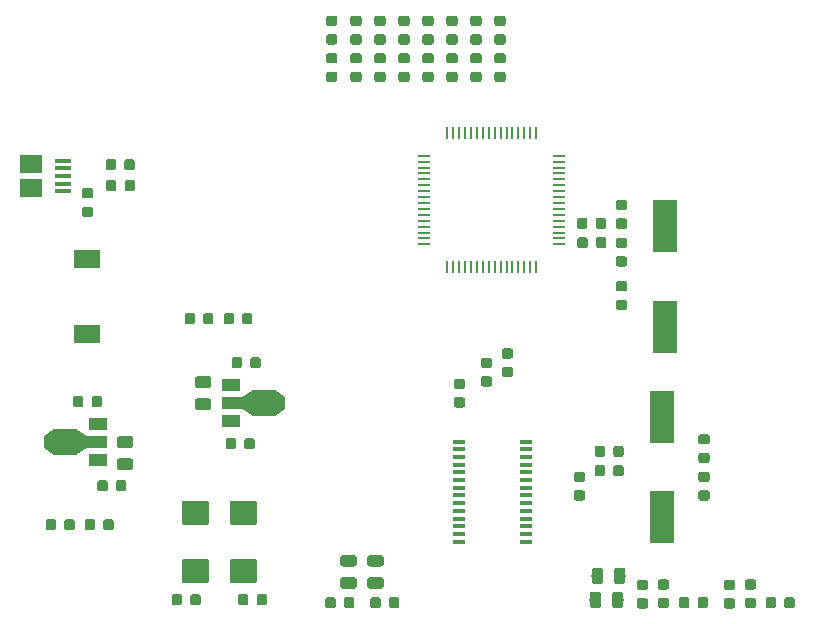
<source format=gbr>
G04 #@! TF.GenerationSoftware,KiCad,Pcbnew,(5.0.2)-1*
G04 #@! TF.CreationDate,2019-02-01T15:19:08+01:00*
G04 #@! TF.ProjectId,hac,6861632e-6b69-4636-9164-5f7063625858,rev?*
G04 #@! TF.SameCoordinates,Original*
G04 #@! TF.FileFunction,Paste,Top*
G04 #@! TF.FilePolarity,Positive*
%FSLAX46Y46*%
G04 Gerber Fmt 4.6, Leading zero omitted, Abs format (unit mm)*
G04 Created by KiCad (PCBNEW (5.0.2)-1) date 2/1/2019 3:19:08 PM*
%MOMM*%
%LPD*%
G01*
G04 APERTURE LIST*
%ADD10C,0.100000*%
%ADD11C,2.075000*%
%ADD12C,0.875000*%
%ADD13R,2.000000X4.500000*%
%ADD14C,0.975000*%
%ADD15R,1.900000X1.500000*%
%ADD16R,1.350000X0.400000*%
%ADD17R,2.200000X1.500000*%
%ADD18R,1.000000X0.250000*%
%ADD19R,0.250000X1.000000*%
%ADD20R,1.100000X0.400000*%
%ADD21C,1.000000*%
%ADD22R,1.840000X2.200000*%
%ADD23R,1.500000X1.000000*%
%ADD24R,1.800000X1.000000*%
%ADD25C,0.850000*%
G04 APERTURE END LIST*
D10*
G04 #@! TO.C,C28*
G36*
X141157504Y-117426704D02*
X141181773Y-117430304D01*
X141205571Y-117436265D01*
X141228671Y-117444530D01*
X141250849Y-117455020D01*
X141271893Y-117467633D01*
X141291598Y-117482247D01*
X141309777Y-117498723D01*
X141326253Y-117516902D01*
X141340867Y-117536607D01*
X141353480Y-117557651D01*
X141363970Y-117579829D01*
X141372235Y-117602929D01*
X141378196Y-117626727D01*
X141381796Y-117650996D01*
X141383000Y-117675500D01*
X141383000Y-119250500D01*
X141381796Y-119275004D01*
X141378196Y-119299273D01*
X141372235Y-119323071D01*
X141363970Y-119346171D01*
X141353480Y-119368349D01*
X141340867Y-119389393D01*
X141326253Y-119409098D01*
X141309777Y-119427277D01*
X141291598Y-119443753D01*
X141271893Y-119458367D01*
X141250849Y-119470980D01*
X141228671Y-119481470D01*
X141205571Y-119489735D01*
X141181773Y-119495696D01*
X141157504Y-119499296D01*
X141133000Y-119500500D01*
X139283000Y-119500500D01*
X139258496Y-119499296D01*
X139234227Y-119495696D01*
X139210429Y-119489735D01*
X139187329Y-119481470D01*
X139165151Y-119470980D01*
X139144107Y-119458367D01*
X139124402Y-119443753D01*
X139106223Y-119427277D01*
X139089747Y-119409098D01*
X139075133Y-119389393D01*
X139062520Y-119368349D01*
X139052030Y-119346171D01*
X139043765Y-119323071D01*
X139037804Y-119299273D01*
X139034204Y-119275004D01*
X139033000Y-119250500D01*
X139033000Y-117675500D01*
X139034204Y-117650996D01*
X139037804Y-117626727D01*
X139043765Y-117602929D01*
X139052030Y-117579829D01*
X139062520Y-117557651D01*
X139075133Y-117536607D01*
X139089747Y-117516902D01*
X139106223Y-117498723D01*
X139124402Y-117482247D01*
X139144107Y-117467633D01*
X139165151Y-117455020D01*
X139187329Y-117444530D01*
X139210429Y-117436265D01*
X139234227Y-117430304D01*
X139258496Y-117426704D01*
X139283000Y-117425500D01*
X141133000Y-117425500D01*
X141157504Y-117426704D01*
X141157504Y-117426704D01*
G37*
D11*
X140208000Y-118463000D03*
D10*
G36*
X141157504Y-112501704D02*
X141181773Y-112505304D01*
X141205571Y-112511265D01*
X141228671Y-112519530D01*
X141250849Y-112530020D01*
X141271893Y-112542633D01*
X141291598Y-112557247D01*
X141309777Y-112573723D01*
X141326253Y-112591902D01*
X141340867Y-112611607D01*
X141353480Y-112632651D01*
X141363970Y-112654829D01*
X141372235Y-112677929D01*
X141378196Y-112701727D01*
X141381796Y-112725996D01*
X141383000Y-112750500D01*
X141383000Y-114325500D01*
X141381796Y-114350004D01*
X141378196Y-114374273D01*
X141372235Y-114398071D01*
X141363970Y-114421171D01*
X141353480Y-114443349D01*
X141340867Y-114464393D01*
X141326253Y-114484098D01*
X141309777Y-114502277D01*
X141291598Y-114518753D01*
X141271893Y-114533367D01*
X141250849Y-114545980D01*
X141228671Y-114556470D01*
X141205571Y-114564735D01*
X141181773Y-114570696D01*
X141157504Y-114574296D01*
X141133000Y-114575500D01*
X139283000Y-114575500D01*
X139258496Y-114574296D01*
X139234227Y-114570696D01*
X139210429Y-114564735D01*
X139187329Y-114556470D01*
X139165151Y-114545980D01*
X139144107Y-114533367D01*
X139124402Y-114518753D01*
X139106223Y-114502277D01*
X139089747Y-114484098D01*
X139075133Y-114464393D01*
X139062520Y-114443349D01*
X139052030Y-114421171D01*
X139043765Y-114398071D01*
X139037804Y-114374273D01*
X139034204Y-114350004D01*
X139033000Y-114325500D01*
X139033000Y-112750500D01*
X139034204Y-112725996D01*
X139037804Y-112701727D01*
X139043765Y-112677929D01*
X139052030Y-112654829D01*
X139062520Y-112632651D01*
X139075133Y-112611607D01*
X139089747Y-112591902D01*
X139106223Y-112573723D01*
X139124402Y-112557247D01*
X139144107Y-112542633D01*
X139165151Y-112530020D01*
X139187329Y-112519530D01*
X139210429Y-112511265D01*
X139234227Y-112505304D01*
X139258496Y-112501704D01*
X139283000Y-112500500D01*
X141133000Y-112500500D01*
X141157504Y-112501704D01*
X141157504Y-112501704D01*
G37*
D11*
X140208000Y-113538000D03*
G04 #@! TD*
D10*
G04 #@! TO.C,C29*
G36*
X137093504Y-112501704D02*
X137117773Y-112505304D01*
X137141571Y-112511265D01*
X137164671Y-112519530D01*
X137186849Y-112530020D01*
X137207893Y-112542633D01*
X137227598Y-112557247D01*
X137245777Y-112573723D01*
X137262253Y-112591902D01*
X137276867Y-112611607D01*
X137289480Y-112632651D01*
X137299970Y-112654829D01*
X137308235Y-112677929D01*
X137314196Y-112701727D01*
X137317796Y-112725996D01*
X137319000Y-112750500D01*
X137319000Y-114325500D01*
X137317796Y-114350004D01*
X137314196Y-114374273D01*
X137308235Y-114398071D01*
X137299970Y-114421171D01*
X137289480Y-114443349D01*
X137276867Y-114464393D01*
X137262253Y-114484098D01*
X137245777Y-114502277D01*
X137227598Y-114518753D01*
X137207893Y-114533367D01*
X137186849Y-114545980D01*
X137164671Y-114556470D01*
X137141571Y-114564735D01*
X137117773Y-114570696D01*
X137093504Y-114574296D01*
X137069000Y-114575500D01*
X135219000Y-114575500D01*
X135194496Y-114574296D01*
X135170227Y-114570696D01*
X135146429Y-114564735D01*
X135123329Y-114556470D01*
X135101151Y-114545980D01*
X135080107Y-114533367D01*
X135060402Y-114518753D01*
X135042223Y-114502277D01*
X135025747Y-114484098D01*
X135011133Y-114464393D01*
X134998520Y-114443349D01*
X134988030Y-114421171D01*
X134979765Y-114398071D01*
X134973804Y-114374273D01*
X134970204Y-114350004D01*
X134969000Y-114325500D01*
X134969000Y-112750500D01*
X134970204Y-112725996D01*
X134973804Y-112701727D01*
X134979765Y-112677929D01*
X134988030Y-112654829D01*
X134998520Y-112632651D01*
X135011133Y-112611607D01*
X135025747Y-112591902D01*
X135042223Y-112573723D01*
X135060402Y-112557247D01*
X135080107Y-112542633D01*
X135101151Y-112530020D01*
X135123329Y-112519530D01*
X135146429Y-112511265D01*
X135170227Y-112505304D01*
X135194496Y-112501704D01*
X135219000Y-112500500D01*
X137069000Y-112500500D01*
X137093504Y-112501704D01*
X137093504Y-112501704D01*
G37*
D11*
X136144000Y-113538000D03*
D10*
G36*
X137093504Y-117426704D02*
X137117773Y-117430304D01*
X137141571Y-117436265D01*
X137164671Y-117444530D01*
X137186849Y-117455020D01*
X137207893Y-117467633D01*
X137227598Y-117482247D01*
X137245777Y-117498723D01*
X137262253Y-117516902D01*
X137276867Y-117536607D01*
X137289480Y-117557651D01*
X137299970Y-117579829D01*
X137308235Y-117602929D01*
X137314196Y-117626727D01*
X137317796Y-117650996D01*
X137319000Y-117675500D01*
X137319000Y-119250500D01*
X137317796Y-119275004D01*
X137314196Y-119299273D01*
X137308235Y-119323071D01*
X137299970Y-119346171D01*
X137289480Y-119368349D01*
X137276867Y-119389393D01*
X137262253Y-119409098D01*
X137245777Y-119427277D01*
X137227598Y-119443753D01*
X137207893Y-119458367D01*
X137186849Y-119470980D01*
X137164671Y-119481470D01*
X137141571Y-119489735D01*
X137117773Y-119495696D01*
X137093504Y-119499296D01*
X137069000Y-119500500D01*
X135219000Y-119500500D01*
X135194496Y-119499296D01*
X135170227Y-119495696D01*
X135146429Y-119489735D01*
X135123329Y-119481470D01*
X135101151Y-119470980D01*
X135080107Y-119458367D01*
X135060402Y-119443753D01*
X135042223Y-119427277D01*
X135025747Y-119409098D01*
X135011133Y-119389393D01*
X134998520Y-119368349D01*
X134988030Y-119346171D01*
X134979765Y-119323071D01*
X134973804Y-119299273D01*
X134970204Y-119275004D01*
X134969000Y-119250500D01*
X134969000Y-117675500D01*
X134970204Y-117650996D01*
X134973804Y-117626727D01*
X134979765Y-117602929D01*
X134988030Y-117579829D01*
X134998520Y-117557651D01*
X135011133Y-117536607D01*
X135025747Y-117516902D01*
X135042223Y-117498723D01*
X135060402Y-117482247D01*
X135080107Y-117467633D01*
X135101151Y-117455020D01*
X135123329Y-117444530D01*
X135146429Y-117436265D01*
X135170227Y-117430304D01*
X135194496Y-117426704D01*
X135219000Y-117425500D01*
X137069000Y-117425500D01*
X137093504Y-117426704D01*
X137093504Y-117426704D01*
G37*
D11*
X136144000Y-118463000D03*
G04 #@! TD*
D10*
G04 #@! TO.C,R30*
G36*
X136384191Y-120430053D02*
X136405426Y-120433203D01*
X136426250Y-120438419D01*
X136446462Y-120445651D01*
X136465868Y-120454830D01*
X136484281Y-120465866D01*
X136501524Y-120478654D01*
X136517430Y-120493070D01*
X136531846Y-120508976D01*
X136544634Y-120526219D01*
X136555670Y-120544632D01*
X136564849Y-120564038D01*
X136572081Y-120584250D01*
X136577297Y-120605074D01*
X136580447Y-120626309D01*
X136581500Y-120647750D01*
X136581500Y-121160250D01*
X136580447Y-121181691D01*
X136577297Y-121202926D01*
X136572081Y-121223750D01*
X136564849Y-121243962D01*
X136555670Y-121263368D01*
X136544634Y-121281781D01*
X136531846Y-121299024D01*
X136517430Y-121314930D01*
X136501524Y-121329346D01*
X136484281Y-121342134D01*
X136465868Y-121353170D01*
X136446462Y-121362349D01*
X136426250Y-121369581D01*
X136405426Y-121374797D01*
X136384191Y-121377947D01*
X136362750Y-121379000D01*
X135925250Y-121379000D01*
X135903809Y-121377947D01*
X135882574Y-121374797D01*
X135861750Y-121369581D01*
X135841538Y-121362349D01*
X135822132Y-121353170D01*
X135803719Y-121342134D01*
X135786476Y-121329346D01*
X135770570Y-121314930D01*
X135756154Y-121299024D01*
X135743366Y-121281781D01*
X135732330Y-121263368D01*
X135723151Y-121243962D01*
X135715919Y-121223750D01*
X135710703Y-121202926D01*
X135707553Y-121181691D01*
X135706500Y-121160250D01*
X135706500Y-120647750D01*
X135707553Y-120626309D01*
X135710703Y-120605074D01*
X135715919Y-120584250D01*
X135723151Y-120564038D01*
X135732330Y-120544632D01*
X135743366Y-120526219D01*
X135756154Y-120508976D01*
X135770570Y-120493070D01*
X135786476Y-120478654D01*
X135803719Y-120465866D01*
X135822132Y-120454830D01*
X135841538Y-120445651D01*
X135861750Y-120438419D01*
X135882574Y-120433203D01*
X135903809Y-120430053D01*
X135925250Y-120429000D01*
X136362750Y-120429000D01*
X136384191Y-120430053D01*
X136384191Y-120430053D01*
G37*
D12*
X136144000Y-120904000D03*
D10*
G36*
X134809191Y-120430053D02*
X134830426Y-120433203D01*
X134851250Y-120438419D01*
X134871462Y-120445651D01*
X134890868Y-120454830D01*
X134909281Y-120465866D01*
X134926524Y-120478654D01*
X134942430Y-120493070D01*
X134956846Y-120508976D01*
X134969634Y-120526219D01*
X134980670Y-120544632D01*
X134989849Y-120564038D01*
X134997081Y-120584250D01*
X135002297Y-120605074D01*
X135005447Y-120626309D01*
X135006500Y-120647750D01*
X135006500Y-121160250D01*
X135005447Y-121181691D01*
X135002297Y-121202926D01*
X134997081Y-121223750D01*
X134989849Y-121243962D01*
X134980670Y-121263368D01*
X134969634Y-121281781D01*
X134956846Y-121299024D01*
X134942430Y-121314930D01*
X134926524Y-121329346D01*
X134909281Y-121342134D01*
X134890868Y-121353170D01*
X134871462Y-121362349D01*
X134851250Y-121369581D01*
X134830426Y-121374797D01*
X134809191Y-121377947D01*
X134787750Y-121379000D01*
X134350250Y-121379000D01*
X134328809Y-121377947D01*
X134307574Y-121374797D01*
X134286750Y-121369581D01*
X134266538Y-121362349D01*
X134247132Y-121353170D01*
X134228719Y-121342134D01*
X134211476Y-121329346D01*
X134195570Y-121314930D01*
X134181154Y-121299024D01*
X134168366Y-121281781D01*
X134157330Y-121263368D01*
X134148151Y-121243962D01*
X134140919Y-121223750D01*
X134135703Y-121202926D01*
X134132553Y-121181691D01*
X134131500Y-121160250D01*
X134131500Y-120647750D01*
X134132553Y-120626309D01*
X134135703Y-120605074D01*
X134140919Y-120584250D01*
X134148151Y-120564038D01*
X134157330Y-120544632D01*
X134168366Y-120526219D01*
X134181154Y-120508976D01*
X134195570Y-120493070D01*
X134211476Y-120478654D01*
X134228719Y-120465866D01*
X134247132Y-120454830D01*
X134266538Y-120445651D01*
X134286750Y-120438419D01*
X134307574Y-120433203D01*
X134328809Y-120430053D01*
X134350250Y-120429000D01*
X134787750Y-120429000D01*
X134809191Y-120430053D01*
X134809191Y-120430053D01*
G37*
D12*
X134569000Y-120904000D03*
G04 #@! TD*
D10*
G04 #@! TO.C,R29*
G36*
X141997691Y-120430053D02*
X142018926Y-120433203D01*
X142039750Y-120438419D01*
X142059962Y-120445651D01*
X142079368Y-120454830D01*
X142097781Y-120465866D01*
X142115024Y-120478654D01*
X142130930Y-120493070D01*
X142145346Y-120508976D01*
X142158134Y-120526219D01*
X142169170Y-120544632D01*
X142178349Y-120564038D01*
X142185581Y-120584250D01*
X142190797Y-120605074D01*
X142193947Y-120626309D01*
X142195000Y-120647750D01*
X142195000Y-121160250D01*
X142193947Y-121181691D01*
X142190797Y-121202926D01*
X142185581Y-121223750D01*
X142178349Y-121243962D01*
X142169170Y-121263368D01*
X142158134Y-121281781D01*
X142145346Y-121299024D01*
X142130930Y-121314930D01*
X142115024Y-121329346D01*
X142097781Y-121342134D01*
X142079368Y-121353170D01*
X142059962Y-121362349D01*
X142039750Y-121369581D01*
X142018926Y-121374797D01*
X141997691Y-121377947D01*
X141976250Y-121379000D01*
X141538750Y-121379000D01*
X141517309Y-121377947D01*
X141496074Y-121374797D01*
X141475250Y-121369581D01*
X141455038Y-121362349D01*
X141435632Y-121353170D01*
X141417219Y-121342134D01*
X141399976Y-121329346D01*
X141384070Y-121314930D01*
X141369654Y-121299024D01*
X141356866Y-121281781D01*
X141345830Y-121263368D01*
X141336651Y-121243962D01*
X141329419Y-121223750D01*
X141324203Y-121202926D01*
X141321053Y-121181691D01*
X141320000Y-121160250D01*
X141320000Y-120647750D01*
X141321053Y-120626309D01*
X141324203Y-120605074D01*
X141329419Y-120584250D01*
X141336651Y-120564038D01*
X141345830Y-120544632D01*
X141356866Y-120526219D01*
X141369654Y-120508976D01*
X141384070Y-120493070D01*
X141399976Y-120478654D01*
X141417219Y-120465866D01*
X141435632Y-120454830D01*
X141455038Y-120445651D01*
X141475250Y-120438419D01*
X141496074Y-120433203D01*
X141517309Y-120430053D01*
X141538750Y-120429000D01*
X141976250Y-120429000D01*
X141997691Y-120430053D01*
X141997691Y-120430053D01*
G37*
D12*
X141757500Y-120904000D03*
D10*
G36*
X140422691Y-120430053D02*
X140443926Y-120433203D01*
X140464750Y-120438419D01*
X140484962Y-120445651D01*
X140504368Y-120454830D01*
X140522781Y-120465866D01*
X140540024Y-120478654D01*
X140555930Y-120493070D01*
X140570346Y-120508976D01*
X140583134Y-120526219D01*
X140594170Y-120544632D01*
X140603349Y-120564038D01*
X140610581Y-120584250D01*
X140615797Y-120605074D01*
X140618947Y-120626309D01*
X140620000Y-120647750D01*
X140620000Y-121160250D01*
X140618947Y-121181691D01*
X140615797Y-121202926D01*
X140610581Y-121223750D01*
X140603349Y-121243962D01*
X140594170Y-121263368D01*
X140583134Y-121281781D01*
X140570346Y-121299024D01*
X140555930Y-121314930D01*
X140540024Y-121329346D01*
X140522781Y-121342134D01*
X140504368Y-121353170D01*
X140484962Y-121362349D01*
X140464750Y-121369581D01*
X140443926Y-121374797D01*
X140422691Y-121377947D01*
X140401250Y-121379000D01*
X139963750Y-121379000D01*
X139942309Y-121377947D01*
X139921074Y-121374797D01*
X139900250Y-121369581D01*
X139880038Y-121362349D01*
X139860632Y-121353170D01*
X139842219Y-121342134D01*
X139824976Y-121329346D01*
X139809070Y-121314930D01*
X139794654Y-121299024D01*
X139781866Y-121281781D01*
X139770830Y-121263368D01*
X139761651Y-121243962D01*
X139754419Y-121223750D01*
X139749203Y-121202926D01*
X139746053Y-121181691D01*
X139745000Y-121160250D01*
X139745000Y-120647750D01*
X139746053Y-120626309D01*
X139749203Y-120605074D01*
X139754419Y-120584250D01*
X139761651Y-120564038D01*
X139770830Y-120544632D01*
X139781866Y-120526219D01*
X139794654Y-120508976D01*
X139809070Y-120493070D01*
X139824976Y-120478654D01*
X139842219Y-120465866D01*
X139860632Y-120454830D01*
X139880038Y-120445651D01*
X139900250Y-120438419D01*
X139921074Y-120433203D01*
X139942309Y-120430053D01*
X139963750Y-120429000D01*
X140401250Y-120429000D01*
X140422691Y-120430053D01*
X140422691Y-120430053D01*
G37*
D12*
X140182500Y-120904000D03*
G04 #@! TD*
D13*
G04 #@! TO.C,Y1*
X175895000Y-89281000D03*
X175895000Y-97781000D03*
G04 #@! TD*
G04 #@! TO.C,Y2*
X175641000Y-113910000D03*
X175641000Y-105410000D03*
G04 #@! TD*
D10*
G04 #@! TO.C,C1*
G36*
X174267691Y-120772553D02*
X174288926Y-120775703D01*
X174309750Y-120780919D01*
X174329962Y-120788151D01*
X174349368Y-120797330D01*
X174367781Y-120808366D01*
X174385024Y-120821154D01*
X174400930Y-120835570D01*
X174415346Y-120851476D01*
X174428134Y-120868719D01*
X174439170Y-120887132D01*
X174448349Y-120906538D01*
X174455581Y-120926750D01*
X174460797Y-120947574D01*
X174463947Y-120968809D01*
X174465000Y-120990250D01*
X174465000Y-121427750D01*
X174463947Y-121449191D01*
X174460797Y-121470426D01*
X174455581Y-121491250D01*
X174448349Y-121511462D01*
X174439170Y-121530868D01*
X174428134Y-121549281D01*
X174415346Y-121566524D01*
X174400930Y-121582430D01*
X174385024Y-121596846D01*
X174367781Y-121609634D01*
X174349368Y-121620670D01*
X174329962Y-121629849D01*
X174309750Y-121637081D01*
X174288926Y-121642297D01*
X174267691Y-121645447D01*
X174246250Y-121646500D01*
X173733750Y-121646500D01*
X173712309Y-121645447D01*
X173691074Y-121642297D01*
X173670250Y-121637081D01*
X173650038Y-121629849D01*
X173630632Y-121620670D01*
X173612219Y-121609634D01*
X173594976Y-121596846D01*
X173579070Y-121582430D01*
X173564654Y-121566524D01*
X173551866Y-121549281D01*
X173540830Y-121530868D01*
X173531651Y-121511462D01*
X173524419Y-121491250D01*
X173519203Y-121470426D01*
X173516053Y-121449191D01*
X173515000Y-121427750D01*
X173515000Y-120990250D01*
X173516053Y-120968809D01*
X173519203Y-120947574D01*
X173524419Y-120926750D01*
X173531651Y-120906538D01*
X173540830Y-120887132D01*
X173551866Y-120868719D01*
X173564654Y-120851476D01*
X173579070Y-120835570D01*
X173594976Y-120821154D01*
X173612219Y-120808366D01*
X173630632Y-120797330D01*
X173650038Y-120788151D01*
X173670250Y-120780919D01*
X173691074Y-120775703D01*
X173712309Y-120772553D01*
X173733750Y-120771500D01*
X174246250Y-120771500D01*
X174267691Y-120772553D01*
X174267691Y-120772553D01*
G37*
D12*
X173990000Y-121209000D03*
D10*
G36*
X174267691Y-119197553D02*
X174288926Y-119200703D01*
X174309750Y-119205919D01*
X174329962Y-119213151D01*
X174349368Y-119222330D01*
X174367781Y-119233366D01*
X174385024Y-119246154D01*
X174400930Y-119260570D01*
X174415346Y-119276476D01*
X174428134Y-119293719D01*
X174439170Y-119312132D01*
X174448349Y-119331538D01*
X174455581Y-119351750D01*
X174460797Y-119372574D01*
X174463947Y-119393809D01*
X174465000Y-119415250D01*
X174465000Y-119852750D01*
X174463947Y-119874191D01*
X174460797Y-119895426D01*
X174455581Y-119916250D01*
X174448349Y-119936462D01*
X174439170Y-119955868D01*
X174428134Y-119974281D01*
X174415346Y-119991524D01*
X174400930Y-120007430D01*
X174385024Y-120021846D01*
X174367781Y-120034634D01*
X174349368Y-120045670D01*
X174329962Y-120054849D01*
X174309750Y-120062081D01*
X174288926Y-120067297D01*
X174267691Y-120070447D01*
X174246250Y-120071500D01*
X173733750Y-120071500D01*
X173712309Y-120070447D01*
X173691074Y-120067297D01*
X173670250Y-120062081D01*
X173650038Y-120054849D01*
X173630632Y-120045670D01*
X173612219Y-120034634D01*
X173594976Y-120021846D01*
X173579070Y-120007430D01*
X173564654Y-119991524D01*
X173551866Y-119974281D01*
X173540830Y-119955868D01*
X173531651Y-119936462D01*
X173524419Y-119916250D01*
X173519203Y-119895426D01*
X173516053Y-119874191D01*
X173515000Y-119852750D01*
X173515000Y-119415250D01*
X173516053Y-119393809D01*
X173519203Y-119372574D01*
X173524419Y-119351750D01*
X173531651Y-119331538D01*
X173540830Y-119312132D01*
X173551866Y-119293719D01*
X173564654Y-119276476D01*
X173579070Y-119260570D01*
X173594976Y-119246154D01*
X173612219Y-119233366D01*
X173630632Y-119222330D01*
X173650038Y-119213151D01*
X173670250Y-119205919D01*
X173691074Y-119200703D01*
X173712309Y-119197553D01*
X173733750Y-119196500D01*
X174246250Y-119196500D01*
X174267691Y-119197553D01*
X174267691Y-119197553D01*
G37*
D12*
X173990000Y-119634000D03*
G04 #@! TD*
D10*
G04 #@! TO.C,C6*
G36*
X172489691Y-87041053D02*
X172510926Y-87044203D01*
X172531750Y-87049419D01*
X172551962Y-87056651D01*
X172571368Y-87065830D01*
X172589781Y-87076866D01*
X172607024Y-87089654D01*
X172622930Y-87104070D01*
X172637346Y-87119976D01*
X172650134Y-87137219D01*
X172661170Y-87155632D01*
X172670349Y-87175038D01*
X172677581Y-87195250D01*
X172682797Y-87216074D01*
X172685947Y-87237309D01*
X172687000Y-87258750D01*
X172687000Y-87696250D01*
X172685947Y-87717691D01*
X172682797Y-87738926D01*
X172677581Y-87759750D01*
X172670349Y-87779962D01*
X172661170Y-87799368D01*
X172650134Y-87817781D01*
X172637346Y-87835024D01*
X172622930Y-87850930D01*
X172607024Y-87865346D01*
X172589781Y-87878134D01*
X172571368Y-87889170D01*
X172551962Y-87898349D01*
X172531750Y-87905581D01*
X172510926Y-87910797D01*
X172489691Y-87913947D01*
X172468250Y-87915000D01*
X171955750Y-87915000D01*
X171934309Y-87913947D01*
X171913074Y-87910797D01*
X171892250Y-87905581D01*
X171872038Y-87898349D01*
X171852632Y-87889170D01*
X171834219Y-87878134D01*
X171816976Y-87865346D01*
X171801070Y-87850930D01*
X171786654Y-87835024D01*
X171773866Y-87817781D01*
X171762830Y-87799368D01*
X171753651Y-87779962D01*
X171746419Y-87759750D01*
X171741203Y-87738926D01*
X171738053Y-87717691D01*
X171737000Y-87696250D01*
X171737000Y-87258750D01*
X171738053Y-87237309D01*
X171741203Y-87216074D01*
X171746419Y-87195250D01*
X171753651Y-87175038D01*
X171762830Y-87155632D01*
X171773866Y-87137219D01*
X171786654Y-87119976D01*
X171801070Y-87104070D01*
X171816976Y-87089654D01*
X171834219Y-87076866D01*
X171852632Y-87065830D01*
X171872038Y-87056651D01*
X171892250Y-87049419D01*
X171913074Y-87044203D01*
X171934309Y-87041053D01*
X171955750Y-87040000D01*
X172468250Y-87040000D01*
X172489691Y-87041053D01*
X172489691Y-87041053D01*
G37*
D12*
X172212000Y-87477500D03*
D10*
G36*
X172489691Y-88616053D02*
X172510926Y-88619203D01*
X172531750Y-88624419D01*
X172551962Y-88631651D01*
X172571368Y-88640830D01*
X172589781Y-88651866D01*
X172607024Y-88664654D01*
X172622930Y-88679070D01*
X172637346Y-88694976D01*
X172650134Y-88712219D01*
X172661170Y-88730632D01*
X172670349Y-88750038D01*
X172677581Y-88770250D01*
X172682797Y-88791074D01*
X172685947Y-88812309D01*
X172687000Y-88833750D01*
X172687000Y-89271250D01*
X172685947Y-89292691D01*
X172682797Y-89313926D01*
X172677581Y-89334750D01*
X172670349Y-89354962D01*
X172661170Y-89374368D01*
X172650134Y-89392781D01*
X172637346Y-89410024D01*
X172622930Y-89425930D01*
X172607024Y-89440346D01*
X172589781Y-89453134D01*
X172571368Y-89464170D01*
X172551962Y-89473349D01*
X172531750Y-89480581D01*
X172510926Y-89485797D01*
X172489691Y-89488947D01*
X172468250Y-89490000D01*
X171955750Y-89490000D01*
X171934309Y-89488947D01*
X171913074Y-89485797D01*
X171892250Y-89480581D01*
X171872038Y-89473349D01*
X171852632Y-89464170D01*
X171834219Y-89453134D01*
X171816976Y-89440346D01*
X171801070Y-89425930D01*
X171786654Y-89410024D01*
X171773866Y-89392781D01*
X171762830Y-89374368D01*
X171753651Y-89354962D01*
X171746419Y-89334750D01*
X171741203Y-89313926D01*
X171738053Y-89292691D01*
X171737000Y-89271250D01*
X171737000Y-88833750D01*
X171738053Y-88812309D01*
X171741203Y-88791074D01*
X171746419Y-88770250D01*
X171753651Y-88750038D01*
X171762830Y-88730632D01*
X171773866Y-88712219D01*
X171786654Y-88694976D01*
X171801070Y-88679070D01*
X171816976Y-88664654D01*
X171834219Y-88651866D01*
X171852632Y-88640830D01*
X171872038Y-88631651D01*
X171892250Y-88624419D01*
X171913074Y-88619203D01*
X171934309Y-88616053D01*
X171955750Y-88615000D01*
X172468250Y-88615000D01*
X172489691Y-88616053D01*
X172489691Y-88616053D01*
G37*
D12*
X172212000Y-89052500D03*
G04 #@! TD*
D10*
G04 #@! TO.C,C5*
G36*
X172489691Y-90241553D02*
X172510926Y-90244703D01*
X172531750Y-90249919D01*
X172551962Y-90257151D01*
X172571368Y-90266330D01*
X172589781Y-90277366D01*
X172607024Y-90290154D01*
X172622930Y-90304570D01*
X172637346Y-90320476D01*
X172650134Y-90337719D01*
X172661170Y-90356132D01*
X172670349Y-90375538D01*
X172677581Y-90395750D01*
X172682797Y-90416574D01*
X172685947Y-90437809D01*
X172687000Y-90459250D01*
X172687000Y-90896750D01*
X172685947Y-90918191D01*
X172682797Y-90939426D01*
X172677581Y-90960250D01*
X172670349Y-90980462D01*
X172661170Y-90999868D01*
X172650134Y-91018281D01*
X172637346Y-91035524D01*
X172622930Y-91051430D01*
X172607024Y-91065846D01*
X172589781Y-91078634D01*
X172571368Y-91089670D01*
X172551962Y-91098849D01*
X172531750Y-91106081D01*
X172510926Y-91111297D01*
X172489691Y-91114447D01*
X172468250Y-91115500D01*
X171955750Y-91115500D01*
X171934309Y-91114447D01*
X171913074Y-91111297D01*
X171892250Y-91106081D01*
X171872038Y-91098849D01*
X171852632Y-91089670D01*
X171834219Y-91078634D01*
X171816976Y-91065846D01*
X171801070Y-91051430D01*
X171786654Y-91035524D01*
X171773866Y-91018281D01*
X171762830Y-90999868D01*
X171753651Y-90980462D01*
X171746419Y-90960250D01*
X171741203Y-90939426D01*
X171738053Y-90918191D01*
X171737000Y-90896750D01*
X171737000Y-90459250D01*
X171738053Y-90437809D01*
X171741203Y-90416574D01*
X171746419Y-90395750D01*
X171753651Y-90375538D01*
X171762830Y-90356132D01*
X171773866Y-90337719D01*
X171786654Y-90320476D01*
X171801070Y-90304570D01*
X171816976Y-90290154D01*
X171834219Y-90277366D01*
X171852632Y-90266330D01*
X171872038Y-90257151D01*
X171892250Y-90249919D01*
X171913074Y-90244703D01*
X171934309Y-90241553D01*
X171955750Y-90240500D01*
X172468250Y-90240500D01*
X172489691Y-90241553D01*
X172489691Y-90241553D01*
G37*
D12*
X172212000Y-90678000D03*
D10*
G36*
X172489691Y-91816553D02*
X172510926Y-91819703D01*
X172531750Y-91824919D01*
X172551962Y-91832151D01*
X172571368Y-91841330D01*
X172589781Y-91852366D01*
X172607024Y-91865154D01*
X172622930Y-91879570D01*
X172637346Y-91895476D01*
X172650134Y-91912719D01*
X172661170Y-91931132D01*
X172670349Y-91950538D01*
X172677581Y-91970750D01*
X172682797Y-91991574D01*
X172685947Y-92012809D01*
X172687000Y-92034250D01*
X172687000Y-92471750D01*
X172685947Y-92493191D01*
X172682797Y-92514426D01*
X172677581Y-92535250D01*
X172670349Y-92555462D01*
X172661170Y-92574868D01*
X172650134Y-92593281D01*
X172637346Y-92610524D01*
X172622930Y-92626430D01*
X172607024Y-92640846D01*
X172589781Y-92653634D01*
X172571368Y-92664670D01*
X172551962Y-92673849D01*
X172531750Y-92681081D01*
X172510926Y-92686297D01*
X172489691Y-92689447D01*
X172468250Y-92690500D01*
X171955750Y-92690500D01*
X171934309Y-92689447D01*
X171913074Y-92686297D01*
X171892250Y-92681081D01*
X171872038Y-92673849D01*
X171852632Y-92664670D01*
X171834219Y-92653634D01*
X171816976Y-92640846D01*
X171801070Y-92626430D01*
X171786654Y-92610524D01*
X171773866Y-92593281D01*
X171762830Y-92574868D01*
X171753651Y-92555462D01*
X171746419Y-92535250D01*
X171741203Y-92514426D01*
X171738053Y-92493191D01*
X171737000Y-92471750D01*
X171737000Y-92034250D01*
X171738053Y-92012809D01*
X171741203Y-91991574D01*
X171746419Y-91970750D01*
X171753651Y-91950538D01*
X171762830Y-91931132D01*
X171773866Y-91912719D01*
X171786654Y-91895476D01*
X171801070Y-91879570D01*
X171816976Y-91865154D01*
X171834219Y-91852366D01*
X171852632Y-91841330D01*
X171872038Y-91832151D01*
X171892250Y-91824919D01*
X171913074Y-91819703D01*
X171934309Y-91816553D01*
X171955750Y-91815500D01*
X172468250Y-91815500D01*
X172489691Y-91816553D01*
X172489691Y-91816553D01*
G37*
D12*
X172212000Y-92253000D03*
G04 #@! TD*
D10*
G04 #@! TO.C,C2*
G36*
X181633691Y-119197553D02*
X181654926Y-119200703D01*
X181675750Y-119205919D01*
X181695962Y-119213151D01*
X181715368Y-119222330D01*
X181733781Y-119233366D01*
X181751024Y-119246154D01*
X181766930Y-119260570D01*
X181781346Y-119276476D01*
X181794134Y-119293719D01*
X181805170Y-119312132D01*
X181814349Y-119331538D01*
X181821581Y-119351750D01*
X181826797Y-119372574D01*
X181829947Y-119393809D01*
X181831000Y-119415250D01*
X181831000Y-119852750D01*
X181829947Y-119874191D01*
X181826797Y-119895426D01*
X181821581Y-119916250D01*
X181814349Y-119936462D01*
X181805170Y-119955868D01*
X181794134Y-119974281D01*
X181781346Y-119991524D01*
X181766930Y-120007430D01*
X181751024Y-120021846D01*
X181733781Y-120034634D01*
X181715368Y-120045670D01*
X181695962Y-120054849D01*
X181675750Y-120062081D01*
X181654926Y-120067297D01*
X181633691Y-120070447D01*
X181612250Y-120071500D01*
X181099750Y-120071500D01*
X181078309Y-120070447D01*
X181057074Y-120067297D01*
X181036250Y-120062081D01*
X181016038Y-120054849D01*
X180996632Y-120045670D01*
X180978219Y-120034634D01*
X180960976Y-120021846D01*
X180945070Y-120007430D01*
X180930654Y-119991524D01*
X180917866Y-119974281D01*
X180906830Y-119955868D01*
X180897651Y-119936462D01*
X180890419Y-119916250D01*
X180885203Y-119895426D01*
X180882053Y-119874191D01*
X180881000Y-119852750D01*
X180881000Y-119415250D01*
X180882053Y-119393809D01*
X180885203Y-119372574D01*
X180890419Y-119351750D01*
X180897651Y-119331538D01*
X180906830Y-119312132D01*
X180917866Y-119293719D01*
X180930654Y-119276476D01*
X180945070Y-119260570D01*
X180960976Y-119246154D01*
X180978219Y-119233366D01*
X180996632Y-119222330D01*
X181016038Y-119213151D01*
X181036250Y-119205919D01*
X181057074Y-119200703D01*
X181078309Y-119197553D01*
X181099750Y-119196500D01*
X181612250Y-119196500D01*
X181633691Y-119197553D01*
X181633691Y-119197553D01*
G37*
D12*
X181356000Y-119634000D03*
D10*
G36*
X181633691Y-120772553D02*
X181654926Y-120775703D01*
X181675750Y-120780919D01*
X181695962Y-120788151D01*
X181715368Y-120797330D01*
X181733781Y-120808366D01*
X181751024Y-120821154D01*
X181766930Y-120835570D01*
X181781346Y-120851476D01*
X181794134Y-120868719D01*
X181805170Y-120887132D01*
X181814349Y-120906538D01*
X181821581Y-120926750D01*
X181826797Y-120947574D01*
X181829947Y-120968809D01*
X181831000Y-120990250D01*
X181831000Y-121427750D01*
X181829947Y-121449191D01*
X181826797Y-121470426D01*
X181821581Y-121491250D01*
X181814349Y-121511462D01*
X181805170Y-121530868D01*
X181794134Y-121549281D01*
X181781346Y-121566524D01*
X181766930Y-121582430D01*
X181751024Y-121596846D01*
X181733781Y-121609634D01*
X181715368Y-121620670D01*
X181695962Y-121629849D01*
X181675750Y-121637081D01*
X181654926Y-121642297D01*
X181633691Y-121645447D01*
X181612250Y-121646500D01*
X181099750Y-121646500D01*
X181078309Y-121645447D01*
X181057074Y-121642297D01*
X181036250Y-121637081D01*
X181016038Y-121629849D01*
X180996632Y-121620670D01*
X180978219Y-121609634D01*
X180960976Y-121596846D01*
X180945070Y-121582430D01*
X180930654Y-121566524D01*
X180917866Y-121549281D01*
X180906830Y-121530868D01*
X180897651Y-121511462D01*
X180890419Y-121491250D01*
X180885203Y-121470426D01*
X180882053Y-121449191D01*
X180881000Y-121427750D01*
X180881000Y-120990250D01*
X180882053Y-120968809D01*
X180885203Y-120947574D01*
X180890419Y-120926750D01*
X180897651Y-120906538D01*
X180906830Y-120887132D01*
X180917866Y-120868719D01*
X180930654Y-120851476D01*
X180945070Y-120835570D01*
X180960976Y-120821154D01*
X180978219Y-120808366D01*
X180996632Y-120797330D01*
X181016038Y-120788151D01*
X181036250Y-120780919D01*
X181057074Y-120775703D01*
X181078309Y-120772553D01*
X181099750Y-120771500D01*
X181612250Y-120771500D01*
X181633691Y-120772553D01*
X181633691Y-120772553D01*
G37*
D12*
X181356000Y-121209000D03*
G04 #@! TD*
D10*
G04 #@! TO.C,C16*
G36*
X179474691Y-111628553D02*
X179495926Y-111631703D01*
X179516750Y-111636919D01*
X179536962Y-111644151D01*
X179556368Y-111653330D01*
X179574781Y-111664366D01*
X179592024Y-111677154D01*
X179607930Y-111691570D01*
X179622346Y-111707476D01*
X179635134Y-111724719D01*
X179646170Y-111743132D01*
X179655349Y-111762538D01*
X179662581Y-111782750D01*
X179667797Y-111803574D01*
X179670947Y-111824809D01*
X179672000Y-111846250D01*
X179672000Y-112283750D01*
X179670947Y-112305191D01*
X179667797Y-112326426D01*
X179662581Y-112347250D01*
X179655349Y-112367462D01*
X179646170Y-112386868D01*
X179635134Y-112405281D01*
X179622346Y-112422524D01*
X179607930Y-112438430D01*
X179592024Y-112452846D01*
X179574781Y-112465634D01*
X179556368Y-112476670D01*
X179536962Y-112485849D01*
X179516750Y-112493081D01*
X179495926Y-112498297D01*
X179474691Y-112501447D01*
X179453250Y-112502500D01*
X178940750Y-112502500D01*
X178919309Y-112501447D01*
X178898074Y-112498297D01*
X178877250Y-112493081D01*
X178857038Y-112485849D01*
X178837632Y-112476670D01*
X178819219Y-112465634D01*
X178801976Y-112452846D01*
X178786070Y-112438430D01*
X178771654Y-112422524D01*
X178758866Y-112405281D01*
X178747830Y-112386868D01*
X178738651Y-112367462D01*
X178731419Y-112347250D01*
X178726203Y-112326426D01*
X178723053Y-112305191D01*
X178722000Y-112283750D01*
X178722000Y-111846250D01*
X178723053Y-111824809D01*
X178726203Y-111803574D01*
X178731419Y-111782750D01*
X178738651Y-111762538D01*
X178747830Y-111743132D01*
X178758866Y-111724719D01*
X178771654Y-111707476D01*
X178786070Y-111691570D01*
X178801976Y-111677154D01*
X178819219Y-111664366D01*
X178837632Y-111653330D01*
X178857038Y-111644151D01*
X178877250Y-111636919D01*
X178898074Y-111631703D01*
X178919309Y-111628553D01*
X178940750Y-111627500D01*
X179453250Y-111627500D01*
X179474691Y-111628553D01*
X179474691Y-111628553D01*
G37*
D12*
X179197000Y-112065000D03*
D10*
G36*
X179474691Y-110053553D02*
X179495926Y-110056703D01*
X179516750Y-110061919D01*
X179536962Y-110069151D01*
X179556368Y-110078330D01*
X179574781Y-110089366D01*
X179592024Y-110102154D01*
X179607930Y-110116570D01*
X179622346Y-110132476D01*
X179635134Y-110149719D01*
X179646170Y-110168132D01*
X179655349Y-110187538D01*
X179662581Y-110207750D01*
X179667797Y-110228574D01*
X179670947Y-110249809D01*
X179672000Y-110271250D01*
X179672000Y-110708750D01*
X179670947Y-110730191D01*
X179667797Y-110751426D01*
X179662581Y-110772250D01*
X179655349Y-110792462D01*
X179646170Y-110811868D01*
X179635134Y-110830281D01*
X179622346Y-110847524D01*
X179607930Y-110863430D01*
X179592024Y-110877846D01*
X179574781Y-110890634D01*
X179556368Y-110901670D01*
X179536962Y-110910849D01*
X179516750Y-110918081D01*
X179495926Y-110923297D01*
X179474691Y-110926447D01*
X179453250Y-110927500D01*
X178940750Y-110927500D01*
X178919309Y-110926447D01*
X178898074Y-110923297D01*
X178877250Y-110918081D01*
X178857038Y-110910849D01*
X178837632Y-110901670D01*
X178819219Y-110890634D01*
X178801976Y-110877846D01*
X178786070Y-110863430D01*
X178771654Y-110847524D01*
X178758866Y-110830281D01*
X178747830Y-110811868D01*
X178738651Y-110792462D01*
X178731419Y-110772250D01*
X178726203Y-110751426D01*
X178723053Y-110730191D01*
X178722000Y-110708750D01*
X178722000Y-110271250D01*
X178723053Y-110249809D01*
X178726203Y-110228574D01*
X178731419Y-110207750D01*
X178738651Y-110187538D01*
X178747830Y-110168132D01*
X178758866Y-110149719D01*
X178771654Y-110132476D01*
X178786070Y-110116570D01*
X178801976Y-110102154D01*
X178819219Y-110089366D01*
X178837632Y-110078330D01*
X178857038Y-110069151D01*
X178877250Y-110061919D01*
X178898074Y-110056703D01*
X178919309Y-110053553D01*
X178940750Y-110052500D01*
X179453250Y-110052500D01*
X179474691Y-110053553D01*
X179474691Y-110053553D01*
G37*
D12*
X179197000Y-110490000D03*
G04 #@! TD*
D10*
G04 #@! TO.C,C17*
G36*
X179474691Y-108453553D02*
X179495926Y-108456703D01*
X179516750Y-108461919D01*
X179536962Y-108469151D01*
X179556368Y-108478330D01*
X179574781Y-108489366D01*
X179592024Y-108502154D01*
X179607930Y-108516570D01*
X179622346Y-108532476D01*
X179635134Y-108549719D01*
X179646170Y-108568132D01*
X179655349Y-108587538D01*
X179662581Y-108607750D01*
X179667797Y-108628574D01*
X179670947Y-108649809D01*
X179672000Y-108671250D01*
X179672000Y-109108750D01*
X179670947Y-109130191D01*
X179667797Y-109151426D01*
X179662581Y-109172250D01*
X179655349Y-109192462D01*
X179646170Y-109211868D01*
X179635134Y-109230281D01*
X179622346Y-109247524D01*
X179607930Y-109263430D01*
X179592024Y-109277846D01*
X179574781Y-109290634D01*
X179556368Y-109301670D01*
X179536962Y-109310849D01*
X179516750Y-109318081D01*
X179495926Y-109323297D01*
X179474691Y-109326447D01*
X179453250Y-109327500D01*
X178940750Y-109327500D01*
X178919309Y-109326447D01*
X178898074Y-109323297D01*
X178877250Y-109318081D01*
X178857038Y-109310849D01*
X178837632Y-109301670D01*
X178819219Y-109290634D01*
X178801976Y-109277846D01*
X178786070Y-109263430D01*
X178771654Y-109247524D01*
X178758866Y-109230281D01*
X178747830Y-109211868D01*
X178738651Y-109192462D01*
X178731419Y-109172250D01*
X178726203Y-109151426D01*
X178723053Y-109130191D01*
X178722000Y-109108750D01*
X178722000Y-108671250D01*
X178723053Y-108649809D01*
X178726203Y-108628574D01*
X178731419Y-108607750D01*
X178738651Y-108587538D01*
X178747830Y-108568132D01*
X178758866Y-108549719D01*
X178771654Y-108532476D01*
X178786070Y-108516570D01*
X178801976Y-108502154D01*
X178819219Y-108489366D01*
X178837632Y-108478330D01*
X178857038Y-108469151D01*
X178877250Y-108461919D01*
X178898074Y-108456703D01*
X178919309Y-108453553D01*
X178940750Y-108452500D01*
X179453250Y-108452500D01*
X179474691Y-108453553D01*
X179474691Y-108453553D01*
G37*
D12*
X179197000Y-108890000D03*
D10*
G36*
X179474691Y-106878553D02*
X179495926Y-106881703D01*
X179516750Y-106886919D01*
X179536962Y-106894151D01*
X179556368Y-106903330D01*
X179574781Y-106914366D01*
X179592024Y-106927154D01*
X179607930Y-106941570D01*
X179622346Y-106957476D01*
X179635134Y-106974719D01*
X179646170Y-106993132D01*
X179655349Y-107012538D01*
X179662581Y-107032750D01*
X179667797Y-107053574D01*
X179670947Y-107074809D01*
X179672000Y-107096250D01*
X179672000Y-107533750D01*
X179670947Y-107555191D01*
X179667797Y-107576426D01*
X179662581Y-107597250D01*
X179655349Y-107617462D01*
X179646170Y-107636868D01*
X179635134Y-107655281D01*
X179622346Y-107672524D01*
X179607930Y-107688430D01*
X179592024Y-107702846D01*
X179574781Y-107715634D01*
X179556368Y-107726670D01*
X179536962Y-107735849D01*
X179516750Y-107743081D01*
X179495926Y-107748297D01*
X179474691Y-107751447D01*
X179453250Y-107752500D01*
X178940750Y-107752500D01*
X178919309Y-107751447D01*
X178898074Y-107748297D01*
X178877250Y-107743081D01*
X178857038Y-107735849D01*
X178837632Y-107726670D01*
X178819219Y-107715634D01*
X178801976Y-107702846D01*
X178786070Y-107688430D01*
X178771654Y-107672524D01*
X178758866Y-107655281D01*
X178747830Y-107636868D01*
X178738651Y-107617462D01*
X178731419Y-107597250D01*
X178726203Y-107576426D01*
X178723053Y-107555191D01*
X178722000Y-107533750D01*
X178722000Y-107096250D01*
X178723053Y-107074809D01*
X178726203Y-107053574D01*
X178731419Y-107032750D01*
X178738651Y-107012538D01*
X178747830Y-106993132D01*
X178758866Y-106974719D01*
X178771654Y-106957476D01*
X178786070Y-106941570D01*
X178801976Y-106927154D01*
X178819219Y-106914366D01*
X178837632Y-106903330D01*
X178857038Y-106894151D01*
X178877250Y-106886919D01*
X178898074Y-106881703D01*
X178919309Y-106878553D01*
X178940750Y-106877500D01*
X179453250Y-106877500D01*
X179474691Y-106878553D01*
X179474691Y-106878553D01*
G37*
D12*
X179197000Y-107315000D03*
G04 #@! TD*
D10*
G04 #@! TO.C,C20*
G36*
X128027691Y-103666053D02*
X128048926Y-103669203D01*
X128069750Y-103674419D01*
X128089962Y-103681651D01*
X128109368Y-103690830D01*
X128127781Y-103701866D01*
X128145024Y-103714654D01*
X128160930Y-103729070D01*
X128175346Y-103744976D01*
X128188134Y-103762219D01*
X128199170Y-103780632D01*
X128208349Y-103800038D01*
X128215581Y-103820250D01*
X128220797Y-103841074D01*
X128223947Y-103862309D01*
X128225000Y-103883750D01*
X128225000Y-104396250D01*
X128223947Y-104417691D01*
X128220797Y-104438926D01*
X128215581Y-104459750D01*
X128208349Y-104479962D01*
X128199170Y-104499368D01*
X128188134Y-104517781D01*
X128175346Y-104535024D01*
X128160930Y-104550930D01*
X128145024Y-104565346D01*
X128127781Y-104578134D01*
X128109368Y-104589170D01*
X128089962Y-104598349D01*
X128069750Y-104605581D01*
X128048926Y-104610797D01*
X128027691Y-104613947D01*
X128006250Y-104615000D01*
X127568750Y-104615000D01*
X127547309Y-104613947D01*
X127526074Y-104610797D01*
X127505250Y-104605581D01*
X127485038Y-104598349D01*
X127465632Y-104589170D01*
X127447219Y-104578134D01*
X127429976Y-104565346D01*
X127414070Y-104550930D01*
X127399654Y-104535024D01*
X127386866Y-104517781D01*
X127375830Y-104499368D01*
X127366651Y-104479962D01*
X127359419Y-104459750D01*
X127354203Y-104438926D01*
X127351053Y-104417691D01*
X127350000Y-104396250D01*
X127350000Y-103883750D01*
X127351053Y-103862309D01*
X127354203Y-103841074D01*
X127359419Y-103820250D01*
X127366651Y-103800038D01*
X127375830Y-103780632D01*
X127386866Y-103762219D01*
X127399654Y-103744976D01*
X127414070Y-103729070D01*
X127429976Y-103714654D01*
X127447219Y-103701866D01*
X127465632Y-103690830D01*
X127485038Y-103681651D01*
X127505250Y-103674419D01*
X127526074Y-103669203D01*
X127547309Y-103666053D01*
X127568750Y-103665000D01*
X128006250Y-103665000D01*
X128027691Y-103666053D01*
X128027691Y-103666053D01*
G37*
D12*
X127787500Y-104140000D03*
D10*
G36*
X126452691Y-103666053D02*
X126473926Y-103669203D01*
X126494750Y-103674419D01*
X126514962Y-103681651D01*
X126534368Y-103690830D01*
X126552781Y-103701866D01*
X126570024Y-103714654D01*
X126585930Y-103729070D01*
X126600346Y-103744976D01*
X126613134Y-103762219D01*
X126624170Y-103780632D01*
X126633349Y-103800038D01*
X126640581Y-103820250D01*
X126645797Y-103841074D01*
X126648947Y-103862309D01*
X126650000Y-103883750D01*
X126650000Y-104396250D01*
X126648947Y-104417691D01*
X126645797Y-104438926D01*
X126640581Y-104459750D01*
X126633349Y-104479962D01*
X126624170Y-104499368D01*
X126613134Y-104517781D01*
X126600346Y-104535024D01*
X126585930Y-104550930D01*
X126570024Y-104565346D01*
X126552781Y-104578134D01*
X126534368Y-104589170D01*
X126514962Y-104598349D01*
X126494750Y-104605581D01*
X126473926Y-104610797D01*
X126452691Y-104613947D01*
X126431250Y-104615000D01*
X125993750Y-104615000D01*
X125972309Y-104613947D01*
X125951074Y-104610797D01*
X125930250Y-104605581D01*
X125910038Y-104598349D01*
X125890632Y-104589170D01*
X125872219Y-104578134D01*
X125854976Y-104565346D01*
X125839070Y-104550930D01*
X125824654Y-104535024D01*
X125811866Y-104517781D01*
X125800830Y-104499368D01*
X125791651Y-104479962D01*
X125784419Y-104459750D01*
X125779203Y-104438926D01*
X125776053Y-104417691D01*
X125775000Y-104396250D01*
X125775000Y-103883750D01*
X125776053Y-103862309D01*
X125779203Y-103841074D01*
X125784419Y-103820250D01*
X125791651Y-103800038D01*
X125800830Y-103780632D01*
X125811866Y-103762219D01*
X125824654Y-103744976D01*
X125839070Y-103729070D01*
X125854976Y-103714654D01*
X125872219Y-103701866D01*
X125890632Y-103690830D01*
X125910038Y-103681651D01*
X125930250Y-103674419D01*
X125951074Y-103669203D01*
X125972309Y-103666053D01*
X125993750Y-103665000D01*
X126431250Y-103665000D01*
X126452691Y-103666053D01*
X126452691Y-103666053D01*
G37*
D12*
X126212500Y-104140000D03*
G04 #@! TD*
D10*
G04 #@! TO.C,C21*
G36*
X140956191Y-107222053D02*
X140977426Y-107225203D01*
X140998250Y-107230419D01*
X141018462Y-107237651D01*
X141037868Y-107246830D01*
X141056281Y-107257866D01*
X141073524Y-107270654D01*
X141089430Y-107285070D01*
X141103846Y-107300976D01*
X141116634Y-107318219D01*
X141127670Y-107336632D01*
X141136849Y-107356038D01*
X141144081Y-107376250D01*
X141149297Y-107397074D01*
X141152447Y-107418309D01*
X141153500Y-107439750D01*
X141153500Y-107952250D01*
X141152447Y-107973691D01*
X141149297Y-107994926D01*
X141144081Y-108015750D01*
X141136849Y-108035962D01*
X141127670Y-108055368D01*
X141116634Y-108073781D01*
X141103846Y-108091024D01*
X141089430Y-108106930D01*
X141073524Y-108121346D01*
X141056281Y-108134134D01*
X141037868Y-108145170D01*
X141018462Y-108154349D01*
X140998250Y-108161581D01*
X140977426Y-108166797D01*
X140956191Y-108169947D01*
X140934750Y-108171000D01*
X140497250Y-108171000D01*
X140475809Y-108169947D01*
X140454574Y-108166797D01*
X140433750Y-108161581D01*
X140413538Y-108154349D01*
X140394132Y-108145170D01*
X140375719Y-108134134D01*
X140358476Y-108121346D01*
X140342570Y-108106930D01*
X140328154Y-108091024D01*
X140315366Y-108073781D01*
X140304330Y-108055368D01*
X140295151Y-108035962D01*
X140287919Y-108015750D01*
X140282703Y-107994926D01*
X140279553Y-107973691D01*
X140278500Y-107952250D01*
X140278500Y-107439750D01*
X140279553Y-107418309D01*
X140282703Y-107397074D01*
X140287919Y-107376250D01*
X140295151Y-107356038D01*
X140304330Y-107336632D01*
X140315366Y-107318219D01*
X140328154Y-107300976D01*
X140342570Y-107285070D01*
X140358476Y-107270654D01*
X140375719Y-107257866D01*
X140394132Y-107246830D01*
X140413538Y-107237651D01*
X140433750Y-107230419D01*
X140454574Y-107225203D01*
X140475809Y-107222053D01*
X140497250Y-107221000D01*
X140934750Y-107221000D01*
X140956191Y-107222053D01*
X140956191Y-107222053D01*
G37*
D12*
X140716000Y-107696000D03*
D10*
G36*
X139381191Y-107222053D02*
X139402426Y-107225203D01*
X139423250Y-107230419D01*
X139443462Y-107237651D01*
X139462868Y-107246830D01*
X139481281Y-107257866D01*
X139498524Y-107270654D01*
X139514430Y-107285070D01*
X139528846Y-107300976D01*
X139541634Y-107318219D01*
X139552670Y-107336632D01*
X139561849Y-107356038D01*
X139569081Y-107376250D01*
X139574297Y-107397074D01*
X139577447Y-107418309D01*
X139578500Y-107439750D01*
X139578500Y-107952250D01*
X139577447Y-107973691D01*
X139574297Y-107994926D01*
X139569081Y-108015750D01*
X139561849Y-108035962D01*
X139552670Y-108055368D01*
X139541634Y-108073781D01*
X139528846Y-108091024D01*
X139514430Y-108106930D01*
X139498524Y-108121346D01*
X139481281Y-108134134D01*
X139462868Y-108145170D01*
X139443462Y-108154349D01*
X139423250Y-108161581D01*
X139402426Y-108166797D01*
X139381191Y-108169947D01*
X139359750Y-108171000D01*
X138922250Y-108171000D01*
X138900809Y-108169947D01*
X138879574Y-108166797D01*
X138858750Y-108161581D01*
X138838538Y-108154349D01*
X138819132Y-108145170D01*
X138800719Y-108134134D01*
X138783476Y-108121346D01*
X138767570Y-108106930D01*
X138753154Y-108091024D01*
X138740366Y-108073781D01*
X138729330Y-108055368D01*
X138720151Y-108035962D01*
X138712919Y-108015750D01*
X138707703Y-107994926D01*
X138704553Y-107973691D01*
X138703500Y-107952250D01*
X138703500Y-107439750D01*
X138704553Y-107418309D01*
X138707703Y-107397074D01*
X138712919Y-107376250D01*
X138720151Y-107356038D01*
X138729330Y-107336632D01*
X138740366Y-107318219D01*
X138753154Y-107300976D01*
X138767570Y-107285070D01*
X138783476Y-107270654D01*
X138800719Y-107257866D01*
X138819132Y-107246830D01*
X138838538Y-107237651D01*
X138858750Y-107230419D01*
X138879574Y-107225203D01*
X138900809Y-107222053D01*
X138922250Y-107221000D01*
X139359750Y-107221000D01*
X139381191Y-107222053D01*
X139381191Y-107222053D01*
G37*
D12*
X139141000Y-107696000D03*
G04 #@! TD*
D10*
G04 #@! TO.C,C24*
G36*
X139889191Y-100364053D02*
X139910426Y-100367203D01*
X139931250Y-100372419D01*
X139951462Y-100379651D01*
X139970868Y-100388830D01*
X139989281Y-100399866D01*
X140006524Y-100412654D01*
X140022430Y-100427070D01*
X140036846Y-100442976D01*
X140049634Y-100460219D01*
X140060670Y-100478632D01*
X140069849Y-100498038D01*
X140077081Y-100518250D01*
X140082297Y-100539074D01*
X140085447Y-100560309D01*
X140086500Y-100581750D01*
X140086500Y-101094250D01*
X140085447Y-101115691D01*
X140082297Y-101136926D01*
X140077081Y-101157750D01*
X140069849Y-101177962D01*
X140060670Y-101197368D01*
X140049634Y-101215781D01*
X140036846Y-101233024D01*
X140022430Y-101248930D01*
X140006524Y-101263346D01*
X139989281Y-101276134D01*
X139970868Y-101287170D01*
X139951462Y-101296349D01*
X139931250Y-101303581D01*
X139910426Y-101308797D01*
X139889191Y-101311947D01*
X139867750Y-101313000D01*
X139430250Y-101313000D01*
X139408809Y-101311947D01*
X139387574Y-101308797D01*
X139366750Y-101303581D01*
X139346538Y-101296349D01*
X139327132Y-101287170D01*
X139308719Y-101276134D01*
X139291476Y-101263346D01*
X139275570Y-101248930D01*
X139261154Y-101233024D01*
X139248366Y-101215781D01*
X139237330Y-101197368D01*
X139228151Y-101177962D01*
X139220919Y-101157750D01*
X139215703Y-101136926D01*
X139212553Y-101115691D01*
X139211500Y-101094250D01*
X139211500Y-100581750D01*
X139212553Y-100560309D01*
X139215703Y-100539074D01*
X139220919Y-100518250D01*
X139228151Y-100498038D01*
X139237330Y-100478632D01*
X139248366Y-100460219D01*
X139261154Y-100442976D01*
X139275570Y-100427070D01*
X139291476Y-100412654D01*
X139308719Y-100399866D01*
X139327132Y-100388830D01*
X139346538Y-100379651D01*
X139366750Y-100372419D01*
X139387574Y-100367203D01*
X139408809Y-100364053D01*
X139430250Y-100363000D01*
X139867750Y-100363000D01*
X139889191Y-100364053D01*
X139889191Y-100364053D01*
G37*
D12*
X139649000Y-100838000D03*
D10*
G36*
X141464191Y-100364053D02*
X141485426Y-100367203D01*
X141506250Y-100372419D01*
X141526462Y-100379651D01*
X141545868Y-100388830D01*
X141564281Y-100399866D01*
X141581524Y-100412654D01*
X141597430Y-100427070D01*
X141611846Y-100442976D01*
X141624634Y-100460219D01*
X141635670Y-100478632D01*
X141644849Y-100498038D01*
X141652081Y-100518250D01*
X141657297Y-100539074D01*
X141660447Y-100560309D01*
X141661500Y-100581750D01*
X141661500Y-101094250D01*
X141660447Y-101115691D01*
X141657297Y-101136926D01*
X141652081Y-101157750D01*
X141644849Y-101177962D01*
X141635670Y-101197368D01*
X141624634Y-101215781D01*
X141611846Y-101233024D01*
X141597430Y-101248930D01*
X141581524Y-101263346D01*
X141564281Y-101276134D01*
X141545868Y-101287170D01*
X141526462Y-101296349D01*
X141506250Y-101303581D01*
X141485426Y-101308797D01*
X141464191Y-101311947D01*
X141442750Y-101313000D01*
X141005250Y-101313000D01*
X140983809Y-101311947D01*
X140962574Y-101308797D01*
X140941750Y-101303581D01*
X140921538Y-101296349D01*
X140902132Y-101287170D01*
X140883719Y-101276134D01*
X140866476Y-101263346D01*
X140850570Y-101248930D01*
X140836154Y-101233024D01*
X140823366Y-101215781D01*
X140812330Y-101197368D01*
X140803151Y-101177962D01*
X140795919Y-101157750D01*
X140790703Y-101136926D01*
X140787553Y-101115691D01*
X140786500Y-101094250D01*
X140786500Y-100581750D01*
X140787553Y-100560309D01*
X140790703Y-100539074D01*
X140795919Y-100518250D01*
X140803151Y-100498038D01*
X140812330Y-100478632D01*
X140823366Y-100460219D01*
X140836154Y-100442976D01*
X140850570Y-100427070D01*
X140866476Y-100412654D01*
X140883719Y-100399866D01*
X140902132Y-100388830D01*
X140921538Y-100379651D01*
X140941750Y-100372419D01*
X140962574Y-100367203D01*
X140983809Y-100364053D01*
X141005250Y-100363000D01*
X141442750Y-100363000D01*
X141464191Y-100364053D01*
X141464191Y-100364053D01*
G37*
D12*
X141224000Y-100838000D03*
G04 #@! TD*
D10*
G04 #@! TO.C,C25*
G36*
X130085191Y-110778053D02*
X130106426Y-110781203D01*
X130127250Y-110786419D01*
X130147462Y-110793651D01*
X130166868Y-110802830D01*
X130185281Y-110813866D01*
X130202524Y-110826654D01*
X130218430Y-110841070D01*
X130232846Y-110856976D01*
X130245634Y-110874219D01*
X130256670Y-110892632D01*
X130265849Y-110912038D01*
X130273081Y-110932250D01*
X130278297Y-110953074D01*
X130281447Y-110974309D01*
X130282500Y-110995750D01*
X130282500Y-111508250D01*
X130281447Y-111529691D01*
X130278297Y-111550926D01*
X130273081Y-111571750D01*
X130265849Y-111591962D01*
X130256670Y-111611368D01*
X130245634Y-111629781D01*
X130232846Y-111647024D01*
X130218430Y-111662930D01*
X130202524Y-111677346D01*
X130185281Y-111690134D01*
X130166868Y-111701170D01*
X130147462Y-111710349D01*
X130127250Y-111717581D01*
X130106426Y-111722797D01*
X130085191Y-111725947D01*
X130063750Y-111727000D01*
X129626250Y-111727000D01*
X129604809Y-111725947D01*
X129583574Y-111722797D01*
X129562750Y-111717581D01*
X129542538Y-111710349D01*
X129523132Y-111701170D01*
X129504719Y-111690134D01*
X129487476Y-111677346D01*
X129471570Y-111662930D01*
X129457154Y-111647024D01*
X129444366Y-111629781D01*
X129433330Y-111611368D01*
X129424151Y-111591962D01*
X129416919Y-111571750D01*
X129411703Y-111550926D01*
X129408553Y-111529691D01*
X129407500Y-111508250D01*
X129407500Y-110995750D01*
X129408553Y-110974309D01*
X129411703Y-110953074D01*
X129416919Y-110932250D01*
X129424151Y-110912038D01*
X129433330Y-110892632D01*
X129444366Y-110874219D01*
X129457154Y-110856976D01*
X129471570Y-110841070D01*
X129487476Y-110826654D01*
X129504719Y-110813866D01*
X129523132Y-110802830D01*
X129542538Y-110793651D01*
X129562750Y-110786419D01*
X129583574Y-110781203D01*
X129604809Y-110778053D01*
X129626250Y-110777000D01*
X130063750Y-110777000D01*
X130085191Y-110778053D01*
X130085191Y-110778053D01*
G37*
D12*
X129845000Y-111252000D03*
D10*
G36*
X128510191Y-110778053D02*
X128531426Y-110781203D01*
X128552250Y-110786419D01*
X128572462Y-110793651D01*
X128591868Y-110802830D01*
X128610281Y-110813866D01*
X128627524Y-110826654D01*
X128643430Y-110841070D01*
X128657846Y-110856976D01*
X128670634Y-110874219D01*
X128681670Y-110892632D01*
X128690849Y-110912038D01*
X128698081Y-110932250D01*
X128703297Y-110953074D01*
X128706447Y-110974309D01*
X128707500Y-110995750D01*
X128707500Y-111508250D01*
X128706447Y-111529691D01*
X128703297Y-111550926D01*
X128698081Y-111571750D01*
X128690849Y-111591962D01*
X128681670Y-111611368D01*
X128670634Y-111629781D01*
X128657846Y-111647024D01*
X128643430Y-111662930D01*
X128627524Y-111677346D01*
X128610281Y-111690134D01*
X128591868Y-111701170D01*
X128572462Y-111710349D01*
X128552250Y-111717581D01*
X128531426Y-111722797D01*
X128510191Y-111725947D01*
X128488750Y-111727000D01*
X128051250Y-111727000D01*
X128029809Y-111725947D01*
X128008574Y-111722797D01*
X127987750Y-111717581D01*
X127967538Y-111710349D01*
X127948132Y-111701170D01*
X127929719Y-111690134D01*
X127912476Y-111677346D01*
X127896570Y-111662930D01*
X127882154Y-111647024D01*
X127869366Y-111629781D01*
X127858330Y-111611368D01*
X127849151Y-111591962D01*
X127841919Y-111571750D01*
X127836703Y-111550926D01*
X127833553Y-111529691D01*
X127832500Y-111508250D01*
X127832500Y-110995750D01*
X127833553Y-110974309D01*
X127836703Y-110953074D01*
X127841919Y-110932250D01*
X127849151Y-110912038D01*
X127858330Y-110892632D01*
X127869366Y-110874219D01*
X127882154Y-110856976D01*
X127896570Y-110841070D01*
X127912476Y-110826654D01*
X127929719Y-110813866D01*
X127948132Y-110802830D01*
X127967538Y-110793651D01*
X127987750Y-110786419D01*
X128008574Y-110781203D01*
X128029809Y-110778053D01*
X128051250Y-110777000D01*
X128488750Y-110777000D01*
X128510191Y-110778053D01*
X128510191Y-110778053D01*
G37*
D12*
X128270000Y-111252000D03*
G04 #@! TD*
D10*
G04 #@! TO.C,C3*
G36*
X172147142Y-120205174D02*
X172170803Y-120208684D01*
X172194007Y-120214496D01*
X172216529Y-120222554D01*
X172238153Y-120232782D01*
X172258670Y-120245079D01*
X172277883Y-120259329D01*
X172295607Y-120275393D01*
X172311671Y-120293117D01*
X172325921Y-120312330D01*
X172338218Y-120332847D01*
X172348446Y-120354471D01*
X172356504Y-120376993D01*
X172362316Y-120400197D01*
X172365826Y-120423858D01*
X172367000Y-120447750D01*
X172367000Y-121360250D01*
X172365826Y-121384142D01*
X172362316Y-121407803D01*
X172356504Y-121431007D01*
X172348446Y-121453529D01*
X172338218Y-121475153D01*
X172325921Y-121495670D01*
X172311671Y-121514883D01*
X172295607Y-121532607D01*
X172277883Y-121548671D01*
X172258670Y-121562921D01*
X172238153Y-121575218D01*
X172216529Y-121585446D01*
X172194007Y-121593504D01*
X172170803Y-121599316D01*
X172147142Y-121602826D01*
X172123250Y-121604000D01*
X171635750Y-121604000D01*
X171611858Y-121602826D01*
X171588197Y-121599316D01*
X171564993Y-121593504D01*
X171542471Y-121585446D01*
X171520847Y-121575218D01*
X171500330Y-121562921D01*
X171481117Y-121548671D01*
X171463393Y-121532607D01*
X171447329Y-121514883D01*
X171433079Y-121495670D01*
X171420782Y-121475153D01*
X171410554Y-121453529D01*
X171402496Y-121431007D01*
X171396684Y-121407803D01*
X171393174Y-121384142D01*
X171392000Y-121360250D01*
X171392000Y-120447750D01*
X171393174Y-120423858D01*
X171396684Y-120400197D01*
X171402496Y-120376993D01*
X171410554Y-120354471D01*
X171420782Y-120332847D01*
X171433079Y-120312330D01*
X171447329Y-120293117D01*
X171463393Y-120275393D01*
X171481117Y-120259329D01*
X171500330Y-120245079D01*
X171520847Y-120232782D01*
X171542471Y-120222554D01*
X171564993Y-120214496D01*
X171588197Y-120208684D01*
X171611858Y-120205174D01*
X171635750Y-120204000D01*
X172123250Y-120204000D01*
X172147142Y-120205174D01*
X172147142Y-120205174D01*
G37*
D14*
X171879500Y-120904000D03*
D10*
G36*
X170272142Y-120205174D02*
X170295803Y-120208684D01*
X170319007Y-120214496D01*
X170341529Y-120222554D01*
X170363153Y-120232782D01*
X170383670Y-120245079D01*
X170402883Y-120259329D01*
X170420607Y-120275393D01*
X170436671Y-120293117D01*
X170450921Y-120312330D01*
X170463218Y-120332847D01*
X170473446Y-120354471D01*
X170481504Y-120376993D01*
X170487316Y-120400197D01*
X170490826Y-120423858D01*
X170492000Y-120447750D01*
X170492000Y-121360250D01*
X170490826Y-121384142D01*
X170487316Y-121407803D01*
X170481504Y-121431007D01*
X170473446Y-121453529D01*
X170463218Y-121475153D01*
X170450921Y-121495670D01*
X170436671Y-121514883D01*
X170420607Y-121532607D01*
X170402883Y-121548671D01*
X170383670Y-121562921D01*
X170363153Y-121575218D01*
X170341529Y-121585446D01*
X170319007Y-121593504D01*
X170295803Y-121599316D01*
X170272142Y-121602826D01*
X170248250Y-121604000D01*
X169760750Y-121604000D01*
X169736858Y-121602826D01*
X169713197Y-121599316D01*
X169689993Y-121593504D01*
X169667471Y-121585446D01*
X169645847Y-121575218D01*
X169625330Y-121562921D01*
X169606117Y-121548671D01*
X169588393Y-121532607D01*
X169572329Y-121514883D01*
X169558079Y-121495670D01*
X169545782Y-121475153D01*
X169535554Y-121453529D01*
X169527496Y-121431007D01*
X169521684Y-121407803D01*
X169518174Y-121384142D01*
X169517000Y-121360250D01*
X169517000Y-120447750D01*
X169518174Y-120423858D01*
X169521684Y-120400197D01*
X169527496Y-120376993D01*
X169535554Y-120354471D01*
X169545782Y-120332847D01*
X169558079Y-120312330D01*
X169572329Y-120293117D01*
X169588393Y-120275393D01*
X169606117Y-120259329D01*
X169625330Y-120245079D01*
X169645847Y-120232782D01*
X169667471Y-120222554D01*
X169689993Y-120214496D01*
X169713197Y-120208684D01*
X169736858Y-120205174D01*
X169760750Y-120204000D01*
X170248250Y-120204000D01*
X170272142Y-120205174D01*
X170272142Y-120205174D01*
G37*
D14*
X170004500Y-120904000D03*
G04 #@! TD*
D10*
G04 #@! TO.C,C4*
G36*
X170447642Y-118173174D02*
X170471303Y-118176684D01*
X170494507Y-118182496D01*
X170517029Y-118190554D01*
X170538653Y-118200782D01*
X170559170Y-118213079D01*
X170578383Y-118227329D01*
X170596107Y-118243393D01*
X170612171Y-118261117D01*
X170626421Y-118280330D01*
X170638718Y-118300847D01*
X170648946Y-118322471D01*
X170657004Y-118344993D01*
X170662816Y-118368197D01*
X170666326Y-118391858D01*
X170667500Y-118415750D01*
X170667500Y-119328250D01*
X170666326Y-119352142D01*
X170662816Y-119375803D01*
X170657004Y-119399007D01*
X170648946Y-119421529D01*
X170638718Y-119443153D01*
X170626421Y-119463670D01*
X170612171Y-119482883D01*
X170596107Y-119500607D01*
X170578383Y-119516671D01*
X170559170Y-119530921D01*
X170538653Y-119543218D01*
X170517029Y-119553446D01*
X170494507Y-119561504D01*
X170471303Y-119567316D01*
X170447642Y-119570826D01*
X170423750Y-119572000D01*
X169936250Y-119572000D01*
X169912358Y-119570826D01*
X169888697Y-119567316D01*
X169865493Y-119561504D01*
X169842971Y-119553446D01*
X169821347Y-119543218D01*
X169800830Y-119530921D01*
X169781617Y-119516671D01*
X169763893Y-119500607D01*
X169747829Y-119482883D01*
X169733579Y-119463670D01*
X169721282Y-119443153D01*
X169711054Y-119421529D01*
X169702996Y-119399007D01*
X169697184Y-119375803D01*
X169693674Y-119352142D01*
X169692500Y-119328250D01*
X169692500Y-118415750D01*
X169693674Y-118391858D01*
X169697184Y-118368197D01*
X169702996Y-118344993D01*
X169711054Y-118322471D01*
X169721282Y-118300847D01*
X169733579Y-118280330D01*
X169747829Y-118261117D01*
X169763893Y-118243393D01*
X169781617Y-118227329D01*
X169800830Y-118213079D01*
X169821347Y-118200782D01*
X169842971Y-118190554D01*
X169865493Y-118182496D01*
X169888697Y-118176684D01*
X169912358Y-118173174D01*
X169936250Y-118172000D01*
X170423750Y-118172000D01*
X170447642Y-118173174D01*
X170447642Y-118173174D01*
G37*
D14*
X170180000Y-118872000D03*
D10*
G36*
X172322642Y-118173174D02*
X172346303Y-118176684D01*
X172369507Y-118182496D01*
X172392029Y-118190554D01*
X172413653Y-118200782D01*
X172434170Y-118213079D01*
X172453383Y-118227329D01*
X172471107Y-118243393D01*
X172487171Y-118261117D01*
X172501421Y-118280330D01*
X172513718Y-118300847D01*
X172523946Y-118322471D01*
X172532004Y-118344993D01*
X172537816Y-118368197D01*
X172541326Y-118391858D01*
X172542500Y-118415750D01*
X172542500Y-119328250D01*
X172541326Y-119352142D01*
X172537816Y-119375803D01*
X172532004Y-119399007D01*
X172523946Y-119421529D01*
X172513718Y-119443153D01*
X172501421Y-119463670D01*
X172487171Y-119482883D01*
X172471107Y-119500607D01*
X172453383Y-119516671D01*
X172434170Y-119530921D01*
X172413653Y-119543218D01*
X172392029Y-119553446D01*
X172369507Y-119561504D01*
X172346303Y-119567316D01*
X172322642Y-119570826D01*
X172298750Y-119572000D01*
X171811250Y-119572000D01*
X171787358Y-119570826D01*
X171763697Y-119567316D01*
X171740493Y-119561504D01*
X171717971Y-119553446D01*
X171696347Y-119543218D01*
X171675830Y-119530921D01*
X171656617Y-119516671D01*
X171638893Y-119500607D01*
X171622829Y-119482883D01*
X171608579Y-119463670D01*
X171596282Y-119443153D01*
X171586054Y-119421529D01*
X171577996Y-119399007D01*
X171572184Y-119375803D01*
X171568674Y-119352142D01*
X171567500Y-119328250D01*
X171567500Y-118415750D01*
X171568674Y-118391858D01*
X171572184Y-118368197D01*
X171577996Y-118344993D01*
X171586054Y-118322471D01*
X171596282Y-118300847D01*
X171608579Y-118280330D01*
X171622829Y-118261117D01*
X171638893Y-118243393D01*
X171656617Y-118227329D01*
X171675830Y-118213079D01*
X171696347Y-118200782D01*
X171717971Y-118190554D01*
X171740493Y-118182496D01*
X171763697Y-118176684D01*
X171787358Y-118173174D01*
X171811250Y-118172000D01*
X172298750Y-118172000D01*
X172322642Y-118173174D01*
X172322642Y-118173174D01*
G37*
D14*
X172055000Y-118872000D03*
G04 #@! TD*
D10*
G04 #@! TO.C,C11*
G36*
X149578142Y-117115674D02*
X149601803Y-117119184D01*
X149625007Y-117124996D01*
X149647529Y-117133054D01*
X149669153Y-117143282D01*
X149689670Y-117155579D01*
X149708883Y-117169829D01*
X149726607Y-117185893D01*
X149742671Y-117203617D01*
X149756921Y-117222830D01*
X149769218Y-117243347D01*
X149779446Y-117264971D01*
X149787504Y-117287493D01*
X149793316Y-117310697D01*
X149796826Y-117334358D01*
X149798000Y-117358250D01*
X149798000Y-117845750D01*
X149796826Y-117869642D01*
X149793316Y-117893303D01*
X149787504Y-117916507D01*
X149779446Y-117939029D01*
X149769218Y-117960653D01*
X149756921Y-117981170D01*
X149742671Y-118000383D01*
X149726607Y-118018107D01*
X149708883Y-118034171D01*
X149689670Y-118048421D01*
X149669153Y-118060718D01*
X149647529Y-118070946D01*
X149625007Y-118079004D01*
X149601803Y-118084816D01*
X149578142Y-118088326D01*
X149554250Y-118089500D01*
X148641750Y-118089500D01*
X148617858Y-118088326D01*
X148594197Y-118084816D01*
X148570993Y-118079004D01*
X148548471Y-118070946D01*
X148526847Y-118060718D01*
X148506330Y-118048421D01*
X148487117Y-118034171D01*
X148469393Y-118018107D01*
X148453329Y-118000383D01*
X148439079Y-117981170D01*
X148426782Y-117960653D01*
X148416554Y-117939029D01*
X148408496Y-117916507D01*
X148402684Y-117893303D01*
X148399174Y-117869642D01*
X148398000Y-117845750D01*
X148398000Y-117358250D01*
X148399174Y-117334358D01*
X148402684Y-117310697D01*
X148408496Y-117287493D01*
X148416554Y-117264971D01*
X148426782Y-117243347D01*
X148439079Y-117222830D01*
X148453329Y-117203617D01*
X148469393Y-117185893D01*
X148487117Y-117169829D01*
X148506330Y-117155579D01*
X148526847Y-117143282D01*
X148548471Y-117133054D01*
X148570993Y-117124996D01*
X148594197Y-117119184D01*
X148617858Y-117115674D01*
X148641750Y-117114500D01*
X149554250Y-117114500D01*
X149578142Y-117115674D01*
X149578142Y-117115674D01*
G37*
D14*
X149098000Y-117602000D03*
D10*
G36*
X149578142Y-118990674D02*
X149601803Y-118994184D01*
X149625007Y-118999996D01*
X149647529Y-119008054D01*
X149669153Y-119018282D01*
X149689670Y-119030579D01*
X149708883Y-119044829D01*
X149726607Y-119060893D01*
X149742671Y-119078617D01*
X149756921Y-119097830D01*
X149769218Y-119118347D01*
X149779446Y-119139971D01*
X149787504Y-119162493D01*
X149793316Y-119185697D01*
X149796826Y-119209358D01*
X149798000Y-119233250D01*
X149798000Y-119720750D01*
X149796826Y-119744642D01*
X149793316Y-119768303D01*
X149787504Y-119791507D01*
X149779446Y-119814029D01*
X149769218Y-119835653D01*
X149756921Y-119856170D01*
X149742671Y-119875383D01*
X149726607Y-119893107D01*
X149708883Y-119909171D01*
X149689670Y-119923421D01*
X149669153Y-119935718D01*
X149647529Y-119945946D01*
X149625007Y-119954004D01*
X149601803Y-119959816D01*
X149578142Y-119963326D01*
X149554250Y-119964500D01*
X148641750Y-119964500D01*
X148617858Y-119963326D01*
X148594197Y-119959816D01*
X148570993Y-119954004D01*
X148548471Y-119945946D01*
X148526847Y-119935718D01*
X148506330Y-119923421D01*
X148487117Y-119909171D01*
X148469393Y-119893107D01*
X148453329Y-119875383D01*
X148439079Y-119856170D01*
X148426782Y-119835653D01*
X148416554Y-119814029D01*
X148408496Y-119791507D01*
X148402684Y-119768303D01*
X148399174Y-119744642D01*
X148398000Y-119720750D01*
X148398000Y-119233250D01*
X148399174Y-119209358D01*
X148402684Y-119185697D01*
X148408496Y-119162493D01*
X148416554Y-119139971D01*
X148426782Y-119118347D01*
X148439079Y-119097830D01*
X148453329Y-119078617D01*
X148469393Y-119060893D01*
X148487117Y-119044829D01*
X148506330Y-119030579D01*
X148526847Y-119018282D01*
X148548471Y-119008054D01*
X148570993Y-118999996D01*
X148594197Y-118994184D01*
X148617858Y-118990674D01*
X148641750Y-118989500D01*
X149554250Y-118989500D01*
X149578142Y-118990674D01*
X149578142Y-118990674D01*
G37*
D14*
X149098000Y-119477000D03*
G04 #@! TD*
D10*
G04 #@! TO.C,C10*
G36*
X151864142Y-117115674D02*
X151887803Y-117119184D01*
X151911007Y-117124996D01*
X151933529Y-117133054D01*
X151955153Y-117143282D01*
X151975670Y-117155579D01*
X151994883Y-117169829D01*
X152012607Y-117185893D01*
X152028671Y-117203617D01*
X152042921Y-117222830D01*
X152055218Y-117243347D01*
X152065446Y-117264971D01*
X152073504Y-117287493D01*
X152079316Y-117310697D01*
X152082826Y-117334358D01*
X152084000Y-117358250D01*
X152084000Y-117845750D01*
X152082826Y-117869642D01*
X152079316Y-117893303D01*
X152073504Y-117916507D01*
X152065446Y-117939029D01*
X152055218Y-117960653D01*
X152042921Y-117981170D01*
X152028671Y-118000383D01*
X152012607Y-118018107D01*
X151994883Y-118034171D01*
X151975670Y-118048421D01*
X151955153Y-118060718D01*
X151933529Y-118070946D01*
X151911007Y-118079004D01*
X151887803Y-118084816D01*
X151864142Y-118088326D01*
X151840250Y-118089500D01*
X150927750Y-118089500D01*
X150903858Y-118088326D01*
X150880197Y-118084816D01*
X150856993Y-118079004D01*
X150834471Y-118070946D01*
X150812847Y-118060718D01*
X150792330Y-118048421D01*
X150773117Y-118034171D01*
X150755393Y-118018107D01*
X150739329Y-118000383D01*
X150725079Y-117981170D01*
X150712782Y-117960653D01*
X150702554Y-117939029D01*
X150694496Y-117916507D01*
X150688684Y-117893303D01*
X150685174Y-117869642D01*
X150684000Y-117845750D01*
X150684000Y-117358250D01*
X150685174Y-117334358D01*
X150688684Y-117310697D01*
X150694496Y-117287493D01*
X150702554Y-117264971D01*
X150712782Y-117243347D01*
X150725079Y-117222830D01*
X150739329Y-117203617D01*
X150755393Y-117185893D01*
X150773117Y-117169829D01*
X150792330Y-117155579D01*
X150812847Y-117143282D01*
X150834471Y-117133054D01*
X150856993Y-117124996D01*
X150880197Y-117119184D01*
X150903858Y-117115674D01*
X150927750Y-117114500D01*
X151840250Y-117114500D01*
X151864142Y-117115674D01*
X151864142Y-117115674D01*
G37*
D14*
X151384000Y-117602000D03*
D10*
G36*
X151864142Y-118990674D02*
X151887803Y-118994184D01*
X151911007Y-118999996D01*
X151933529Y-119008054D01*
X151955153Y-119018282D01*
X151975670Y-119030579D01*
X151994883Y-119044829D01*
X152012607Y-119060893D01*
X152028671Y-119078617D01*
X152042921Y-119097830D01*
X152055218Y-119118347D01*
X152065446Y-119139971D01*
X152073504Y-119162493D01*
X152079316Y-119185697D01*
X152082826Y-119209358D01*
X152084000Y-119233250D01*
X152084000Y-119720750D01*
X152082826Y-119744642D01*
X152079316Y-119768303D01*
X152073504Y-119791507D01*
X152065446Y-119814029D01*
X152055218Y-119835653D01*
X152042921Y-119856170D01*
X152028671Y-119875383D01*
X152012607Y-119893107D01*
X151994883Y-119909171D01*
X151975670Y-119923421D01*
X151955153Y-119935718D01*
X151933529Y-119945946D01*
X151911007Y-119954004D01*
X151887803Y-119959816D01*
X151864142Y-119963326D01*
X151840250Y-119964500D01*
X150927750Y-119964500D01*
X150903858Y-119963326D01*
X150880197Y-119959816D01*
X150856993Y-119954004D01*
X150834471Y-119945946D01*
X150812847Y-119935718D01*
X150792330Y-119923421D01*
X150773117Y-119909171D01*
X150755393Y-119893107D01*
X150739329Y-119875383D01*
X150725079Y-119856170D01*
X150712782Y-119835653D01*
X150702554Y-119814029D01*
X150694496Y-119791507D01*
X150688684Y-119768303D01*
X150685174Y-119744642D01*
X150684000Y-119720750D01*
X150684000Y-119233250D01*
X150685174Y-119209358D01*
X150688684Y-119185697D01*
X150694496Y-119162493D01*
X150702554Y-119139971D01*
X150712782Y-119118347D01*
X150725079Y-119097830D01*
X150739329Y-119078617D01*
X150755393Y-119060893D01*
X150773117Y-119044829D01*
X150792330Y-119030579D01*
X150812847Y-119018282D01*
X150834471Y-119008054D01*
X150856993Y-118999996D01*
X150880197Y-118994184D01*
X150903858Y-118990674D01*
X150927750Y-118989500D01*
X151840250Y-118989500D01*
X151864142Y-118990674D01*
X151864142Y-118990674D01*
G37*
D14*
X151384000Y-119477000D03*
G04 #@! TD*
D15*
G04 #@! TO.C,J3*
X122186084Y-86020446D03*
D16*
X124886084Y-84370446D03*
X124886084Y-83720446D03*
X124886084Y-86320446D03*
X124886084Y-85670446D03*
X124886084Y-85020446D03*
D15*
X122186084Y-84020446D03*
G04 #@! TD*
D10*
G04 #@! TO.C,L6*
G36*
X137267789Y-101980226D02*
X137291450Y-101983736D01*
X137314654Y-101989548D01*
X137337176Y-101997606D01*
X137358800Y-102007834D01*
X137379317Y-102020131D01*
X137398530Y-102034381D01*
X137416254Y-102050445D01*
X137432318Y-102068169D01*
X137446568Y-102087382D01*
X137458865Y-102107899D01*
X137469093Y-102129523D01*
X137477151Y-102152045D01*
X137482963Y-102175249D01*
X137486473Y-102198910D01*
X137487647Y-102222802D01*
X137487647Y-102710302D01*
X137486473Y-102734194D01*
X137482963Y-102757855D01*
X137477151Y-102781059D01*
X137469093Y-102803581D01*
X137458865Y-102825205D01*
X137446568Y-102845722D01*
X137432318Y-102864935D01*
X137416254Y-102882659D01*
X137398530Y-102898723D01*
X137379317Y-102912973D01*
X137358800Y-102925270D01*
X137337176Y-102935498D01*
X137314654Y-102943556D01*
X137291450Y-102949368D01*
X137267789Y-102952878D01*
X137243897Y-102954052D01*
X136331397Y-102954052D01*
X136307505Y-102952878D01*
X136283844Y-102949368D01*
X136260640Y-102943556D01*
X136238118Y-102935498D01*
X136216494Y-102925270D01*
X136195977Y-102912973D01*
X136176764Y-102898723D01*
X136159040Y-102882659D01*
X136142976Y-102864935D01*
X136128726Y-102845722D01*
X136116429Y-102825205D01*
X136106201Y-102803581D01*
X136098143Y-102781059D01*
X136092331Y-102757855D01*
X136088821Y-102734194D01*
X136087647Y-102710302D01*
X136087647Y-102222802D01*
X136088821Y-102198910D01*
X136092331Y-102175249D01*
X136098143Y-102152045D01*
X136106201Y-102129523D01*
X136116429Y-102107899D01*
X136128726Y-102087382D01*
X136142976Y-102068169D01*
X136159040Y-102050445D01*
X136176764Y-102034381D01*
X136195977Y-102020131D01*
X136216494Y-102007834D01*
X136238118Y-101997606D01*
X136260640Y-101989548D01*
X136283844Y-101983736D01*
X136307505Y-101980226D01*
X136331397Y-101979052D01*
X137243897Y-101979052D01*
X137267789Y-101980226D01*
X137267789Y-101980226D01*
G37*
D14*
X136787647Y-102466552D03*
D10*
G36*
X137267789Y-103855226D02*
X137291450Y-103858736D01*
X137314654Y-103864548D01*
X137337176Y-103872606D01*
X137358800Y-103882834D01*
X137379317Y-103895131D01*
X137398530Y-103909381D01*
X137416254Y-103925445D01*
X137432318Y-103943169D01*
X137446568Y-103962382D01*
X137458865Y-103982899D01*
X137469093Y-104004523D01*
X137477151Y-104027045D01*
X137482963Y-104050249D01*
X137486473Y-104073910D01*
X137487647Y-104097802D01*
X137487647Y-104585302D01*
X137486473Y-104609194D01*
X137482963Y-104632855D01*
X137477151Y-104656059D01*
X137469093Y-104678581D01*
X137458865Y-104700205D01*
X137446568Y-104720722D01*
X137432318Y-104739935D01*
X137416254Y-104757659D01*
X137398530Y-104773723D01*
X137379317Y-104787973D01*
X137358800Y-104800270D01*
X137337176Y-104810498D01*
X137314654Y-104818556D01*
X137291450Y-104824368D01*
X137267789Y-104827878D01*
X137243897Y-104829052D01*
X136331397Y-104829052D01*
X136307505Y-104827878D01*
X136283844Y-104824368D01*
X136260640Y-104818556D01*
X136238118Y-104810498D01*
X136216494Y-104800270D01*
X136195977Y-104787973D01*
X136176764Y-104773723D01*
X136159040Y-104757659D01*
X136142976Y-104739935D01*
X136128726Y-104720722D01*
X136116429Y-104700205D01*
X136106201Y-104678581D01*
X136098143Y-104656059D01*
X136092331Y-104632855D01*
X136088821Y-104609194D01*
X136087647Y-104585302D01*
X136087647Y-104097802D01*
X136088821Y-104073910D01*
X136092331Y-104050249D01*
X136098143Y-104027045D01*
X136106201Y-104004523D01*
X136116429Y-103982899D01*
X136128726Y-103962382D01*
X136142976Y-103943169D01*
X136159040Y-103925445D01*
X136176764Y-103909381D01*
X136195977Y-103895131D01*
X136216494Y-103882834D01*
X136238118Y-103872606D01*
X136260640Y-103864548D01*
X136283844Y-103858736D01*
X136307505Y-103855226D01*
X136331397Y-103854052D01*
X137243897Y-103854052D01*
X137267789Y-103855226D01*
X137267789Y-103855226D01*
G37*
D14*
X136787647Y-104341552D03*
G04 #@! TD*
D10*
G04 #@! TO.C,L7*
G36*
X130663789Y-107060226D02*
X130687450Y-107063736D01*
X130710654Y-107069548D01*
X130733176Y-107077606D01*
X130754800Y-107087834D01*
X130775317Y-107100131D01*
X130794530Y-107114381D01*
X130812254Y-107130445D01*
X130828318Y-107148169D01*
X130842568Y-107167382D01*
X130854865Y-107187899D01*
X130865093Y-107209523D01*
X130873151Y-107232045D01*
X130878963Y-107255249D01*
X130882473Y-107278910D01*
X130883647Y-107302802D01*
X130883647Y-107790302D01*
X130882473Y-107814194D01*
X130878963Y-107837855D01*
X130873151Y-107861059D01*
X130865093Y-107883581D01*
X130854865Y-107905205D01*
X130842568Y-107925722D01*
X130828318Y-107944935D01*
X130812254Y-107962659D01*
X130794530Y-107978723D01*
X130775317Y-107992973D01*
X130754800Y-108005270D01*
X130733176Y-108015498D01*
X130710654Y-108023556D01*
X130687450Y-108029368D01*
X130663789Y-108032878D01*
X130639897Y-108034052D01*
X129727397Y-108034052D01*
X129703505Y-108032878D01*
X129679844Y-108029368D01*
X129656640Y-108023556D01*
X129634118Y-108015498D01*
X129612494Y-108005270D01*
X129591977Y-107992973D01*
X129572764Y-107978723D01*
X129555040Y-107962659D01*
X129538976Y-107944935D01*
X129524726Y-107925722D01*
X129512429Y-107905205D01*
X129502201Y-107883581D01*
X129494143Y-107861059D01*
X129488331Y-107837855D01*
X129484821Y-107814194D01*
X129483647Y-107790302D01*
X129483647Y-107302802D01*
X129484821Y-107278910D01*
X129488331Y-107255249D01*
X129494143Y-107232045D01*
X129502201Y-107209523D01*
X129512429Y-107187899D01*
X129524726Y-107167382D01*
X129538976Y-107148169D01*
X129555040Y-107130445D01*
X129572764Y-107114381D01*
X129591977Y-107100131D01*
X129612494Y-107087834D01*
X129634118Y-107077606D01*
X129656640Y-107069548D01*
X129679844Y-107063736D01*
X129703505Y-107060226D01*
X129727397Y-107059052D01*
X130639897Y-107059052D01*
X130663789Y-107060226D01*
X130663789Y-107060226D01*
G37*
D14*
X130183647Y-107546552D03*
D10*
G36*
X130663789Y-108935226D02*
X130687450Y-108938736D01*
X130710654Y-108944548D01*
X130733176Y-108952606D01*
X130754800Y-108962834D01*
X130775317Y-108975131D01*
X130794530Y-108989381D01*
X130812254Y-109005445D01*
X130828318Y-109023169D01*
X130842568Y-109042382D01*
X130854865Y-109062899D01*
X130865093Y-109084523D01*
X130873151Y-109107045D01*
X130878963Y-109130249D01*
X130882473Y-109153910D01*
X130883647Y-109177802D01*
X130883647Y-109665302D01*
X130882473Y-109689194D01*
X130878963Y-109712855D01*
X130873151Y-109736059D01*
X130865093Y-109758581D01*
X130854865Y-109780205D01*
X130842568Y-109800722D01*
X130828318Y-109819935D01*
X130812254Y-109837659D01*
X130794530Y-109853723D01*
X130775317Y-109867973D01*
X130754800Y-109880270D01*
X130733176Y-109890498D01*
X130710654Y-109898556D01*
X130687450Y-109904368D01*
X130663789Y-109907878D01*
X130639897Y-109909052D01*
X129727397Y-109909052D01*
X129703505Y-109907878D01*
X129679844Y-109904368D01*
X129656640Y-109898556D01*
X129634118Y-109890498D01*
X129612494Y-109880270D01*
X129591977Y-109867973D01*
X129572764Y-109853723D01*
X129555040Y-109837659D01*
X129538976Y-109819935D01*
X129524726Y-109800722D01*
X129512429Y-109780205D01*
X129502201Y-109758581D01*
X129494143Y-109736059D01*
X129488331Y-109712855D01*
X129484821Y-109689194D01*
X129483647Y-109665302D01*
X129483647Y-109177802D01*
X129484821Y-109153910D01*
X129488331Y-109130249D01*
X129494143Y-109107045D01*
X129502201Y-109084523D01*
X129512429Y-109062899D01*
X129524726Y-109042382D01*
X129538976Y-109023169D01*
X129555040Y-109005445D01*
X129572764Y-108989381D01*
X129591977Y-108975131D01*
X129612494Y-108962834D01*
X129634118Y-108952606D01*
X129656640Y-108944548D01*
X129679844Y-108938736D01*
X129703505Y-108935226D01*
X129727397Y-108934052D01*
X130639897Y-108934052D01*
X130663789Y-108935226D01*
X130663789Y-108935226D01*
G37*
D14*
X130183647Y-109421552D03*
G04 #@! TD*
D17*
G04 #@! TO.C,L4*
X127000000Y-92025000D03*
X127000000Y-98425000D03*
G04 #@! TD*
D10*
G04 #@! TO.C,D10*
G36*
X127443191Y-114080053D02*
X127464426Y-114083203D01*
X127485250Y-114088419D01*
X127505462Y-114095651D01*
X127524868Y-114104830D01*
X127543281Y-114115866D01*
X127560524Y-114128654D01*
X127576430Y-114143070D01*
X127590846Y-114158976D01*
X127603634Y-114176219D01*
X127614670Y-114194632D01*
X127623849Y-114214038D01*
X127631081Y-114234250D01*
X127636297Y-114255074D01*
X127639447Y-114276309D01*
X127640500Y-114297750D01*
X127640500Y-114810250D01*
X127639447Y-114831691D01*
X127636297Y-114852926D01*
X127631081Y-114873750D01*
X127623849Y-114893962D01*
X127614670Y-114913368D01*
X127603634Y-114931781D01*
X127590846Y-114949024D01*
X127576430Y-114964930D01*
X127560524Y-114979346D01*
X127543281Y-114992134D01*
X127524868Y-115003170D01*
X127505462Y-115012349D01*
X127485250Y-115019581D01*
X127464426Y-115024797D01*
X127443191Y-115027947D01*
X127421750Y-115029000D01*
X126984250Y-115029000D01*
X126962809Y-115027947D01*
X126941574Y-115024797D01*
X126920750Y-115019581D01*
X126900538Y-115012349D01*
X126881132Y-115003170D01*
X126862719Y-114992134D01*
X126845476Y-114979346D01*
X126829570Y-114964930D01*
X126815154Y-114949024D01*
X126802366Y-114931781D01*
X126791330Y-114913368D01*
X126782151Y-114893962D01*
X126774919Y-114873750D01*
X126769703Y-114852926D01*
X126766553Y-114831691D01*
X126765500Y-114810250D01*
X126765500Y-114297750D01*
X126766553Y-114276309D01*
X126769703Y-114255074D01*
X126774919Y-114234250D01*
X126782151Y-114214038D01*
X126791330Y-114194632D01*
X126802366Y-114176219D01*
X126815154Y-114158976D01*
X126829570Y-114143070D01*
X126845476Y-114128654D01*
X126862719Y-114115866D01*
X126881132Y-114104830D01*
X126900538Y-114095651D01*
X126920750Y-114088419D01*
X126941574Y-114083203D01*
X126962809Y-114080053D01*
X126984250Y-114079000D01*
X127421750Y-114079000D01*
X127443191Y-114080053D01*
X127443191Y-114080053D01*
G37*
D12*
X127203000Y-114554000D03*
D10*
G36*
X129018191Y-114080053D02*
X129039426Y-114083203D01*
X129060250Y-114088419D01*
X129080462Y-114095651D01*
X129099868Y-114104830D01*
X129118281Y-114115866D01*
X129135524Y-114128654D01*
X129151430Y-114143070D01*
X129165846Y-114158976D01*
X129178634Y-114176219D01*
X129189670Y-114194632D01*
X129198849Y-114214038D01*
X129206081Y-114234250D01*
X129211297Y-114255074D01*
X129214447Y-114276309D01*
X129215500Y-114297750D01*
X129215500Y-114810250D01*
X129214447Y-114831691D01*
X129211297Y-114852926D01*
X129206081Y-114873750D01*
X129198849Y-114893962D01*
X129189670Y-114913368D01*
X129178634Y-114931781D01*
X129165846Y-114949024D01*
X129151430Y-114964930D01*
X129135524Y-114979346D01*
X129118281Y-114992134D01*
X129099868Y-115003170D01*
X129080462Y-115012349D01*
X129060250Y-115019581D01*
X129039426Y-115024797D01*
X129018191Y-115027947D01*
X128996750Y-115029000D01*
X128559250Y-115029000D01*
X128537809Y-115027947D01*
X128516574Y-115024797D01*
X128495750Y-115019581D01*
X128475538Y-115012349D01*
X128456132Y-115003170D01*
X128437719Y-114992134D01*
X128420476Y-114979346D01*
X128404570Y-114964930D01*
X128390154Y-114949024D01*
X128377366Y-114931781D01*
X128366330Y-114913368D01*
X128357151Y-114893962D01*
X128349919Y-114873750D01*
X128344703Y-114852926D01*
X128341553Y-114831691D01*
X128340500Y-114810250D01*
X128340500Y-114297750D01*
X128341553Y-114276309D01*
X128344703Y-114255074D01*
X128349919Y-114234250D01*
X128357151Y-114214038D01*
X128366330Y-114194632D01*
X128377366Y-114176219D01*
X128390154Y-114158976D01*
X128404570Y-114143070D01*
X128420476Y-114128654D01*
X128437719Y-114115866D01*
X128456132Y-114104830D01*
X128475538Y-114095651D01*
X128495750Y-114088419D01*
X128516574Y-114083203D01*
X128537809Y-114080053D01*
X128559250Y-114079000D01*
X128996750Y-114079000D01*
X129018191Y-114080053D01*
X129018191Y-114080053D01*
G37*
D12*
X128778000Y-114554000D03*
G04 #@! TD*
D10*
G04 #@! TO.C,D8*
G36*
X162202691Y-71445553D02*
X162223926Y-71448703D01*
X162244750Y-71453919D01*
X162264962Y-71461151D01*
X162284368Y-71470330D01*
X162302781Y-71481366D01*
X162320024Y-71494154D01*
X162335930Y-71508570D01*
X162350346Y-71524476D01*
X162363134Y-71541719D01*
X162374170Y-71560132D01*
X162383349Y-71579538D01*
X162390581Y-71599750D01*
X162395797Y-71620574D01*
X162398947Y-71641809D01*
X162400000Y-71663250D01*
X162400000Y-72100750D01*
X162398947Y-72122191D01*
X162395797Y-72143426D01*
X162390581Y-72164250D01*
X162383349Y-72184462D01*
X162374170Y-72203868D01*
X162363134Y-72222281D01*
X162350346Y-72239524D01*
X162335930Y-72255430D01*
X162320024Y-72269846D01*
X162302781Y-72282634D01*
X162284368Y-72293670D01*
X162264962Y-72302849D01*
X162244750Y-72310081D01*
X162223926Y-72315297D01*
X162202691Y-72318447D01*
X162181250Y-72319500D01*
X161668750Y-72319500D01*
X161647309Y-72318447D01*
X161626074Y-72315297D01*
X161605250Y-72310081D01*
X161585038Y-72302849D01*
X161565632Y-72293670D01*
X161547219Y-72282634D01*
X161529976Y-72269846D01*
X161514070Y-72255430D01*
X161499654Y-72239524D01*
X161486866Y-72222281D01*
X161475830Y-72203868D01*
X161466651Y-72184462D01*
X161459419Y-72164250D01*
X161454203Y-72143426D01*
X161451053Y-72122191D01*
X161450000Y-72100750D01*
X161450000Y-71663250D01*
X161451053Y-71641809D01*
X161454203Y-71620574D01*
X161459419Y-71599750D01*
X161466651Y-71579538D01*
X161475830Y-71560132D01*
X161486866Y-71541719D01*
X161499654Y-71524476D01*
X161514070Y-71508570D01*
X161529976Y-71494154D01*
X161547219Y-71481366D01*
X161565632Y-71470330D01*
X161585038Y-71461151D01*
X161605250Y-71453919D01*
X161626074Y-71448703D01*
X161647309Y-71445553D01*
X161668750Y-71444500D01*
X162181250Y-71444500D01*
X162202691Y-71445553D01*
X162202691Y-71445553D01*
G37*
D12*
X161925000Y-71882000D03*
D10*
G36*
X162202691Y-73020553D02*
X162223926Y-73023703D01*
X162244750Y-73028919D01*
X162264962Y-73036151D01*
X162284368Y-73045330D01*
X162302781Y-73056366D01*
X162320024Y-73069154D01*
X162335930Y-73083570D01*
X162350346Y-73099476D01*
X162363134Y-73116719D01*
X162374170Y-73135132D01*
X162383349Y-73154538D01*
X162390581Y-73174750D01*
X162395797Y-73195574D01*
X162398947Y-73216809D01*
X162400000Y-73238250D01*
X162400000Y-73675750D01*
X162398947Y-73697191D01*
X162395797Y-73718426D01*
X162390581Y-73739250D01*
X162383349Y-73759462D01*
X162374170Y-73778868D01*
X162363134Y-73797281D01*
X162350346Y-73814524D01*
X162335930Y-73830430D01*
X162320024Y-73844846D01*
X162302781Y-73857634D01*
X162284368Y-73868670D01*
X162264962Y-73877849D01*
X162244750Y-73885081D01*
X162223926Y-73890297D01*
X162202691Y-73893447D01*
X162181250Y-73894500D01*
X161668750Y-73894500D01*
X161647309Y-73893447D01*
X161626074Y-73890297D01*
X161605250Y-73885081D01*
X161585038Y-73877849D01*
X161565632Y-73868670D01*
X161547219Y-73857634D01*
X161529976Y-73844846D01*
X161514070Y-73830430D01*
X161499654Y-73814524D01*
X161486866Y-73797281D01*
X161475830Y-73778868D01*
X161466651Y-73759462D01*
X161459419Y-73739250D01*
X161454203Y-73718426D01*
X161451053Y-73697191D01*
X161450000Y-73675750D01*
X161450000Y-73238250D01*
X161451053Y-73216809D01*
X161454203Y-73195574D01*
X161459419Y-73174750D01*
X161466651Y-73154538D01*
X161475830Y-73135132D01*
X161486866Y-73116719D01*
X161499654Y-73099476D01*
X161514070Y-73083570D01*
X161529976Y-73069154D01*
X161547219Y-73056366D01*
X161565632Y-73045330D01*
X161585038Y-73036151D01*
X161605250Y-73028919D01*
X161626074Y-73023703D01*
X161647309Y-73020553D01*
X161668750Y-73019500D01*
X162181250Y-73019500D01*
X162202691Y-73020553D01*
X162202691Y-73020553D01*
G37*
D12*
X161925000Y-73457000D03*
G04 #@! TD*
D10*
G04 #@! TO.C,D7*
G36*
X160170691Y-73020553D02*
X160191926Y-73023703D01*
X160212750Y-73028919D01*
X160232962Y-73036151D01*
X160252368Y-73045330D01*
X160270781Y-73056366D01*
X160288024Y-73069154D01*
X160303930Y-73083570D01*
X160318346Y-73099476D01*
X160331134Y-73116719D01*
X160342170Y-73135132D01*
X160351349Y-73154538D01*
X160358581Y-73174750D01*
X160363797Y-73195574D01*
X160366947Y-73216809D01*
X160368000Y-73238250D01*
X160368000Y-73675750D01*
X160366947Y-73697191D01*
X160363797Y-73718426D01*
X160358581Y-73739250D01*
X160351349Y-73759462D01*
X160342170Y-73778868D01*
X160331134Y-73797281D01*
X160318346Y-73814524D01*
X160303930Y-73830430D01*
X160288024Y-73844846D01*
X160270781Y-73857634D01*
X160252368Y-73868670D01*
X160232962Y-73877849D01*
X160212750Y-73885081D01*
X160191926Y-73890297D01*
X160170691Y-73893447D01*
X160149250Y-73894500D01*
X159636750Y-73894500D01*
X159615309Y-73893447D01*
X159594074Y-73890297D01*
X159573250Y-73885081D01*
X159553038Y-73877849D01*
X159533632Y-73868670D01*
X159515219Y-73857634D01*
X159497976Y-73844846D01*
X159482070Y-73830430D01*
X159467654Y-73814524D01*
X159454866Y-73797281D01*
X159443830Y-73778868D01*
X159434651Y-73759462D01*
X159427419Y-73739250D01*
X159422203Y-73718426D01*
X159419053Y-73697191D01*
X159418000Y-73675750D01*
X159418000Y-73238250D01*
X159419053Y-73216809D01*
X159422203Y-73195574D01*
X159427419Y-73174750D01*
X159434651Y-73154538D01*
X159443830Y-73135132D01*
X159454866Y-73116719D01*
X159467654Y-73099476D01*
X159482070Y-73083570D01*
X159497976Y-73069154D01*
X159515219Y-73056366D01*
X159533632Y-73045330D01*
X159553038Y-73036151D01*
X159573250Y-73028919D01*
X159594074Y-73023703D01*
X159615309Y-73020553D01*
X159636750Y-73019500D01*
X160149250Y-73019500D01*
X160170691Y-73020553D01*
X160170691Y-73020553D01*
G37*
D12*
X159893000Y-73457000D03*
D10*
G36*
X160170691Y-71445553D02*
X160191926Y-71448703D01*
X160212750Y-71453919D01*
X160232962Y-71461151D01*
X160252368Y-71470330D01*
X160270781Y-71481366D01*
X160288024Y-71494154D01*
X160303930Y-71508570D01*
X160318346Y-71524476D01*
X160331134Y-71541719D01*
X160342170Y-71560132D01*
X160351349Y-71579538D01*
X160358581Y-71599750D01*
X160363797Y-71620574D01*
X160366947Y-71641809D01*
X160368000Y-71663250D01*
X160368000Y-72100750D01*
X160366947Y-72122191D01*
X160363797Y-72143426D01*
X160358581Y-72164250D01*
X160351349Y-72184462D01*
X160342170Y-72203868D01*
X160331134Y-72222281D01*
X160318346Y-72239524D01*
X160303930Y-72255430D01*
X160288024Y-72269846D01*
X160270781Y-72282634D01*
X160252368Y-72293670D01*
X160232962Y-72302849D01*
X160212750Y-72310081D01*
X160191926Y-72315297D01*
X160170691Y-72318447D01*
X160149250Y-72319500D01*
X159636750Y-72319500D01*
X159615309Y-72318447D01*
X159594074Y-72315297D01*
X159573250Y-72310081D01*
X159553038Y-72302849D01*
X159533632Y-72293670D01*
X159515219Y-72282634D01*
X159497976Y-72269846D01*
X159482070Y-72255430D01*
X159467654Y-72239524D01*
X159454866Y-72222281D01*
X159443830Y-72203868D01*
X159434651Y-72184462D01*
X159427419Y-72164250D01*
X159422203Y-72143426D01*
X159419053Y-72122191D01*
X159418000Y-72100750D01*
X159418000Y-71663250D01*
X159419053Y-71641809D01*
X159422203Y-71620574D01*
X159427419Y-71599750D01*
X159434651Y-71579538D01*
X159443830Y-71560132D01*
X159454866Y-71541719D01*
X159467654Y-71524476D01*
X159482070Y-71508570D01*
X159497976Y-71494154D01*
X159515219Y-71481366D01*
X159533632Y-71470330D01*
X159553038Y-71461151D01*
X159573250Y-71453919D01*
X159594074Y-71448703D01*
X159615309Y-71445553D01*
X159636750Y-71444500D01*
X160149250Y-71444500D01*
X160170691Y-71445553D01*
X160170691Y-71445553D01*
G37*
D12*
X159893000Y-71882000D03*
G04 #@! TD*
D10*
G04 #@! TO.C,D6*
G36*
X158138691Y-71445553D02*
X158159926Y-71448703D01*
X158180750Y-71453919D01*
X158200962Y-71461151D01*
X158220368Y-71470330D01*
X158238781Y-71481366D01*
X158256024Y-71494154D01*
X158271930Y-71508570D01*
X158286346Y-71524476D01*
X158299134Y-71541719D01*
X158310170Y-71560132D01*
X158319349Y-71579538D01*
X158326581Y-71599750D01*
X158331797Y-71620574D01*
X158334947Y-71641809D01*
X158336000Y-71663250D01*
X158336000Y-72100750D01*
X158334947Y-72122191D01*
X158331797Y-72143426D01*
X158326581Y-72164250D01*
X158319349Y-72184462D01*
X158310170Y-72203868D01*
X158299134Y-72222281D01*
X158286346Y-72239524D01*
X158271930Y-72255430D01*
X158256024Y-72269846D01*
X158238781Y-72282634D01*
X158220368Y-72293670D01*
X158200962Y-72302849D01*
X158180750Y-72310081D01*
X158159926Y-72315297D01*
X158138691Y-72318447D01*
X158117250Y-72319500D01*
X157604750Y-72319500D01*
X157583309Y-72318447D01*
X157562074Y-72315297D01*
X157541250Y-72310081D01*
X157521038Y-72302849D01*
X157501632Y-72293670D01*
X157483219Y-72282634D01*
X157465976Y-72269846D01*
X157450070Y-72255430D01*
X157435654Y-72239524D01*
X157422866Y-72222281D01*
X157411830Y-72203868D01*
X157402651Y-72184462D01*
X157395419Y-72164250D01*
X157390203Y-72143426D01*
X157387053Y-72122191D01*
X157386000Y-72100750D01*
X157386000Y-71663250D01*
X157387053Y-71641809D01*
X157390203Y-71620574D01*
X157395419Y-71599750D01*
X157402651Y-71579538D01*
X157411830Y-71560132D01*
X157422866Y-71541719D01*
X157435654Y-71524476D01*
X157450070Y-71508570D01*
X157465976Y-71494154D01*
X157483219Y-71481366D01*
X157501632Y-71470330D01*
X157521038Y-71461151D01*
X157541250Y-71453919D01*
X157562074Y-71448703D01*
X157583309Y-71445553D01*
X157604750Y-71444500D01*
X158117250Y-71444500D01*
X158138691Y-71445553D01*
X158138691Y-71445553D01*
G37*
D12*
X157861000Y-71882000D03*
D10*
G36*
X158138691Y-73020553D02*
X158159926Y-73023703D01*
X158180750Y-73028919D01*
X158200962Y-73036151D01*
X158220368Y-73045330D01*
X158238781Y-73056366D01*
X158256024Y-73069154D01*
X158271930Y-73083570D01*
X158286346Y-73099476D01*
X158299134Y-73116719D01*
X158310170Y-73135132D01*
X158319349Y-73154538D01*
X158326581Y-73174750D01*
X158331797Y-73195574D01*
X158334947Y-73216809D01*
X158336000Y-73238250D01*
X158336000Y-73675750D01*
X158334947Y-73697191D01*
X158331797Y-73718426D01*
X158326581Y-73739250D01*
X158319349Y-73759462D01*
X158310170Y-73778868D01*
X158299134Y-73797281D01*
X158286346Y-73814524D01*
X158271930Y-73830430D01*
X158256024Y-73844846D01*
X158238781Y-73857634D01*
X158220368Y-73868670D01*
X158200962Y-73877849D01*
X158180750Y-73885081D01*
X158159926Y-73890297D01*
X158138691Y-73893447D01*
X158117250Y-73894500D01*
X157604750Y-73894500D01*
X157583309Y-73893447D01*
X157562074Y-73890297D01*
X157541250Y-73885081D01*
X157521038Y-73877849D01*
X157501632Y-73868670D01*
X157483219Y-73857634D01*
X157465976Y-73844846D01*
X157450070Y-73830430D01*
X157435654Y-73814524D01*
X157422866Y-73797281D01*
X157411830Y-73778868D01*
X157402651Y-73759462D01*
X157395419Y-73739250D01*
X157390203Y-73718426D01*
X157387053Y-73697191D01*
X157386000Y-73675750D01*
X157386000Y-73238250D01*
X157387053Y-73216809D01*
X157390203Y-73195574D01*
X157395419Y-73174750D01*
X157402651Y-73154538D01*
X157411830Y-73135132D01*
X157422866Y-73116719D01*
X157435654Y-73099476D01*
X157450070Y-73083570D01*
X157465976Y-73069154D01*
X157483219Y-73056366D01*
X157501632Y-73045330D01*
X157521038Y-73036151D01*
X157541250Y-73028919D01*
X157562074Y-73023703D01*
X157583309Y-73020553D01*
X157604750Y-73019500D01*
X158117250Y-73019500D01*
X158138691Y-73020553D01*
X158138691Y-73020553D01*
G37*
D12*
X157861000Y-73457000D03*
G04 #@! TD*
D10*
G04 #@! TO.C,D5*
G36*
X156106691Y-73020553D02*
X156127926Y-73023703D01*
X156148750Y-73028919D01*
X156168962Y-73036151D01*
X156188368Y-73045330D01*
X156206781Y-73056366D01*
X156224024Y-73069154D01*
X156239930Y-73083570D01*
X156254346Y-73099476D01*
X156267134Y-73116719D01*
X156278170Y-73135132D01*
X156287349Y-73154538D01*
X156294581Y-73174750D01*
X156299797Y-73195574D01*
X156302947Y-73216809D01*
X156304000Y-73238250D01*
X156304000Y-73675750D01*
X156302947Y-73697191D01*
X156299797Y-73718426D01*
X156294581Y-73739250D01*
X156287349Y-73759462D01*
X156278170Y-73778868D01*
X156267134Y-73797281D01*
X156254346Y-73814524D01*
X156239930Y-73830430D01*
X156224024Y-73844846D01*
X156206781Y-73857634D01*
X156188368Y-73868670D01*
X156168962Y-73877849D01*
X156148750Y-73885081D01*
X156127926Y-73890297D01*
X156106691Y-73893447D01*
X156085250Y-73894500D01*
X155572750Y-73894500D01*
X155551309Y-73893447D01*
X155530074Y-73890297D01*
X155509250Y-73885081D01*
X155489038Y-73877849D01*
X155469632Y-73868670D01*
X155451219Y-73857634D01*
X155433976Y-73844846D01*
X155418070Y-73830430D01*
X155403654Y-73814524D01*
X155390866Y-73797281D01*
X155379830Y-73778868D01*
X155370651Y-73759462D01*
X155363419Y-73739250D01*
X155358203Y-73718426D01*
X155355053Y-73697191D01*
X155354000Y-73675750D01*
X155354000Y-73238250D01*
X155355053Y-73216809D01*
X155358203Y-73195574D01*
X155363419Y-73174750D01*
X155370651Y-73154538D01*
X155379830Y-73135132D01*
X155390866Y-73116719D01*
X155403654Y-73099476D01*
X155418070Y-73083570D01*
X155433976Y-73069154D01*
X155451219Y-73056366D01*
X155469632Y-73045330D01*
X155489038Y-73036151D01*
X155509250Y-73028919D01*
X155530074Y-73023703D01*
X155551309Y-73020553D01*
X155572750Y-73019500D01*
X156085250Y-73019500D01*
X156106691Y-73020553D01*
X156106691Y-73020553D01*
G37*
D12*
X155829000Y-73457000D03*
D10*
G36*
X156106691Y-71445553D02*
X156127926Y-71448703D01*
X156148750Y-71453919D01*
X156168962Y-71461151D01*
X156188368Y-71470330D01*
X156206781Y-71481366D01*
X156224024Y-71494154D01*
X156239930Y-71508570D01*
X156254346Y-71524476D01*
X156267134Y-71541719D01*
X156278170Y-71560132D01*
X156287349Y-71579538D01*
X156294581Y-71599750D01*
X156299797Y-71620574D01*
X156302947Y-71641809D01*
X156304000Y-71663250D01*
X156304000Y-72100750D01*
X156302947Y-72122191D01*
X156299797Y-72143426D01*
X156294581Y-72164250D01*
X156287349Y-72184462D01*
X156278170Y-72203868D01*
X156267134Y-72222281D01*
X156254346Y-72239524D01*
X156239930Y-72255430D01*
X156224024Y-72269846D01*
X156206781Y-72282634D01*
X156188368Y-72293670D01*
X156168962Y-72302849D01*
X156148750Y-72310081D01*
X156127926Y-72315297D01*
X156106691Y-72318447D01*
X156085250Y-72319500D01*
X155572750Y-72319500D01*
X155551309Y-72318447D01*
X155530074Y-72315297D01*
X155509250Y-72310081D01*
X155489038Y-72302849D01*
X155469632Y-72293670D01*
X155451219Y-72282634D01*
X155433976Y-72269846D01*
X155418070Y-72255430D01*
X155403654Y-72239524D01*
X155390866Y-72222281D01*
X155379830Y-72203868D01*
X155370651Y-72184462D01*
X155363419Y-72164250D01*
X155358203Y-72143426D01*
X155355053Y-72122191D01*
X155354000Y-72100750D01*
X155354000Y-71663250D01*
X155355053Y-71641809D01*
X155358203Y-71620574D01*
X155363419Y-71599750D01*
X155370651Y-71579538D01*
X155379830Y-71560132D01*
X155390866Y-71541719D01*
X155403654Y-71524476D01*
X155418070Y-71508570D01*
X155433976Y-71494154D01*
X155451219Y-71481366D01*
X155469632Y-71470330D01*
X155489038Y-71461151D01*
X155509250Y-71453919D01*
X155530074Y-71448703D01*
X155551309Y-71445553D01*
X155572750Y-71444500D01*
X156085250Y-71444500D01*
X156106691Y-71445553D01*
X156106691Y-71445553D01*
G37*
D12*
X155829000Y-71882000D03*
G04 #@! TD*
D10*
G04 #@! TO.C,D4*
G36*
X154074691Y-71445553D02*
X154095926Y-71448703D01*
X154116750Y-71453919D01*
X154136962Y-71461151D01*
X154156368Y-71470330D01*
X154174781Y-71481366D01*
X154192024Y-71494154D01*
X154207930Y-71508570D01*
X154222346Y-71524476D01*
X154235134Y-71541719D01*
X154246170Y-71560132D01*
X154255349Y-71579538D01*
X154262581Y-71599750D01*
X154267797Y-71620574D01*
X154270947Y-71641809D01*
X154272000Y-71663250D01*
X154272000Y-72100750D01*
X154270947Y-72122191D01*
X154267797Y-72143426D01*
X154262581Y-72164250D01*
X154255349Y-72184462D01*
X154246170Y-72203868D01*
X154235134Y-72222281D01*
X154222346Y-72239524D01*
X154207930Y-72255430D01*
X154192024Y-72269846D01*
X154174781Y-72282634D01*
X154156368Y-72293670D01*
X154136962Y-72302849D01*
X154116750Y-72310081D01*
X154095926Y-72315297D01*
X154074691Y-72318447D01*
X154053250Y-72319500D01*
X153540750Y-72319500D01*
X153519309Y-72318447D01*
X153498074Y-72315297D01*
X153477250Y-72310081D01*
X153457038Y-72302849D01*
X153437632Y-72293670D01*
X153419219Y-72282634D01*
X153401976Y-72269846D01*
X153386070Y-72255430D01*
X153371654Y-72239524D01*
X153358866Y-72222281D01*
X153347830Y-72203868D01*
X153338651Y-72184462D01*
X153331419Y-72164250D01*
X153326203Y-72143426D01*
X153323053Y-72122191D01*
X153322000Y-72100750D01*
X153322000Y-71663250D01*
X153323053Y-71641809D01*
X153326203Y-71620574D01*
X153331419Y-71599750D01*
X153338651Y-71579538D01*
X153347830Y-71560132D01*
X153358866Y-71541719D01*
X153371654Y-71524476D01*
X153386070Y-71508570D01*
X153401976Y-71494154D01*
X153419219Y-71481366D01*
X153437632Y-71470330D01*
X153457038Y-71461151D01*
X153477250Y-71453919D01*
X153498074Y-71448703D01*
X153519309Y-71445553D01*
X153540750Y-71444500D01*
X154053250Y-71444500D01*
X154074691Y-71445553D01*
X154074691Y-71445553D01*
G37*
D12*
X153797000Y-71882000D03*
D10*
G36*
X154074691Y-73020553D02*
X154095926Y-73023703D01*
X154116750Y-73028919D01*
X154136962Y-73036151D01*
X154156368Y-73045330D01*
X154174781Y-73056366D01*
X154192024Y-73069154D01*
X154207930Y-73083570D01*
X154222346Y-73099476D01*
X154235134Y-73116719D01*
X154246170Y-73135132D01*
X154255349Y-73154538D01*
X154262581Y-73174750D01*
X154267797Y-73195574D01*
X154270947Y-73216809D01*
X154272000Y-73238250D01*
X154272000Y-73675750D01*
X154270947Y-73697191D01*
X154267797Y-73718426D01*
X154262581Y-73739250D01*
X154255349Y-73759462D01*
X154246170Y-73778868D01*
X154235134Y-73797281D01*
X154222346Y-73814524D01*
X154207930Y-73830430D01*
X154192024Y-73844846D01*
X154174781Y-73857634D01*
X154156368Y-73868670D01*
X154136962Y-73877849D01*
X154116750Y-73885081D01*
X154095926Y-73890297D01*
X154074691Y-73893447D01*
X154053250Y-73894500D01*
X153540750Y-73894500D01*
X153519309Y-73893447D01*
X153498074Y-73890297D01*
X153477250Y-73885081D01*
X153457038Y-73877849D01*
X153437632Y-73868670D01*
X153419219Y-73857634D01*
X153401976Y-73844846D01*
X153386070Y-73830430D01*
X153371654Y-73814524D01*
X153358866Y-73797281D01*
X153347830Y-73778868D01*
X153338651Y-73759462D01*
X153331419Y-73739250D01*
X153326203Y-73718426D01*
X153323053Y-73697191D01*
X153322000Y-73675750D01*
X153322000Y-73238250D01*
X153323053Y-73216809D01*
X153326203Y-73195574D01*
X153331419Y-73174750D01*
X153338651Y-73154538D01*
X153347830Y-73135132D01*
X153358866Y-73116719D01*
X153371654Y-73099476D01*
X153386070Y-73083570D01*
X153401976Y-73069154D01*
X153419219Y-73056366D01*
X153437632Y-73045330D01*
X153457038Y-73036151D01*
X153477250Y-73028919D01*
X153498074Y-73023703D01*
X153519309Y-73020553D01*
X153540750Y-73019500D01*
X154053250Y-73019500D01*
X154074691Y-73020553D01*
X154074691Y-73020553D01*
G37*
D12*
X153797000Y-73457000D03*
G04 #@! TD*
D10*
G04 #@! TO.C,D3*
G36*
X152042691Y-73020553D02*
X152063926Y-73023703D01*
X152084750Y-73028919D01*
X152104962Y-73036151D01*
X152124368Y-73045330D01*
X152142781Y-73056366D01*
X152160024Y-73069154D01*
X152175930Y-73083570D01*
X152190346Y-73099476D01*
X152203134Y-73116719D01*
X152214170Y-73135132D01*
X152223349Y-73154538D01*
X152230581Y-73174750D01*
X152235797Y-73195574D01*
X152238947Y-73216809D01*
X152240000Y-73238250D01*
X152240000Y-73675750D01*
X152238947Y-73697191D01*
X152235797Y-73718426D01*
X152230581Y-73739250D01*
X152223349Y-73759462D01*
X152214170Y-73778868D01*
X152203134Y-73797281D01*
X152190346Y-73814524D01*
X152175930Y-73830430D01*
X152160024Y-73844846D01*
X152142781Y-73857634D01*
X152124368Y-73868670D01*
X152104962Y-73877849D01*
X152084750Y-73885081D01*
X152063926Y-73890297D01*
X152042691Y-73893447D01*
X152021250Y-73894500D01*
X151508750Y-73894500D01*
X151487309Y-73893447D01*
X151466074Y-73890297D01*
X151445250Y-73885081D01*
X151425038Y-73877849D01*
X151405632Y-73868670D01*
X151387219Y-73857634D01*
X151369976Y-73844846D01*
X151354070Y-73830430D01*
X151339654Y-73814524D01*
X151326866Y-73797281D01*
X151315830Y-73778868D01*
X151306651Y-73759462D01*
X151299419Y-73739250D01*
X151294203Y-73718426D01*
X151291053Y-73697191D01*
X151290000Y-73675750D01*
X151290000Y-73238250D01*
X151291053Y-73216809D01*
X151294203Y-73195574D01*
X151299419Y-73174750D01*
X151306651Y-73154538D01*
X151315830Y-73135132D01*
X151326866Y-73116719D01*
X151339654Y-73099476D01*
X151354070Y-73083570D01*
X151369976Y-73069154D01*
X151387219Y-73056366D01*
X151405632Y-73045330D01*
X151425038Y-73036151D01*
X151445250Y-73028919D01*
X151466074Y-73023703D01*
X151487309Y-73020553D01*
X151508750Y-73019500D01*
X152021250Y-73019500D01*
X152042691Y-73020553D01*
X152042691Y-73020553D01*
G37*
D12*
X151765000Y-73457000D03*
D10*
G36*
X152042691Y-71445553D02*
X152063926Y-71448703D01*
X152084750Y-71453919D01*
X152104962Y-71461151D01*
X152124368Y-71470330D01*
X152142781Y-71481366D01*
X152160024Y-71494154D01*
X152175930Y-71508570D01*
X152190346Y-71524476D01*
X152203134Y-71541719D01*
X152214170Y-71560132D01*
X152223349Y-71579538D01*
X152230581Y-71599750D01*
X152235797Y-71620574D01*
X152238947Y-71641809D01*
X152240000Y-71663250D01*
X152240000Y-72100750D01*
X152238947Y-72122191D01*
X152235797Y-72143426D01*
X152230581Y-72164250D01*
X152223349Y-72184462D01*
X152214170Y-72203868D01*
X152203134Y-72222281D01*
X152190346Y-72239524D01*
X152175930Y-72255430D01*
X152160024Y-72269846D01*
X152142781Y-72282634D01*
X152124368Y-72293670D01*
X152104962Y-72302849D01*
X152084750Y-72310081D01*
X152063926Y-72315297D01*
X152042691Y-72318447D01*
X152021250Y-72319500D01*
X151508750Y-72319500D01*
X151487309Y-72318447D01*
X151466074Y-72315297D01*
X151445250Y-72310081D01*
X151425038Y-72302849D01*
X151405632Y-72293670D01*
X151387219Y-72282634D01*
X151369976Y-72269846D01*
X151354070Y-72255430D01*
X151339654Y-72239524D01*
X151326866Y-72222281D01*
X151315830Y-72203868D01*
X151306651Y-72184462D01*
X151299419Y-72164250D01*
X151294203Y-72143426D01*
X151291053Y-72122191D01*
X151290000Y-72100750D01*
X151290000Y-71663250D01*
X151291053Y-71641809D01*
X151294203Y-71620574D01*
X151299419Y-71599750D01*
X151306651Y-71579538D01*
X151315830Y-71560132D01*
X151326866Y-71541719D01*
X151339654Y-71524476D01*
X151354070Y-71508570D01*
X151369976Y-71494154D01*
X151387219Y-71481366D01*
X151405632Y-71470330D01*
X151425038Y-71461151D01*
X151445250Y-71453919D01*
X151466074Y-71448703D01*
X151487309Y-71445553D01*
X151508750Y-71444500D01*
X152021250Y-71444500D01*
X152042691Y-71445553D01*
X152042691Y-71445553D01*
G37*
D12*
X151765000Y-71882000D03*
G04 #@! TD*
D10*
G04 #@! TO.C,D2*
G36*
X150010691Y-71445553D02*
X150031926Y-71448703D01*
X150052750Y-71453919D01*
X150072962Y-71461151D01*
X150092368Y-71470330D01*
X150110781Y-71481366D01*
X150128024Y-71494154D01*
X150143930Y-71508570D01*
X150158346Y-71524476D01*
X150171134Y-71541719D01*
X150182170Y-71560132D01*
X150191349Y-71579538D01*
X150198581Y-71599750D01*
X150203797Y-71620574D01*
X150206947Y-71641809D01*
X150208000Y-71663250D01*
X150208000Y-72100750D01*
X150206947Y-72122191D01*
X150203797Y-72143426D01*
X150198581Y-72164250D01*
X150191349Y-72184462D01*
X150182170Y-72203868D01*
X150171134Y-72222281D01*
X150158346Y-72239524D01*
X150143930Y-72255430D01*
X150128024Y-72269846D01*
X150110781Y-72282634D01*
X150092368Y-72293670D01*
X150072962Y-72302849D01*
X150052750Y-72310081D01*
X150031926Y-72315297D01*
X150010691Y-72318447D01*
X149989250Y-72319500D01*
X149476750Y-72319500D01*
X149455309Y-72318447D01*
X149434074Y-72315297D01*
X149413250Y-72310081D01*
X149393038Y-72302849D01*
X149373632Y-72293670D01*
X149355219Y-72282634D01*
X149337976Y-72269846D01*
X149322070Y-72255430D01*
X149307654Y-72239524D01*
X149294866Y-72222281D01*
X149283830Y-72203868D01*
X149274651Y-72184462D01*
X149267419Y-72164250D01*
X149262203Y-72143426D01*
X149259053Y-72122191D01*
X149258000Y-72100750D01*
X149258000Y-71663250D01*
X149259053Y-71641809D01*
X149262203Y-71620574D01*
X149267419Y-71599750D01*
X149274651Y-71579538D01*
X149283830Y-71560132D01*
X149294866Y-71541719D01*
X149307654Y-71524476D01*
X149322070Y-71508570D01*
X149337976Y-71494154D01*
X149355219Y-71481366D01*
X149373632Y-71470330D01*
X149393038Y-71461151D01*
X149413250Y-71453919D01*
X149434074Y-71448703D01*
X149455309Y-71445553D01*
X149476750Y-71444500D01*
X149989250Y-71444500D01*
X150010691Y-71445553D01*
X150010691Y-71445553D01*
G37*
D12*
X149733000Y-71882000D03*
D10*
G36*
X150010691Y-73020553D02*
X150031926Y-73023703D01*
X150052750Y-73028919D01*
X150072962Y-73036151D01*
X150092368Y-73045330D01*
X150110781Y-73056366D01*
X150128024Y-73069154D01*
X150143930Y-73083570D01*
X150158346Y-73099476D01*
X150171134Y-73116719D01*
X150182170Y-73135132D01*
X150191349Y-73154538D01*
X150198581Y-73174750D01*
X150203797Y-73195574D01*
X150206947Y-73216809D01*
X150208000Y-73238250D01*
X150208000Y-73675750D01*
X150206947Y-73697191D01*
X150203797Y-73718426D01*
X150198581Y-73739250D01*
X150191349Y-73759462D01*
X150182170Y-73778868D01*
X150171134Y-73797281D01*
X150158346Y-73814524D01*
X150143930Y-73830430D01*
X150128024Y-73844846D01*
X150110781Y-73857634D01*
X150092368Y-73868670D01*
X150072962Y-73877849D01*
X150052750Y-73885081D01*
X150031926Y-73890297D01*
X150010691Y-73893447D01*
X149989250Y-73894500D01*
X149476750Y-73894500D01*
X149455309Y-73893447D01*
X149434074Y-73890297D01*
X149413250Y-73885081D01*
X149393038Y-73877849D01*
X149373632Y-73868670D01*
X149355219Y-73857634D01*
X149337976Y-73844846D01*
X149322070Y-73830430D01*
X149307654Y-73814524D01*
X149294866Y-73797281D01*
X149283830Y-73778868D01*
X149274651Y-73759462D01*
X149267419Y-73739250D01*
X149262203Y-73718426D01*
X149259053Y-73697191D01*
X149258000Y-73675750D01*
X149258000Y-73238250D01*
X149259053Y-73216809D01*
X149262203Y-73195574D01*
X149267419Y-73174750D01*
X149274651Y-73154538D01*
X149283830Y-73135132D01*
X149294866Y-73116719D01*
X149307654Y-73099476D01*
X149322070Y-73083570D01*
X149337976Y-73069154D01*
X149355219Y-73056366D01*
X149373632Y-73045330D01*
X149393038Y-73036151D01*
X149413250Y-73028919D01*
X149434074Y-73023703D01*
X149455309Y-73020553D01*
X149476750Y-73019500D01*
X149989250Y-73019500D01*
X150010691Y-73020553D01*
X150010691Y-73020553D01*
G37*
D12*
X149733000Y-73457000D03*
G04 #@! TD*
D10*
G04 #@! TO.C,D1*
G36*
X147961845Y-73020553D02*
X147983080Y-73023703D01*
X148003904Y-73028919D01*
X148024116Y-73036151D01*
X148043522Y-73045330D01*
X148061935Y-73056366D01*
X148079178Y-73069154D01*
X148095084Y-73083570D01*
X148109500Y-73099476D01*
X148122288Y-73116719D01*
X148133324Y-73135132D01*
X148142503Y-73154538D01*
X148149735Y-73174750D01*
X148154951Y-73195574D01*
X148158101Y-73216809D01*
X148159154Y-73238250D01*
X148159154Y-73675750D01*
X148158101Y-73697191D01*
X148154951Y-73718426D01*
X148149735Y-73739250D01*
X148142503Y-73759462D01*
X148133324Y-73778868D01*
X148122288Y-73797281D01*
X148109500Y-73814524D01*
X148095084Y-73830430D01*
X148079178Y-73844846D01*
X148061935Y-73857634D01*
X148043522Y-73868670D01*
X148024116Y-73877849D01*
X148003904Y-73885081D01*
X147983080Y-73890297D01*
X147961845Y-73893447D01*
X147940404Y-73894500D01*
X147427904Y-73894500D01*
X147406463Y-73893447D01*
X147385228Y-73890297D01*
X147364404Y-73885081D01*
X147344192Y-73877849D01*
X147324786Y-73868670D01*
X147306373Y-73857634D01*
X147289130Y-73844846D01*
X147273224Y-73830430D01*
X147258808Y-73814524D01*
X147246020Y-73797281D01*
X147234984Y-73778868D01*
X147225805Y-73759462D01*
X147218573Y-73739250D01*
X147213357Y-73718426D01*
X147210207Y-73697191D01*
X147209154Y-73675750D01*
X147209154Y-73238250D01*
X147210207Y-73216809D01*
X147213357Y-73195574D01*
X147218573Y-73174750D01*
X147225805Y-73154538D01*
X147234984Y-73135132D01*
X147246020Y-73116719D01*
X147258808Y-73099476D01*
X147273224Y-73083570D01*
X147289130Y-73069154D01*
X147306373Y-73056366D01*
X147324786Y-73045330D01*
X147344192Y-73036151D01*
X147364404Y-73028919D01*
X147385228Y-73023703D01*
X147406463Y-73020553D01*
X147427904Y-73019500D01*
X147940404Y-73019500D01*
X147961845Y-73020553D01*
X147961845Y-73020553D01*
G37*
D12*
X147684154Y-73457000D03*
D10*
G36*
X147961845Y-71445553D02*
X147983080Y-71448703D01*
X148003904Y-71453919D01*
X148024116Y-71461151D01*
X148043522Y-71470330D01*
X148061935Y-71481366D01*
X148079178Y-71494154D01*
X148095084Y-71508570D01*
X148109500Y-71524476D01*
X148122288Y-71541719D01*
X148133324Y-71560132D01*
X148142503Y-71579538D01*
X148149735Y-71599750D01*
X148154951Y-71620574D01*
X148158101Y-71641809D01*
X148159154Y-71663250D01*
X148159154Y-72100750D01*
X148158101Y-72122191D01*
X148154951Y-72143426D01*
X148149735Y-72164250D01*
X148142503Y-72184462D01*
X148133324Y-72203868D01*
X148122288Y-72222281D01*
X148109500Y-72239524D01*
X148095084Y-72255430D01*
X148079178Y-72269846D01*
X148061935Y-72282634D01*
X148043522Y-72293670D01*
X148024116Y-72302849D01*
X148003904Y-72310081D01*
X147983080Y-72315297D01*
X147961845Y-72318447D01*
X147940404Y-72319500D01*
X147427904Y-72319500D01*
X147406463Y-72318447D01*
X147385228Y-72315297D01*
X147364404Y-72310081D01*
X147344192Y-72302849D01*
X147324786Y-72293670D01*
X147306373Y-72282634D01*
X147289130Y-72269846D01*
X147273224Y-72255430D01*
X147258808Y-72239524D01*
X147246020Y-72222281D01*
X147234984Y-72203868D01*
X147225805Y-72184462D01*
X147218573Y-72164250D01*
X147213357Y-72143426D01*
X147210207Y-72122191D01*
X147209154Y-72100750D01*
X147209154Y-71663250D01*
X147210207Y-71641809D01*
X147213357Y-71620574D01*
X147218573Y-71599750D01*
X147225805Y-71579538D01*
X147234984Y-71560132D01*
X147246020Y-71541719D01*
X147258808Y-71524476D01*
X147273224Y-71508570D01*
X147289130Y-71494154D01*
X147306373Y-71481366D01*
X147324786Y-71470330D01*
X147344192Y-71461151D01*
X147364404Y-71453919D01*
X147385228Y-71448703D01*
X147406463Y-71445553D01*
X147427904Y-71444500D01*
X147940404Y-71444500D01*
X147961845Y-71445553D01*
X147961845Y-71445553D01*
G37*
D12*
X147684154Y-71882000D03*
G04 #@! TD*
D10*
G04 #@! TO.C,D9*
G36*
X135895548Y-96632256D02*
X135916783Y-96635406D01*
X135937607Y-96640622D01*
X135957819Y-96647854D01*
X135977225Y-96657033D01*
X135995638Y-96668069D01*
X136012881Y-96680857D01*
X136028787Y-96695273D01*
X136043203Y-96711179D01*
X136055991Y-96728422D01*
X136067027Y-96746835D01*
X136076206Y-96766241D01*
X136083438Y-96786453D01*
X136088654Y-96807277D01*
X136091804Y-96828512D01*
X136092857Y-96849953D01*
X136092857Y-97362453D01*
X136091804Y-97383894D01*
X136088654Y-97405129D01*
X136083438Y-97425953D01*
X136076206Y-97446165D01*
X136067027Y-97465571D01*
X136055991Y-97483984D01*
X136043203Y-97501227D01*
X136028787Y-97517133D01*
X136012881Y-97531549D01*
X135995638Y-97544337D01*
X135977225Y-97555373D01*
X135957819Y-97564552D01*
X135937607Y-97571784D01*
X135916783Y-97577000D01*
X135895548Y-97580150D01*
X135874107Y-97581203D01*
X135436607Y-97581203D01*
X135415166Y-97580150D01*
X135393931Y-97577000D01*
X135373107Y-97571784D01*
X135352895Y-97564552D01*
X135333489Y-97555373D01*
X135315076Y-97544337D01*
X135297833Y-97531549D01*
X135281927Y-97517133D01*
X135267511Y-97501227D01*
X135254723Y-97483984D01*
X135243687Y-97465571D01*
X135234508Y-97446165D01*
X135227276Y-97425953D01*
X135222060Y-97405129D01*
X135218910Y-97383894D01*
X135217857Y-97362453D01*
X135217857Y-96849953D01*
X135218910Y-96828512D01*
X135222060Y-96807277D01*
X135227276Y-96786453D01*
X135234508Y-96766241D01*
X135243687Y-96746835D01*
X135254723Y-96728422D01*
X135267511Y-96711179D01*
X135281927Y-96695273D01*
X135297833Y-96680857D01*
X135315076Y-96668069D01*
X135333489Y-96657033D01*
X135352895Y-96647854D01*
X135373107Y-96640622D01*
X135393931Y-96635406D01*
X135415166Y-96632256D01*
X135436607Y-96631203D01*
X135874107Y-96631203D01*
X135895548Y-96632256D01*
X135895548Y-96632256D01*
G37*
D12*
X135655357Y-97106203D03*
D10*
G36*
X137470548Y-96632256D02*
X137491783Y-96635406D01*
X137512607Y-96640622D01*
X137532819Y-96647854D01*
X137552225Y-96657033D01*
X137570638Y-96668069D01*
X137587881Y-96680857D01*
X137603787Y-96695273D01*
X137618203Y-96711179D01*
X137630991Y-96728422D01*
X137642027Y-96746835D01*
X137651206Y-96766241D01*
X137658438Y-96786453D01*
X137663654Y-96807277D01*
X137666804Y-96828512D01*
X137667857Y-96849953D01*
X137667857Y-97362453D01*
X137666804Y-97383894D01*
X137663654Y-97405129D01*
X137658438Y-97425953D01*
X137651206Y-97446165D01*
X137642027Y-97465571D01*
X137630991Y-97483984D01*
X137618203Y-97501227D01*
X137603787Y-97517133D01*
X137587881Y-97531549D01*
X137570638Y-97544337D01*
X137552225Y-97555373D01*
X137532819Y-97564552D01*
X137512607Y-97571784D01*
X137491783Y-97577000D01*
X137470548Y-97580150D01*
X137449107Y-97581203D01*
X137011607Y-97581203D01*
X136990166Y-97580150D01*
X136968931Y-97577000D01*
X136948107Y-97571784D01*
X136927895Y-97564552D01*
X136908489Y-97555373D01*
X136890076Y-97544337D01*
X136872833Y-97531549D01*
X136856927Y-97517133D01*
X136842511Y-97501227D01*
X136829723Y-97483984D01*
X136818687Y-97465571D01*
X136809508Y-97446165D01*
X136802276Y-97425953D01*
X136797060Y-97405129D01*
X136793910Y-97383894D01*
X136792857Y-97362453D01*
X136792857Y-96849953D01*
X136793910Y-96828512D01*
X136797060Y-96807277D01*
X136802276Y-96786453D01*
X136809508Y-96766241D01*
X136818687Y-96746835D01*
X136829723Y-96728422D01*
X136842511Y-96711179D01*
X136856927Y-96695273D01*
X136872833Y-96680857D01*
X136890076Y-96668069D01*
X136908489Y-96657033D01*
X136927895Y-96647854D01*
X136948107Y-96640622D01*
X136968931Y-96635406D01*
X136990166Y-96632256D01*
X137011607Y-96631203D01*
X137449107Y-96631203D01*
X137470548Y-96632256D01*
X137470548Y-96632256D01*
G37*
D12*
X137230357Y-97106203D03*
G04 #@! TD*
D18*
G04 #@! TO.C,U1*
X166930000Y-90812000D03*
X166930000Y-90312000D03*
X166930000Y-89812000D03*
X166930000Y-89312000D03*
X166930000Y-88812000D03*
X166930000Y-88312000D03*
X166930000Y-87812000D03*
X166930000Y-87312000D03*
X166930000Y-86812000D03*
X166930000Y-86312000D03*
X166930000Y-85812000D03*
X166930000Y-85312000D03*
X166930000Y-84812000D03*
X166930000Y-84312000D03*
X166930000Y-83812000D03*
X166930000Y-83312000D03*
D19*
X164980000Y-81362000D03*
X164480000Y-81362000D03*
X163980000Y-81362000D03*
X163480000Y-81362000D03*
X162980000Y-81362000D03*
X162480000Y-81362000D03*
X161980000Y-81362000D03*
X161480000Y-81362000D03*
X160980000Y-81362000D03*
X160480000Y-81362000D03*
X159980000Y-81362000D03*
X159480000Y-81362000D03*
X158980000Y-81362000D03*
X158480000Y-81362000D03*
X157980000Y-81362000D03*
X157480000Y-81362000D03*
D18*
X155530000Y-83312000D03*
X155530000Y-83812000D03*
X155530000Y-84312000D03*
X155530000Y-84812000D03*
X155530000Y-85312000D03*
X155530000Y-85812000D03*
X155530000Y-86312000D03*
X155530000Y-86812000D03*
X155530000Y-87312000D03*
X155530000Y-87812000D03*
X155530000Y-88312000D03*
X155530000Y-88812000D03*
X155530000Y-89312000D03*
X155530000Y-89812000D03*
X155530000Y-90312000D03*
X155530000Y-90812000D03*
D19*
X157480000Y-92762000D03*
X157980000Y-92762000D03*
X158480000Y-92762000D03*
X158980000Y-92762000D03*
X159480000Y-92762000D03*
X159980000Y-92762000D03*
X160480000Y-92762000D03*
X160980000Y-92762000D03*
X161480000Y-92762000D03*
X161980000Y-92762000D03*
X162480000Y-92762000D03*
X162980000Y-92762000D03*
X163480000Y-92762000D03*
X163980000Y-92762000D03*
X164480000Y-92762000D03*
X164980000Y-92762000D03*
G04 #@! TD*
D20*
G04 #@! TO.C,U2*
X158440000Y-107524000D03*
X158440000Y-108174000D03*
X158440000Y-108824000D03*
X158440000Y-109474000D03*
X158440000Y-110124000D03*
X158440000Y-110774000D03*
X158440000Y-111424000D03*
X158440000Y-112074000D03*
X158440000Y-112724000D03*
X158440000Y-113374000D03*
X158440000Y-114024000D03*
X158440000Y-114674000D03*
X158440000Y-115324000D03*
X158440000Y-115974000D03*
X164140000Y-115974000D03*
X164140000Y-115324000D03*
X164140000Y-114674000D03*
X164140000Y-114024000D03*
X164140000Y-113374000D03*
X164140000Y-112724000D03*
X164140000Y-112074000D03*
X164140000Y-111424000D03*
X164140000Y-110774000D03*
X164140000Y-110124000D03*
X164140000Y-109474000D03*
X164140000Y-108824000D03*
X164140000Y-108174000D03*
X164140000Y-107524000D03*
G04 #@! TD*
D21*
G04 #@! TO.C,U4*
X126513347Y-107546552D03*
D10*
G36*
X126013347Y-106446552D02*
X127013347Y-107146552D01*
X127013347Y-107946552D01*
X126013347Y-108646552D01*
X126013347Y-106446552D01*
X126013347Y-106446552D01*
G37*
D22*
X125103647Y-107546552D03*
D23*
X127917147Y-106046552D03*
D24*
X127770647Y-107546552D03*
D23*
X127917147Y-109046552D03*
D25*
X123770147Y-107546552D03*
D10*
G36*
X124195147Y-108646552D02*
X123345147Y-108046552D01*
X123345147Y-107046552D01*
X124195147Y-106446552D01*
X124195147Y-108646552D01*
X124195147Y-108646552D01*
G37*
G04 #@! TD*
D25*
G04 #@! TO.C,U3*
X143264647Y-104244552D03*
D10*
G36*
X142839647Y-103144552D02*
X143689647Y-103744552D01*
X143689647Y-104744552D01*
X142839647Y-105344552D01*
X142839647Y-103144552D01*
X142839647Y-103144552D01*
G37*
D23*
X139117647Y-102744552D03*
D24*
X139264147Y-104244552D03*
D23*
X139117647Y-105744552D03*
D22*
X141931147Y-104244552D03*
D21*
X140521447Y-104244552D03*
D10*
G36*
X141021447Y-105344552D02*
X140021447Y-104644552D01*
X140021447Y-103844552D01*
X141021447Y-103144552D01*
X141021447Y-105344552D01*
X141021447Y-105344552D01*
G37*
G04 #@! TD*
G04 #@! TO.C,R19*
G36*
X161059691Y-100401553D02*
X161080926Y-100404703D01*
X161101750Y-100409919D01*
X161121962Y-100417151D01*
X161141368Y-100426330D01*
X161159781Y-100437366D01*
X161177024Y-100450154D01*
X161192930Y-100464570D01*
X161207346Y-100480476D01*
X161220134Y-100497719D01*
X161231170Y-100516132D01*
X161240349Y-100535538D01*
X161247581Y-100555750D01*
X161252797Y-100576574D01*
X161255947Y-100597809D01*
X161257000Y-100619250D01*
X161257000Y-101056750D01*
X161255947Y-101078191D01*
X161252797Y-101099426D01*
X161247581Y-101120250D01*
X161240349Y-101140462D01*
X161231170Y-101159868D01*
X161220134Y-101178281D01*
X161207346Y-101195524D01*
X161192930Y-101211430D01*
X161177024Y-101225846D01*
X161159781Y-101238634D01*
X161141368Y-101249670D01*
X161121962Y-101258849D01*
X161101750Y-101266081D01*
X161080926Y-101271297D01*
X161059691Y-101274447D01*
X161038250Y-101275500D01*
X160525750Y-101275500D01*
X160504309Y-101274447D01*
X160483074Y-101271297D01*
X160462250Y-101266081D01*
X160442038Y-101258849D01*
X160422632Y-101249670D01*
X160404219Y-101238634D01*
X160386976Y-101225846D01*
X160371070Y-101211430D01*
X160356654Y-101195524D01*
X160343866Y-101178281D01*
X160332830Y-101159868D01*
X160323651Y-101140462D01*
X160316419Y-101120250D01*
X160311203Y-101099426D01*
X160308053Y-101078191D01*
X160307000Y-101056750D01*
X160307000Y-100619250D01*
X160308053Y-100597809D01*
X160311203Y-100576574D01*
X160316419Y-100555750D01*
X160323651Y-100535538D01*
X160332830Y-100516132D01*
X160343866Y-100497719D01*
X160356654Y-100480476D01*
X160371070Y-100464570D01*
X160386976Y-100450154D01*
X160404219Y-100437366D01*
X160422632Y-100426330D01*
X160442038Y-100417151D01*
X160462250Y-100409919D01*
X160483074Y-100404703D01*
X160504309Y-100401553D01*
X160525750Y-100400500D01*
X161038250Y-100400500D01*
X161059691Y-100401553D01*
X161059691Y-100401553D01*
G37*
D12*
X160782000Y-100838000D03*
D10*
G36*
X161059691Y-101976553D02*
X161080926Y-101979703D01*
X161101750Y-101984919D01*
X161121962Y-101992151D01*
X161141368Y-102001330D01*
X161159781Y-102012366D01*
X161177024Y-102025154D01*
X161192930Y-102039570D01*
X161207346Y-102055476D01*
X161220134Y-102072719D01*
X161231170Y-102091132D01*
X161240349Y-102110538D01*
X161247581Y-102130750D01*
X161252797Y-102151574D01*
X161255947Y-102172809D01*
X161257000Y-102194250D01*
X161257000Y-102631750D01*
X161255947Y-102653191D01*
X161252797Y-102674426D01*
X161247581Y-102695250D01*
X161240349Y-102715462D01*
X161231170Y-102734868D01*
X161220134Y-102753281D01*
X161207346Y-102770524D01*
X161192930Y-102786430D01*
X161177024Y-102800846D01*
X161159781Y-102813634D01*
X161141368Y-102824670D01*
X161121962Y-102833849D01*
X161101750Y-102841081D01*
X161080926Y-102846297D01*
X161059691Y-102849447D01*
X161038250Y-102850500D01*
X160525750Y-102850500D01*
X160504309Y-102849447D01*
X160483074Y-102846297D01*
X160462250Y-102841081D01*
X160442038Y-102833849D01*
X160422632Y-102824670D01*
X160404219Y-102813634D01*
X160386976Y-102800846D01*
X160371070Y-102786430D01*
X160356654Y-102770524D01*
X160343866Y-102753281D01*
X160332830Y-102734868D01*
X160323651Y-102715462D01*
X160316419Y-102695250D01*
X160311203Y-102674426D01*
X160308053Y-102653191D01*
X160307000Y-102631750D01*
X160307000Y-102194250D01*
X160308053Y-102172809D01*
X160311203Y-102151574D01*
X160316419Y-102130750D01*
X160323651Y-102110538D01*
X160332830Y-102091132D01*
X160343866Y-102072719D01*
X160356654Y-102055476D01*
X160371070Y-102039570D01*
X160386976Y-102025154D01*
X160404219Y-102012366D01*
X160422632Y-102001330D01*
X160442038Y-101992151D01*
X160462250Y-101984919D01*
X160483074Y-101979703D01*
X160504309Y-101976553D01*
X160525750Y-101975500D01*
X161038250Y-101975500D01*
X161059691Y-101976553D01*
X161059691Y-101976553D01*
G37*
D12*
X160782000Y-102413000D03*
G04 #@! TD*
D10*
G04 #@! TO.C,R7*
G36*
X172489691Y-93924553D02*
X172510926Y-93927703D01*
X172531750Y-93932919D01*
X172551962Y-93940151D01*
X172571368Y-93949330D01*
X172589781Y-93960366D01*
X172607024Y-93973154D01*
X172622930Y-93987570D01*
X172637346Y-94003476D01*
X172650134Y-94020719D01*
X172661170Y-94039132D01*
X172670349Y-94058538D01*
X172677581Y-94078750D01*
X172682797Y-94099574D01*
X172685947Y-94120809D01*
X172687000Y-94142250D01*
X172687000Y-94579750D01*
X172685947Y-94601191D01*
X172682797Y-94622426D01*
X172677581Y-94643250D01*
X172670349Y-94663462D01*
X172661170Y-94682868D01*
X172650134Y-94701281D01*
X172637346Y-94718524D01*
X172622930Y-94734430D01*
X172607024Y-94748846D01*
X172589781Y-94761634D01*
X172571368Y-94772670D01*
X172551962Y-94781849D01*
X172531750Y-94789081D01*
X172510926Y-94794297D01*
X172489691Y-94797447D01*
X172468250Y-94798500D01*
X171955750Y-94798500D01*
X171934309Y-94797447D01*
X171913074Y-94794297D01*
X171892250Y-94789081D01*
X171872038Y-94781849D01*
X171852632Y-94772670D01*
X171834219Y-94761634D01*
X171816976Y-94748846D01*
X171801070Y-94734430D01*
X171786654Y-94718524D01*
X171773866Y-94701281D01*
X171762830Y-94682868D01*
X171753651Y-94663462D01*
X171746419Y-94643250D01*
X171741203Y-94622426D01*
X171738053Y-94601191D01*
X171737000Y-94579750D01*
X171737000Y-94142250D01*
X171738053Y-94120809D01*
X171741203Y-94099574D01*
X171746419Y-94078750D01*
X171753651Y-94058538D01*
X171762830Y-94039132D01*
X171773866Y-94020719D01*
X171786654Y-94003476D01*
X171801070Y-93987570D01*
X171816976Y-93973154D01*
X171834219Y-93960366D01*
X171852632Y-93949330D01*
X171872038Y-93940151D01*
X171892250Y-93932919D01*
X171913074Y-93927703D01*
X171934309Y-93924553D01*
X171955750Y-93923500D01*
X172468250Y-93923500D01*
X172489691Y-93924553D01*
X172489691Y-93924553D01*
G37*
D12*
X172212000Y-94361000D03*
D10*
G36*
X172489691Y-95499553D02*
X172510926Y-95502703D01*
X172531750Y-95507919D01*
X172551962Y-95515151D01*
X172571368Y-95524330D01*
X172589781Y-95535366D01*
X172607024Y-95548154D01*
X172622930Y-95562570D01*
X172637346Y-95578476D01*
X172650134Y-95595719D01*
X172661170Y-95614132D01*
X172670349Y-95633538D01*
X172677581Y-95653750D01*
X172682797Y-95674574D01*
X172685947Y-95695809D01*
X172687000Y-95717250D01*
X172687000Y-96154750D01*
X172685947Y-96176191D01*
X172682797Y-96197426D01*
X172677581Y-96218250D01*
X172670349Y-96238462D01*
X172661170Y-96257868D01*
X172650134Y-96276281D01*
X172637346Y-96293524D01*
X172622930Y-96309430D01*
X172607024Y-96323846D01*
X172589781Y-96336634D01*
X172571368Y-96347670D01*
X172551962Y-96356849D01*
X172531750Y-96364081D01*
X172510926Y-96369297D01*
X172489691Y-96372447D01*
X172468250Y-96373500D01*
X171955750Y-96373500D01*
X171934309Y-96372447D01*
X171913074Y-96369297D01*
X171892250Y-96364081D01*
X171872038Y-96356849D01*
X171852632Y-96347670D01*
X171834219Y-96336634D01*
X171816976Y-96323846D01*
X171801070Y-96309430D01*
X171786654Y-96293524D01*
X171773866Y-96276281D01*
X171762830Y-96257868D01*
X171753651Y-96238462D01*
X171746419Y-96218250D01*
X171741203Y-96197426D01*
X171738053Y-96176191D01*
X171737000Y-96154750D01*
X171737000Y-95717250D01*
X171738053Y-95695809D01*
X171741203Y-95674574D01*
X171746419Y-95653750D01*
X171753651Y-95633538D01*
X171762830Y-95614132D01*
X171773866Y-95595719D01*
X171786654Y-95578476D01*
X171801070Y-95562570D01*
X171816976Y-95548154D01*
X171834219Y-95535366D01*
X171852632Y-95524330D01*
X171872038Y-95515151D01*
X171892250Y-95507919D01*
X171913074Y-95502703D01*
X171934309Y-95499553D01*
X171955750Y-95498500D01*
X172468250Y-95498500D01*
X172489691Y-95499553D01*
X172489691Y-95499553D01*
G37*
D12*
X172212000Y-95936000D03*
G04 #@! TD*
D10*
G04 #@! TO.C,R16*
G36*
X151624191Y-120684053D02*
X151645426Y-120687203D01*
X151666250Y-120692419D01*
X151686462Y-120699651D01*
X151705868Y-120708830D01*
X151724281Y-120719866D01*
X151741524Y-120732654D01*
X151757430Y-120747070D01*
X151771846Y-120762976D01*
X151784634Y-120780219D01*
X151795670Y-120798632D01*
X151804849Y-120818038D01*
X151812081Y-120838250D01*
X151817297Y-120859074D01*
X151820447Y-120880309D01*
X151821500Y-120901750D01*
X151821500Y-121414250D01*
X151820447Y-121435691D01*
X151817297Y-121456926D01*
X151812081Y-121477750D01*
X151804849Y-121497962D01*
X151795670Y-121517368D01*
X151784634Y-121535781D01*
X151771846Y-121553024D01*
X151757430Y-121568930D01*
X151741524Y-121583346D01*
X151724281Y-121596134D01*
X151705868Y-121607170D01*
X151686462Y-121616349D01*
X151666250Y-121623581D01*
X151645426Y-121628797D01*
X151624191Y-121631947D01*
X151602750Y-121633000D01*
X151165250Y-121633000D01*
X151143809Y-121631947D01*
X151122574Y-121628797D01*
X151101750Y-121623581D01*
X151081538Y-121616349D01*
X151062132Y-121607170D01*
X151043719Y-121596134D01*
X151026476Y-121583346D01*
X151010570Y-121568930D01*
X150996154Y-121553024D01*
X150983366Y-121535781D01*
X150972330Y-121517368D01*
X150963151Y-121497962D01*
X150955919Y-121477750D01*
X150950703Y-121456926D01*
X150947553Y-121435691D01*
X150946500Y-121414250D01*
X150946500Y-120901750D01*
X150947553Y-120880309D01*
X150950703Y-120859074D01*
X150955919Y-120838250D01*
X150963151Y-120818038D01*
X150972330Y-120798632D01*
X150983366Y-120780219D01*
X150996154Y-120762976D01*
X151010570Y-120747070D01*
X151026476Y-120732654D01*
X151043719Y-120719866D01*
X151062132Y-120708830D01*
X151081538Y-120699651D01*
X151101750Y-120692419D01*
X151122574Y-120687203D01*
X151143809Y-120684053D01*
X151165250Y-120683000D01*
X151602750Y-120683000D01*
X151624191Y-120684053D01*
X151624191Y-120684053D01*
G37*
D12*
X151384000Y-121158000D03*
D10*
G36*
X153199191Y-120684053D02*
X153220426Y-120687203D01*
X153241250Y-120692419D01*
X153261462Y-120699651D01*
X153280868Y-120708830D01*
X153299281Y-120719866D01*
X153316524Y-120732654D01*
X153332430Y-120747070D01*
X153346846Y-120762976D01*
X153359634Y-120780219D01*
X153370670Y-120798632D01*
X153379849Y-120818038D01*
X153387081Y-120838250D01*
X153392297Y-120859074D01*
X153395447Y-120880309D01*
X153396500Y-120901750D01*
X153396500Y-121414250D01*
X153395447Y-121435691D01*
X153392297Y-121456926D01*
X153387081Y-121477750D01*
X153379849Y-121497962D01*
X153370670Y-121517368D01*
X153359634Y-121535781D01*
X153346846Y-121553024D01*
X153332430Y-121568930D01*
X153316524Y-121583346D01*
X153299281Y-121596134D01*
X153280868Y-121607170D01*
X153261462Y-121616349D01*
X153241250Y-121623581D01*
X153220426Y-121628797D01*
X153199191Y-121631947D01*
X153177750Y-121633000D01*
X152740250Y-121633000D01*
X152718809Y-121631947D01*
X152697574Y-121628797D01*
X152676750Y-121623581D01*
X152656538Y-121616349D01*
X152637132Y-121607170D01*
X152618719Y-121596134D01*
X152601476Y-121583346D01*
X152585570Y-121568930D01*
X152571154Y-121553024D01*
X152558366Y-121535781D01*
X152547330Y-121517368D01*
X152538151Y-121497962D01*
X152530919Y-121477750D01*
X152525703Y-121456926D01*
X152522553Y-121435691D01*
X152521500Y-121414250D01*
X152521500Y-120901750D01*
X152522553Y-120880309D01*
X152525703Y-120859074D01*
X152530919Y-120838250D01*
X152538151Y-120818038D01*
X152547330Y-120798632D01*
X152558366Y-120780219D01*
X152571154Y-120762976D01*
X152585570Y-120747070D01*
X152601476Y-120732654D01*
X152618719Y-120719866D01*
X152637132Y-120708830D01*
X152656538Y-120699651D01*
X152676750Y-120692419D01*
X152697574Y-120687203D01*
X152718809Y-120684053D01*
X152740250Y-120683000D01*
X153177750Y-120683000D01*
X153199191Y-120684053D01*
X153199191Y-120684053D01*
G37*
D12*
X152959000Y-121158000D03*
G04 #@! TD*
D10*
G04 #@! TO.C,R15*
G36*
X162202691Y-74620553D02*
X162223926Y-74623703D01*
X162244750Y-74628919D01*
X162264962Y-74636151D01*
X162284368Y-74645330D01*
X162302781Y-74656366D01*
X162320024Y-74669154D01*
X162335930Y-74683570D01*
X162350346Y-74699476D01*
X162363134Y-74716719D01*
X162374170Y-74735132D01*
X162383349Y-74754538D01*
X162390581Y-74774750D01*
X162395797Y-74795574D01*
X162398947Y-74816809D01*
X162400000Y-74838250D01*
X162400000Y-75275750D01*
X162398947Y-75297191D01*
X162395797Y-75318426D01*
X162390581Y-75339250D01*
X162383349Y-75359462D01*
X162374170Y-75378868D01*
X162363134Y-75397281D01*
X162350346Y-75414524D01*
X162335930Y-75430430D01*
X162320024Y-75444846D01*
X162302781Y-75457634D01*
X162284368Y-75468670D01*
X162264962Y-75477849D01*
X162244750Y-75485081D01*
X162223926Y-75490297D01*
X162202691Y-75493447D01*
X162181250Y-75494500D01*
X161668750Y-75494500D01*
X161647309Y-75493447D01*
X161626074Y-75490297D01*
X161605250Y-75485081D01*
X161585038Y-75477849D01*
X161565632Y-75468670D01*
X161547219Y-75457634D01*
X161529976Y-75444846D01*
X161514070Y-75430430D01*
X161499654Y-75414524D01*
X161486866Y-75397281D01*
X161475830Y-75378868D01*
X161466651Y-75359462D01*
X161459419Y-75339250D01*
X161454203Y-75318426D01*
X161451053Y-75297191D01*
X161450000Y-75275750D01*
X161450000Y-74838250D01*
X161451053Y-74816809D01*
X161454203Y-74795574D01*
X161459419Y-74774750D01*
X161466651Y-74754538D01*
X161475830Y-74735132D01*
X161486866Y-74716719D01*
X161499654Y-74699476D01*
X161514070Y-74683570D01*
X161529976Y-74669154D01*
X161547219Y-74656366D01*
X161565632Y-74645330D01*
X161585038Y-74636151D01*
X161605250Y-74628919D01*
X161626074Y-74623703D01*
X161647309Y-74620553D01*
X161668750Y-74619500D01*
X162181250Y-74619500D01*
X162202691Y-74620553D01*
X162202691Y-74620553D01*
G37*
D12*
X161925000Y-75057000D03*
D10*
G36*
X162202691Y-76195553D02*
X162223926Y-76198703D01*
X162244750Y-76203919D01*
X162264962Y-76211151D01*
X162284368Y-76220330D01*
X162302781Y-76231366D01*
X162320024Y-76244154D01*
X162335930Y-76258570D01*
X162350346Y-76274476D01*
X162363134Y-76291719D01*
X162374170Y-76310132D01*
X162383349Y-76329538D01*
X162390581Y-76349750D01*
X162395797Y-76370574D01*
X162398947Y-76391809D01*
X162400000Y-76413250D01*
X162400000Y-76850750D01*
X162398947Y-76872191D01*
X162395797Y-76893426D01*
X162390581Y-76914250D01*
X162383349Y-76934462D01*
X162374170Y-76953868D01*
X162363134Y-76972281D01*
X162350346Y-76989524D01*
X162335930Y-77005430D01*
X162320024Y-77019846D01*
X162302781Y-77032634D01*
X162284368Y-77043670D01*
X162264962Y-77052849D01*
X162244750Y-77060081D01*
X162223926Y-77065297D01*
X162202691Y-77068447D01*
X162181250Y-77069500D01*
X161668750Y-77069500D01*
X161647309Y-77068447D01*
X161626074Y-77065297D01*
X161605250Y-77060081D01*
X161585038Y-77052849D01*
X161565632Y-77043670D01*
X161547219Y-77032634D01*
X161529976Y-77019846D01*
X161514070Y-77005430D01*
X161499654Y-76989524D01*
X161486866Y-76972281D01*
X161475830Y-76953868D01*
X161466651Y-76934462D01*
X161459419Y-76914250D01*
X161454203Y-76893426D01*
X161451053Y-76872191D01*
X161450000Y-76850750D01*
X161450000Y-76413250D01*
X161451053Y-76391809D01*
X161454203Y-76370574D01*
X161459419Y-76349750D01*
X161466651Y-76329538D01*
X161475830Y-76310132D01*
X161486866Y-76291719D01*
X161499654Y-76274476D01*
X161514070Y-76258570D01*
X161529976Y-76244154D01*
X161547219Y-76231366D01*
X161565632Y-76220330D01*
X161585038Y-76211151D01*
X161605250Y-76203919D01*
X161626074Y-76198703D01*
X161647309Y-76195553D01*
X161668750Y-76194500D01*
X162181250Y-76194500D01*
X162202691Y-76195553D01*
X162202691Y-76195553D01*
G37*
D12*
X161925000Y-76632000D03*
G04 #@! TD*
D10*
G04 #@! TO.C,R14*
G36*
X160170691Y-76195553D02*
X160191926Y-76198703D01*
X160212750Y-76203919D01*
X160232962Y-76211151D01*
X160252368Y-76220330D01*
X160270781Y-76231366D01*
X160288024Y-76244154D01*
X160303930Y-76258570D01*
X160318346Y-76274476D01*
X160331134Y-76291719D01*
X160342170Y-76310132D01*
X160351349Y-76329538D01*
X160358581Y-76349750D01*
X160363797Y-76370574D01*
X160366947Y-76391809D01*
X160368000Y-76413250D01*
X160368000Y-76850750D01*
X160366947Y-76872191D01*
X160363797Y-76893426D01*
X160358581Y-76914250D01*
X160351349Y-76934462D01*
X160342170Y-76953868D01*
X160331134Y-76972281D01*
X160318346Y-76989524D01*
X160303930Y-77005430D01*
X160288024Y-77019846D01*
X160270781Y-77032634D01*
X160252368Y-77043670D01*
X160232962Y-77052849D01*
X160212750Y-77060081D01*
X160191926Y-77065297D01*
X160170691Y-77068447D01*
X160149250Y-77069500D01*
X159636750Y-77069500D01*
X159615309Y-77068447D01*
X159594074Y-77065297D01*
X159573250Y-77060081D01*
X159553038Y-77052849D01*
X159533632Y-77043670D01*
X159515219Y-77032634D01*
X159497976Y-77019846D01*
X159482070Y-77005430D01*
X159467654Y-76989524D01*
X159454866Y-76972281D01*
X159443830Y-76953868D01*
X159434651Y-76934462D01*
X159427419Y-76914250D01*
X159422203Y-76893426D01*
X159419053Y-76872191D01*
X159418000Y-76850750D01*
X159418000Y-76413250D01*
X159419053Y-76391809D01*
X159422203Y-76370574D01*
X159427419Y-76349750D01*
X159434651Y-76329538D01*
X159443830Y-76310132D01*
X159454866Y-76291719D01*
X159467654Y-76274476D01*
X159482070Y-76258570D01*
X159497976Y-76244154D01*
X159515219Y-76231366D01*
X159533632Y-76220330D01*
X159553038Y-76211151D01*
X159573250Y-76203919D01*
X159594074Y-76198703D01*
X159615309Y-76195553D01*
X159636750Y-76194500D01*
X160149250Y-76194500D01*
X160170691Y-76195553D01*
X160170691Y-76195553D01*
G37*
D12*
X159893000Y-76632000D03*
D10*
G36*
X160170691Y-74620553D02*
X160191926Y-74623703D01*
X160212750Y-74628919D01*
X160232962Y-74636151D01*
X160252368Y-74645330D01*
X160270781Y-74656366D01*
X160288024Y-74669154D01*
X160303930Y-74683570D01*
X160318346Y-74699476D01*
X160331134Y-74716719D01*
X160342170Y-74735132D01*
X160351349Y-74754538D01*
X160358581Y-74774750D01*
X160363797Y-74795574D01*
X160366947Y-74816809D01*
X160368000Y-74838250D01*
X160368000Y-75275750D01*
X160366947Y-75297191D01*
X160363797Y-75318426D01*
X160358581Y-75339250D01*
X160351349Y-75359462D01*
X160342170Y-75378868D01*
X160331134Y-75397281D01*
X160318346Y-75414524D01*
X160303930Y-75430430D01*
X160288024Y-75444846D01*
X160270781Y-75457634D01*
X160252368Y-75468670D01*
X160232962Y-75477849D01*
X160212750Y-75485081D01*
X160191926Y-75490297D01*
X160170691Y-75493447D01*
X160149250Y-75494500D01*
X159636750Y-75494500D01*
X159615309Y-75493447D01*
X159594074Y-75490297D01*
X159573250Y-75485081D01*
X159553038Y-75477849D01*
X159533632Y-75468670D01*
X159515219Y-75457634D01*
X159497976Y-75444846D01*
X159482070Y-75430430D01*
X159467654Y-75414524D01*
X159454866Y-75397281D01*
X159443830Y-75378868D01*
X159434651Y-75359462D01*
X159427419Y-75339250D01*
X159422203Y-75318426D01*
X159419053Y-75297191D01*
X159418000Y-75275750D01*
X159418000Y-74838250D01*
X159419053Y-74816809D01*
X159422203Y-74795574D01*
X159427419Y-74774750D01*
X159434651Y-74754538D01*
X159443830Y-74735132D01*
X159454866Y-74716719D01*
X159467654Y-74699476D01*
X159482070Y-74683570D01*
X159497976Y-74669154D01*
X159515219Y-74656366D01*
X159533632Y-74645330D01*
X159553038Y-74636151D01*
X159573250Y-74628919D01*
X159594074Y-74623703D01*
X159615309Y-74620553D01*
X159636750Y-74619500D01*
X160149250Y-74619500D01*
X160170691Y-74620553D01*
X160170691Y-74620553D01*
G37*
D12*
X159893000Y-75057000D03*
G04 #@! TD*
D10*
G04 #@! TO.C,R13*
G36*
X158138691Y-74620553D02*
X158159926Y-74623703D01*
X158180750Y-74628919D01*
X158200962Y-74636151D01*
X158220368Y-74645330D01*
X158238781Y-74656366D01*
X158256024Y-74669154D01*
X158271930Y-74683570D01*
X158286346Y-74699476D01*
X158299134Y-74716719D01*
X158310170Y-74735132D01*
X158319349Y-74754538D01*
X158326581Y-74774750D01*
X158331797Y-74795574D01*
X158334947Y-74816809D01*
X158336000Y-74838250D01*
X158336000Y-75275750D01*
X158334947Y-75297191D01*
X158331797Y-75318426D01*
X158326581Y-75339250D01*
X158319349Y-75359462D01*
X158310170Y-75378868D01*
X158299134Y-75397281D01*
X158286346Y-75414524D01*
X158271930Y-75430430D01*
X158256024Y-75444846D01*
X158238781Y-75457634D01*
X158220368Y-75468670D01*
X158200962Y-75477849D01*
X158180750Y-75485081D01*
X158159926Y-75490297D01*
X158138691Y-75493447D01*
X158117250Y-75494500D01*
X157604750Y-75494500D01*
X157583309Y-75493447D01*
X157562074Y-75490297D01*
X157541250Y-75485081D01*
X157521038Y-75477849D01*
X157501632Y-75468670D01*
X157483219Y-75457634D01*
X157465976Y-75444846D01*
X157450070Y-75430430D01*
X157435654Y-75414524D01*
X157422866Y-75397281D01*
X157411830Y-75378868D01*
X157402651Y-75359462D01*
X157395419Y-75339250D01*
X157390203Y-75318426D01*
X157387053Y-75297191D01*
X157386000Y-75275750D01*
X157386000Y-74838250D01*
X157387053Y-74816809D01*
X157390203Y-74795574D01*
X157395419Y-74774750D01*
X157402651Y-74754538D01*
X157411830Y-74735132D01*
X157422866Y-74716719D01*
X157435654Y-74699476D01*
X157450070Y-74683570D01*
X157465976Y-74669154D01*
X157483219Y-74656366D01*
X157501632Y-74645330D01*
X157521038Y-74636151D01*
X157541250Y-74628919D01*
X157562074Y-74623703D01*
X157583309Y-74620553D01*
X157604750Y-74619500D01*
X158117250Y-74619500D01*
X158138691Y-74620553D01*
X158138691Y-74620553D01*
G37*
D12*
X157861000Y-75057000D03*
D10*
G36*
X158138691Y-76195553D02*
X158159926Y-76198703D01*
X158180750Y-76203919D01*
X158200962Y-76211151D01*
X158220368Y-76220330D01*
X158238781Y-76231366D01*
X158256024Y-76244154D01*
X158271930Y-76258570D01*
X158286346Y-76274476D01*
X158299134Y-76291719D01*
X158310170Y-76310132D01*
X158319349Y-76329538D01*
X158326581Y-76349750D01*
X158331797Y-76370574D01*
X158334947Y-76391809D01*
X158336000Y-76413250D01*
X158336000Y-76850750D01*
X158334947Y-76872191D01*
X158331797Y-76893426D01*
X158326581Y-76914250D01*
X158319349Y-76934462D01*
X158310170Y-76953868D01*
X158299134Y-76972281D01*
X158286346Y-76989524D01*
X158271930Y-77005430D01*
X158256024Y-77019846D01*
X158238781Y-77032634D01*
X158220368Y-77043670D01*
X158200962Y-77052849D01*
X158180750Y-77060081D01*
X158159926Y-77065297D01*
X158138691Y-77068447D01*
X158117250Y-77069500D01*
X157604750Y-77069500D01*
X157583309Y-77068447D01*
X157562074Y-77065297D01*
X157541250Y-77060081D01*
X157521038Y-77052849D01*
X157501632Y-77043670D01*
X157483219Y-77032634D01*
X157465976Y-77019846D01*
X157450070Y-77005430D01*
X157435654Y-76989524D01*
X157422866Y-76972281D01*
X157411830Y-76953868D01*
X157402651Y-76934462D01*
X157395419Y-76914250D01*
X157390203Y-76893426D01*
X157387053Y-76872191D01*
X157386000Y-76850750D01*
X157386000Y-76413250D01*
X157387053Y-76391809D01*
X157390203Y-76370574D01*
X157395419Y-76349750D01*
X157402651Y-76329538D01*
X157411830Y-76310132D01*
X157422866Y-76291719D01*
X157435654Y-76274476D01*
X157450070Y-76258570D01*
X157465976Y-76244154D01*
X157483219Y-76231366D01*
X157501632Y-76220330D01*
X157521038Y-76211151D01*
X157541250Y-76203919D01*
X157562074Y-76198703D01*
X157583309Y-76195553D01*
X157604750Y-76194500D01*
X158117250Y-76194500D01*
X158138691Y-76195553D01*
X158138691Y-76195553D01*
G37*
D12*
X157861000Y-76632000D03*
G04 #@! TD*
D10*
G04 #@! TO.C,R12*
G36*
X156106691Y-76195553D02*
X156127926Y-76198703D01*
X156148750Y-76203919D01*
X156168962Y-76211151D01*
X156188368Y-76220330D01*
X156206781Y-76231366D01*
X156224024Y-76244154D01*
X156239930Y-76258570D01*
X156254346Y-76274476D01*
X156267134Y-76291719D01*
X156278170Y-76310132D01*
X156287349Y-76329538D01*
X156294581Y-76349750D01*
X156299797Y-76370574D01*
X156302947Y-76391809D01*
X156304000Y-76413250D01*
X156304000Y-76850750D01*
X156302947Y-76872191D01*
X156299797Y-76893426D01*
X156294581Y-76914250D01*
X156287349Y-76934462D01*
X156278170Y-76953868D01*
X156267134Y-76972281D01*
X156254346Y-76989524D01*
X156239930Y-77005430D01*
X156224024Y-77019846D01*
X156206781Y-77032634D01*
X156188368Y-77043670D01*
X156168962Y-77052849D01*
X156148750Y-77060081D01*
X156127926Y-77065297D01*
X156106691Y-77068447D01*
X156085250Y-77069500D01*
X155572750Y-77069500D01*
X155551309Y-77068447D01*
X155530074Y-77065297D01*
X155509250Y-77060081D01*
X155489038Y-77052849D01*
X155469632Y-77043670D01*
X155451219Y-77032634D01*
X155433976Y-77019846D01*
X155418070Y-77005430D01*
X155403654Y-76989524D01*
X155390866Y-76972281D01*
X155379830Y-76953868D01*
X155370651Y-76934462D01*
X155363419Y-76914250D01*
X155358203Y-76893426D01*
X155355053Y-76872191D01*
X155354000Y-76850750D01*
X155354000Y-76413250D01*
X155355053Y-76391809D01*
X155358203Y-76370574D01*
X155363419Y-76349750D01*
X155370651Y-76329538D01*
X155379830Y-76310132D01*
X155390866Y-76291719D01*
X155403654Y-76274476D01*
X155418070Y-76258570D01*
X155433976Y-76244154D01*
X155451219Y-76231366D01*
X155469632Y-76220330D01*
X155489038Y-76211151D01*
X155509250Y-76203919D01*
X155530074Y-76198703D01*
X155551309Y-76195553D01*
X155572750Y-76194500D01*
X156085250Y-76194500D01*
X156106691Y-76195553D01*
X156106691Y-76195553D01*
G37*
D12*
X155829000Y-76632000D03*
D10*
G36*
X156106691Y-74620553D02*
X156127926Y-74623703D01*
X156148750Y-74628919D01*
X156168962Y-74636151D01*
X156188368Y-74645330D01*
X156206781Y-74656366D01*
X156224024Y-74669154D01*
X156239930Y-74683570D01*
X156254346Y-74699476D01*
X156267134Y-74716719D01*
X156278170Y-74735132D01*
X156287349Y-74754538D01*
X156294581Y-74774750D01*
X156299797Y-74795574D01*
X156302947Y-74816809D01*
X156304000Y-74838250D01*
X156304000Y-75275750D01*
X156302947Y-75297191D01*
X156299797Y-75318426D01*
X156294581Y-75339250D01*
X156287349Y-75359462D01*
X156278170Y-75378868D01*
X156267134Y-75397281D01*
X156254346Y-75414524D01*
X156239930Y-75430430D01*
X156224024Y-75444846D01*
X156206781Y-75457634D01*
X156188368Y-75468670D01*
X156168962Y-75477849D01*
X156148750Y-75485081D01*
X156127926Y-75490297D01*
X156106691Y-75493447D01*
X156085250Y-75494500D01*
X155572750Y-75494500D01*
X155551309Y-75493447D01*
X155530074Y-75490297D01*
X155509250Y-75485081D01*
X155489038Y-75477849D01*
X155469632Y-75468670D01*
X155451219Y-75457634D01*
X155433976Y-75444846D01*
X155418070Y-75430430D01*
X155403654Y-75414524D01*
X155390866Y-75397281D01*
X155379830Y-75378868D01*
X155370651Y-75359462D01*
X155363419Y-75339250D01*
X155358203Y-75318426D01*
X155355053Y-75297191D01*
X155354000Y-75275750D01*
X155354000Y-74838250D01*
X155355053Y-74816809D01*
X155358203Y-74795574D01*
X155363419Y-74774750D01*
X155370651Y-74754538D01*
X155379830Y-74735132D01*
X155390866Y-74716719D01*
X155403654Y-74699476D01*
X155418070Y-74683570D01*
X155433976Y-74669154D01*
X155451219Y-74656366D01*
X155469632Y-74645330D01*
X155489038Y-74636151D01*
X155509250Y-74628919D01*
X155530074Y-74623703D01*
X155551309Y-74620553D01*
X155572750Y-74619500D01*
X156085250Y-74619500D01*
X156106691Y-74620553D01*
X156106691Y-74620553D01*
G37*
D12*
X155829000Y-75057000D03*
G04 #@! TD*
D10*
G04 #@! TO.C,R11*
G36*
X154074691Y-74620553D02*
X154095926Y-74623703D01*
X154116750Y-74628919D01*
X154136962Y-74636151D01*
X154156368Y-74645330D01*
X154174781Y-74656366D01*
X154192024Y-74669154D01*
X154207930Y-74683570D01*
X154222346Y-74699476D01*
X154235134Y-74716719D01*
X154246170Y-74735132D01*
X154255349Y-74754538D01*
X154262581Y-74774750D01*
X154267797Y-74795574D01*
X154270947Y-74816809D01*
X154272000Y-74838250D01*
X154272000Y-75275750D01*
X154270947Y-75297191D01*
X154267797Y-75318426D01*
X154262581Y-75339250D01*
X154255349Y-75359462D01*
X154246170Y-75378868D01*
X154235134Y-75397281D01*
X154222346Y-75414524D01*
X154207930Y-75430430D01*
X154192024Y-75444846D01*
X154174781Y-75457634D01*
X154156368Y-75468670D01*
X154136962Y-75477849D01*
X154116750Y-75485081D01*
X154095926Y-75490297D01*
X154074691Y-75493447D01*
X154053250Y-75494500D01*
X153540750Y-75494500D01*
X153519309Y-75493447D01*
X153498074Y-75490297D01*
X153477250Y-75485081D01*
X153457038Y-75477849D01*
X153437632Y-75468670D01*
X153419219Y-75457634D01*
X153401976Y-75444846D01*
X153386070Y-75430430D01*
X153371654Y-75414524D01*
X153358866Y-75397281D01*
X153347830Y-75378868D01*
X153338651Y-75359462D01*
X153331419Y-75339250D01*
X153326203Y-75318426D01*
X153323053Y-75297191D01*
X153322000Y-75275750D01*
X153322000Y-74838250D01*
X153323053Y-74816809D01*
X153326203Y-74795574D01*
X153331419Y-74774750D01*
X153338651Y-74754538D01*
X153347830Y-74735132D01*
X153358866Y-74716719D01*
X153371654Y-74699476D01*
X153386070Y-74683570D01*
X153401976Y-74669154D01*
X153419219Y-74656366D01*
X153437632Y-74645330D01*
X153457038Y-74636151D01*
X153477250Y-74628919D01*
X153498074Y-74623703D01*
X153519309Y-74620553D01*
X153540750Y-74619500D01*
X154053250Y-74619500D01*
X154074691Y-74620553D01*
X154074691Y-74620553D01*
G37*
D12*
X153797000Y-75057000D03*
D10*
G36*
X154074691Y-76195553D02*
X154095926Y-76198703D01*
X154116750Y-76203919D01*
X154136962Y-76211151D01*
X154156368Y-76220330D01*
X154174781Y-76231366D01*
X154192024Y-76244154D01*
X154207930Y-76258570D01*
X154222346Y-76274476D01*
X154235134Y-76291719D01*
X154246170Y-76310132D01*
X154255349Y-76329538D01*
X154262581Y-76349750D01*
X154267797Y-76370574D01*
X154270947Y-76391809D01*
X154272000Y-76413250D01*
X154272000Y-76850750D01*
X154270947Y-76872191D01*
X154267797Y-76893426D01*
X154262581Y-76914250D01*
X154255349Y-76934462D01*
X154246170Y-76953868D01*
X154235134Y-76972281D01*
X154222346Y-76989524D01*
X154207930Y-77005430D01*
X154192024Y-77019846D01*
X154174781Y-77032634D01*
X154156368Y-77043670D01*
X154136962Y-77052849D01*
X154116750Y-77060081D01*
X154095926Y-77065297D01*
X154074691Y-77068447D01*
X154053250Y-77069500D01*
X153540750Y-77069500D01*
X153519309Y-77068447D01*
X153498074Y-77065297D01*
X153477250Y-77060081D01*
X153457038Y-77052849D01*
X153437632Y-77043670D01*
X153419219Y-77032634D01*
X153401976Y-77019846D01*
X153386070Y-77005430D01*
X153371654Y-76989524D01*
X153358866Y-76972281D01*
X153347830Y-76953868D01*
X153338651Y-76934462D01*
X153331419Y-76914250D01*
X153326203Y-76893426D01*
X153323053Y-76872191D01*
X153322000Y-76850750D01*
X153322000Y-76413250D01*
X153323053Y-76391809D01*
X153326203Y-76370574D01*
X153331419Y-76349750D01*
X153338651Y-76329538D01*
X153347830Y-76310132D01*
X153358866Y-76291719D01*
X153371654Y-76274476D01*
X153386070Y-76258570D01*
X153401976Y-76244154D01*
X153419219Y-76231366D01*
X153437632Y-76220330D01*
X153457038Y-76211151D01*
X153477250Y-76203919D01*
X153498074Y-76198703D01*
X153519309Y-76195553D01*
X153540750Y-76194500D01*
X154053250Y-76194500D01*
X154074691Y-76195553D01*
X154074691Y-76195553D01*
G37*
D12*
X153797000Y-76632000D03*
G04 #@! TD*
D10*
G04 #@! TO.C,R10*
G36*
X152042691Y-76195553D02*
X152063926Y-76198703D01*
X152084750Y-76203919D01*
X152104962Y-76211151D01*
X152124368Y-76220330D01*
X152142781Y-76231366D01*
X152160024Y-76244154D01*
X152175930Y-76258570D01*
X152190346Y-76274476D01*
X152203134Y-76291719D01*
X152214170Y-76310132D01*
X152223349Y-76329538D01*
X152230581Y-76349750D01*
X152235797Y-76370574D01*
X152238947Y-76391809D01*
X152240000Y-76413250D01*
X152240000Y-76850750D01*
X152238947Y-76872191D01*
X152235797Y-76893426D01*
X152230581Y-76914250D01*
X152223349Y-76934462D01*
X152214170Y-76953868D01*
X152203134Y-76972281D01*
X152190346Y-76989524D01*
X152175930Y-77005430D01*
X152160024Y-77019846D01*
X152142781Y-77032634D01*
X152124368Y-77043670D01*
X152104962Y-77052849D01*
X152084750Y-77060081D01*
X152063926Y-77065297D01*
X152042691Y-77068447D01*
X152021250Y-77069500D01*
X151508750Y-77069500D01*
X151487309Y-77068447D01*
X151466074Y-77065297D01*
X151445250Y-77060081D01*
X151425038Y-77052849D01*
X151405632Y-77043670D01*
X151387219Y-77032634D01*
X151369976Y-77019846D01*
X151354070Y-77005430D01*
X151339654Y-76989524D01*
X151326866Y-76972281D01*
X151315830Y-76953868D01*
X151306651Y-76934462D01*
X151299419Y-76914250D01*
X151294203Y-76893426D01*
X151291053Y-76872191D01*
X151290000Y-76850750D01*
X151290000Y-76413250D01*
X151291053Y-76391809D01*
X151294203Y-76370574D01*
X151299419Y-76349750D01*
X151306651Y-76329538D01*
X151315830Y-76310132D01*
X151326866Y-76291719D01*
X151339654Y-76274476D01*
X151354070Y-76258570D01*
X151369976Y-76244154D01*
X151387219Y-76231366D01*
X151405632Y-76220330D01*
X151425038Y-76211151D01*
X151445250Y-76203919D01*
X151466074Y-76198703D01*
X151487309Y-76195553D01*
X151508750Y-76194500D01*
X152021250Y-76194500D01*
X152042691Y-76195553D01*
X152042691Y-76195553D01*
G37*
D12*
X151765000Y-76632000D03*
D10*
G36*
X152042691Y-74620553D02*
X152063926Y-74623703D01*
X152084750Y-74628919D01*
X152104962Y-74636151D01*
X152124368Y-74645330D01*
X152142781Y-74656366D01*
X152160024Y-74669154D01*
X152175930Y-74683570D01*
X152190346Y-74699476D01*
X152203134Y-74716719D01*
X152214170Y-74735132D01*
X152223349Y-74754538D01*
X152230581Y-74774750D01*
X152235797Y-74795574D01*
X152238947Y-74816809D01*
X152240000Y-74838250D01*
X152240000Y-75275750D01*
X152238947Y-75297191D01*
X152235797Y-75318426D01*
X152230581Y-75339250D01*
X152223349Y-75359462D01*
X152214170Y-75378868D01*
X152203134Y-75397281D01*
X152190346Y-75414524D01*
X152175930Y-75430430D01*
X152160024Y-75444846D01*
X152142781Y-75457634D01*
X152124368Y-75468670D01*
X152104962Y-75477849D01*
X152084750Y-75485081D01*
X152063926Y-75490297D01*
X152042691Y-75493447D01*
X152021250Y-75494500D01*
X151508750Y-75494500D01*
X151487309Y-75493447D01*
X151466074Y-75490297D01*
X151445250Y-75485081D01*
X151425038Y-75477849D01*
X151405632Y-75468670D01*
X151387219Y-75457634D01*
X151369976Y-75444846D01*
X151354070Y-75430430D01*
X151339654Y-75414524D01*
X151326866Y-75397281D01*
X151315830Y-75378868D01*
X151306651Y-75359462D01*
X151299419Y-75339250D01*
X151294203Y-75318426D01*
X151291053Y-75297191D01*
X151290000Y-75275750D01*
X151290000Y-74838250D01*
X151291053Y-74816809D01*
X151294203Y-74795574D01*
X151299419Y-74774750D01*
X151306651Y-74754538D01*
X151315830Y-74735132D01*
X151326866Y-74716719D01*
X151339654Y-74699476D01*
X151354070Y-74683570D01*
X151369976Y-74669154D01*
X151387219Y-74656366D01*
X151405632Y-74645330D01*
X151425038Y-74636151D01*
X151445250Y-74628919D01*
X151466074Y-74623703D01*
X151487309Y-74620553D01*
X151508750Y-74619500D01*
X152021250Y-74619500D01*
X152042691Y-74620553D01*
X152042691Y-74620553D01*
G37*
D12*
X151765000Y-75057000D03*
G04 #@! TD*
D10*
G04 #@! TO.C,R9*
G36*
X150010691Y-74620553D02*
X150031926Y-74623703D01*
X150052750Y-74628919D01*
X150072962Y-74636151D01*
X150092368Y-74645330D01*
X150110781Y-74656366D01*
X150128024Y-74669154D01*
X150143930Y-74683570D01*
X150158346Y-74699476D01*
X150171134Y-74716719D01*
X150182170Y-74735132D01*
X150191349Y-74754538D01*
X150198581Y-74774750D01*
X150203797Y-74795574D01*
X150206947Y-74816809D01*
X150208000Y-74838250D01*
X150208000Y-75275750D01*
X150206947Y-75297191D01*
X150203797Y-75318426D01*
X150198581Y-75339250D01*
X150191349Y-75359462D01*
X150182170Y-75378868D01*
X150171134Y-75397281D01*
X150158346Y-75414524D01*
X150143930Y-75430430D01*
X150128024Y-75444846D01*
X150110781Y-75457634D01*
X150092368Y-75468670D01*
X150072962Y-75477849D01*
X150052750Y-75485081D01*
X150031926Y-75490297D01*
X150010691Y-75493447D01*
X149989250Y-75494500D01*
X149476750Y-75494500D01*
X149455309Y-75493447D01*
X149434074Y-75490297D01*
X149413250Y-75485081D01*
X149393038Y-75477849D01*
X149373632Y-75468670D01*
X149355219Y-75457634D01*
X149337976Y-75444846D01*
X149322070Y-75430430D01*
X149307654Y-75414524D01*
X149294866Y-75397281D01*
X149283830Y-75378868D01*
X149274651Y-75359462D01*
X149267419Y-75339250D01*
X149262203Y-75318426D01*
X149259053Y-75297191D01*
X149258000Y-75275750D01*
X149258000Y-74838250D01*
X149259053Y-74816809D01*
X149262203Y-74795574D01*
X149267419Y-74774750D01*
X149274651Y-74754538D01*
X149283830Y-74735132D01*
X149294866Y-74716719D01*
X149307654Y-74699476D01*
X149322070Y-74683570D01*
X149337976Y-74669154D01*
X149355219Y-74656366D01*
X149373632Y-74645330D01*
X149393038Y-74636151D01*
X149413250Y-74628919D01*
X149434074Y-74623703D01*
X149455309Y-74620553D01*
X149476750Y-74619500D01*
X149989250Y-74619500D01*
X150010691Y-74620553D01*
X150010691Y-74620553D01*
G37*
D12*
X149733000Y-75057000D03*
D10*
G36*
X150010691Y-76195553D02*
X150031926Y-76198703D01*
X150052750Y-76203919D01*
X150072962Y-76211151D01*
X150092368Y-76220330D01*
X150110781Y-76231366D01*
X150128024Y-76244154D01*
X150143930Y-76258570D01*
X150158346Y-76274476D01*
X150171134Y-76291719D01*
X150182170Y-76310132D01*
X150191349Y-76329538D01*
X150198581Y-76349750D01*
X150203797Y-76370574D01*
X150206947Y-76391809D01*
X150208000Y-76413250D01*
X150208000Y-76850750D01*
X150206947Y-76872191D01*
X150203797Y-76893426D01*
X150198581Y-76914250D01*
X150191349Y-76934462D01*
X150182170Y-76953868D01*
X150171134Y-76972281D01*
X150158346Y-76989524D01*
X150143930Y-77005430D01*
X150128024Y-77019846D01*
X150110781Y-77032634D01*
X150092368Y-77043670D01*
X150072962Y-77052849D01*
X150052750Y-77060081D01*
X150031926Y-77065297D01*
X150010691Y-77068447D01*
X149989250Y-77069500D01*
X149476750Y-77069500D01*
X149455309Y-77068447D01*
X149434074Y-77065297D01*
X149413250Y-77060081D01*
X149393038Y-77052849D01*
X149373632Y-77043670D01*
X149355219Y-77032634D01*
X149337976Y-77019846D01*
X149322070Y-77005430D01*
X149307654Y-76989524D01*
X149294866Y-76972281D01*
X149283830Y-76953868D01*
X149274651Y-76934462D01*
X149267419Y-76914250D01*
X149262203Y-76893426D01*
X149259053Y-76872191D01*
X149258000Y-76850750D01*
X149258000Y-76413250D01*
X149259053Y-76391809D01*
X149262203Y-76370574D01*
X149267419Y-76349750D01*
X149274651Y-76329538D01*
X149283830Y-76310132D01*
X149294866Y-76291719D01*
X149307654Y-76274476D01*
X149322070Y-76258570D01*
X149337976Y-76244154D01*
X149355219Y-76231366D01*
X149373632Y-76220330D01*
X149393038Y-76211151D01*
X149413250Y-76203919D01*
X149434074Y-76198703D01*
X149455309Y-76195553D01*
X149476750Y-76194500D01*
X149989250Y-76194500D01*
X150010691Y-76195553D01*
X150010691Y-76195553D01*
G37*
D12*
X149733000Y-76632000D03*
G04 #@! TD*
D10*
G04 #@! TO.C,R8*
G36*
X147961845Y-76195553D02*
X147983080Y-76198703D01*
X148003904Y-76203919D01*
X148024116Y-76211151D01*
X148043522Y-76220330D01*
X148061935Y-76231366D01*
X148079178Y-76244154D01*
X148095084Y-76258570D01*
X148109500Y-76274476D01*
X148122288Y-76291719D01*
X148133324Y-76310132D01*
X148142503Y-76329538D01*
X148149735Y-76349750D01*
X148154951Y-76370574D01*
X148158101Y-76391809D01*
X148159154Y-76413250D01*
X148159154Y-76850750D01*
X148158101Y-76872191D01*
X148154951Y-76893426D01*
X148149735Y-76914250D01*
X148142503Y-76934462D01*
X148133324Y-76953868D01*
X148122288Y-76972281D01*
X148109500Y-76989524D01*
X148095084Y-77005430D01*
X148079178Y-77019846D01*
X148061935Y-77032634D01*
X148043522Y-77043670D01*
X148024116Y-77052849D01*
X148003904Y-77060081D01*
X147983080Y-77065297D01*
X147961845Y-77068447D01*
X147940404Y-77069500D01*
X147427904Y-77069500D01*
X147406463Y-77068447D01*
X147385228Y-77065297D01*
X147364404Y-77060081D01*
X147344192Y-77052849D01*
X147324786Y-77043670D01*
X147306373Y-77032634D01*
X147289130Y-77019846D01*
X147273224Y-77005430D01*
X147258808Y-76989524D01*
X147246020Y-76972281D01*
X147234984Y-76953868D01*
X147225805Y-76934462D01*
X147218573Y-76914250D01*
X147213357Y-76893426D01*
X147210207Y-76872191D01*
X147209154Y-76850750D01*
X147209154Y-76413250D01*
X147210207Y-76391809D01*
X147213357Y-76370574D01*
X147218573Y-76349750D01*
X147225805Y-76329538D01*
X147234984Y-76310132D01*
X147246020Y-76291719D01*
X147258808Y-76274476D01*
X147273224Y-76258570D01*
X147289130Y-76244154D01*
X147306373Y-76231366D01*
X147324786Y-76220330D01*
X147344192Y-76211151D01*
X147364404Y-76203919D01*
X147385228Y-76198703D01*
X147406463Y-76195553D01*
X147427904Y-76194500D01*
X147940404Y-76194500D01*
X147961845Y-76195553D01*
X147961845Y-76195553D01*
G37*
D12*
X147684154Y-76632000D03*
D10*
G36*
X147961845Y-74620553D02*
X147983080Y-74623703D01*
X148003904Y-74628919D01*
X148024116Y-74636151D01*
X148043522Y-74645330D01*
X148061935Y-74656366D01*
X148079178Y-74669154D01*
X148095084Y-74683570D01*
X148109500Y-74699476D01*
X148122288Y-74716719D01*
X148133324Y-74735132D01*
X148142503Y-74754538D01*
X148149735Y-74774750D01*
X148154951Y-74795574D01*
X148158101Y-74816809D01*
X148159154Y-74838250D01*
X148159154Y-75275750D01*
X148158101Y-75297191D01*
X148154951Y-75318426D01*
X148149735Y-75339250D01*
X148142503Y-75359462D01*
X148133324Y-75378868D01*
X148122288Y-75397281D01*
X148109500Y-75414524D01*
X148095084Y-75430430D01*
X148079178Y-75444846D01*
X148061935Y-75457634D01*
X148043522Y-75468670D01*
X148024116Y-75477849D01*
X148003904Y-75485081D01*
X147983080Y-75490297D01*
X147961845Y-75493447D01*
X147940404Y-75494500D01*
X147427904Y-75494500D01*
X147406463Y-75493447D01*
X147385228Y-75490297D01*
X147364404Y-75485081D01*
X147344192Y-75477849D01*
X147324786Y-75468670D01*
X147306373Y-75457634D01*
X147289130Y-75444846D01*
X147273224Y-75430430D01*
X147258808Y-75414524D01*
X147246020Y-75397281D01*
X147234984Y-75378868D01*
X147225805Y-75359462D01*
X147218573Y-75339250D01*
X147213357Y-75318426D01*
X147210207Y-75297191D01*
X147209154Y-75275750D01*
X147209154Y-74838250D01*
X147210207Y-74816809D01*
X147213357Y-74795574D01*
X147218573Y-74774750D01*
X147225805Y-74754538D01*
X147234984Y-74735132D01*
X147246020Y-74716719D01*
X147258808Y-74699476D01*
X147273224Y-74683570D01*
X147289130Y-74669154D01*
X147306373Y-74656366D01*
X147324786Y-74645330D01*
X147344192Y-74636151D01*
X147364404Y-74628919D01*
X147385228Y-74623703D01*
X147406463Y-74620553D01*
X147427904Y-74619500D01*
X147940404Y-74619500D01*
X147961845Y-74620553D01*
X147961845Y-74620553D01*
G37*
D12*
X147684154Y-75057000D03*
G04 #@! TD*
D10*
G04 #@! TO.C,R3*
G36*
X176045691Y-119172053D02*
X176066926Y-119175203D01*
X176087750Y-119180419D01*
X176107962Y-119187651D01*
X176127368Y-119196830D01*
X176145781Y-119207866D01*
X176163024Y-119220654D01*
X176178930Y-119235070D01*
X176193346Y-119250976D01*
X176206134Y-119268219D01*
X176217170Y-119286632D01*
X176226349Y-119306038D01*
X176233581Y-119326250D01*
X176238797Y-119347074D01*
X176241947Y-119368309D01*
X176243000Y-119389750D01*
X176243000Y-119827250D01*
X176241947Y-119848691D01*
X176238797Y-119869926D01*
X176233581Y-119890750D01*
X176226349Y-119910962D01*
X176217170Y-119930368D01*
X176206134Y-119948781D01*
X176193346Y-119966024D01*
X176178930Y-119981930D01*
X176163024Y-119996346D01*
X176145781Y-120009134D01*
X176127368Y-120020170D01*
X176107962Y-120029349D01*
X176087750Y-120036581D01*
X176066926Y-120041797D01*
X176045691Y-120044947D01*
X176024250Y-120046000D01*
X175511750Y-120046000D01*
X175490309Y-120044947D01*
X175469074Y-120041797D01*
X175448250Y-120036581D01*
X175428038Y-120029349D01*
X175408632Y-120020170D01*
X175390219Y-120009134D01*
X175372976Y-119996346D01*
X175357070Y-119981930D01*
X175342654Y-119966024D01*
X175329866Y-119948781D01*
X175318830Y-119930368D01*
X175309651Y-119910962D01*
X175302419Y-119890750D01*
X175297203Y-119869926D01*
X175294053Y-119848691D01*
X175293000Y-119827250D01*
X175293000Y-119389750D01*
X175294053Y-119368309D01*
X175297203Y-119347074D01*
X175302419Y-119326250D01*
X175309651Y-119306038D01*
X175318830Y-119286632D01*
X175329866Y-119268219D01*
X175342654Y-119250976D01*
X175357070Y-119235070D01*
X175372976Y-119220654D01*
X175390219Y-119207866D01*
X175408632Y-119196830D01*
X175428038Y-119187651D01*
X175448250Y-119180419D01*
X175469074Y-119175203D01*
X175490309Y-119172053D01*
X175511750Y-119171000D01*
X176024250Y-119171000D01*
X176045691Y-119172053D01*
X176045691Y-119172053D01*
G37*
D12*
X175768000Y-119608500D03*
D10*
G36*
X176045691Y-120747053D02*
X176066926Y-120750203D01*
X176087750Y-120755419D01*
X176107962Y-120762651D01*
X176127368Y-120771830D01*
X176145781Y-120782866D01*
X176163024Y-120795654D01*
X176178930Y-120810070D01*
X176193346Y-120825976D01*
X176206134Y-120843219D01*
X176217170Y-120861632D01*
X176226349Y-120881038D01*
X176233581Y-120901250D01*
X176238797Y-120922074D01*
X176241947Y-120943309D01*
X176243000Y-120964750D01*
X176243000Y-121402250D01*
X176241947Y-121423691D01*
X176238797Y-121444926D01*
X176233581Y-121465750D01*
X176226349Y-121485962D01*
X176217170Y-121505368D01*
X176206134Y-121523781D01*
X176193346Y-121541024D01*
X176178930Y-121556930D01*
X176163024Y-121571346D01*
X176145781Y-121584134D01*
X176127368Y-121595170D01*
X176107962Y-121604349D01*
X176087750Y-121611581D01*
X176066926Y-121616797D01*
X176045691Y-121619947D01*
X176024250Y-121621000D01*
X175511750Y-121621000D01*
X175490309Y-121619947D01*
X175469074Y-121616797D01*
X175448250Y-121611581D01*
X175428038Y-121604349D01*
X175408632Y-121595170D01*
X175390219Y-121584134D01*
X175372976Y-121571346D01*
X175357070Y-121556930D01*
X175342654Y-121541024D01*
X175329866Y-121523781D01*
X175318830Y-121505368D01*
X175309651Y-121485962D01*
X175302419Y-121465750D01*
X175297203Y-121444926D01*
X175294053Y-121423691D01*
X175293000Y-121402250D01*
X175293000Y-120964750D01*
X175294053Y-120943309D01*
X175297203Y-120922074D01*
X175302419Y-120901250D01*
X175309651Y-120881038D01*
X175318830Y-120861632D01*
X175329866Y-120843219D01*
X175342654Y-120825976D01*
X175357070Y-120810070D01*
X175372976Y-120795654D01*
X175390219Y-120782866D01*
X175408632Y-120771830D01*
X175428038Y-120762651D01*
X175448250Y-120755419D01*
X175469074Y-120750203D01*
X175490309Y-120747053D01*
X175511750Y-120746000D01*
X176024250Y-120746000D01*
X176045691Y-120747053D01*
X176045691Y-120747053D01*
G37*
D12*
X175768000Y-121183500D03*
G04 #@! TD*
D10*
G04 #@! TO.C,R17*
G36*
X149389191Y-120684053D02*
X149410426Y-120687203D01*
X149431250Y-120692419D01*
X149451462Y-120699651D01*
X149470868Y-120708830D01*
X149489281Y-120719866D01*
X149506524Y-120732654D01*
X149522430Y-120747070D01*
X149536846Y-120762976D01*
X149549634Y-120780219D01*
X149560670Y-120798632D01*
X149569849Y-120818038D01*
X149577081Y-120838250D01*
X149582297Y-120859074D01*
X149585447Y-120880309D01*
X149586500Y-120901750D01*
X149586500Y-121414250D01*
X149585447Y-121435691D01*
X149582297Y-121456926D01*
X149577081Y-121477750D01*
X149569849Y-121497962D01*
X149560670Y-121517368D01*
X149549634Y-121535781D01*
X149536846Y-121553024D01*
X149522430Y-121568930D01*
X149506524Y-121583346D01*
X149489281Y-121596134D01*
X149470868Y-121607170D01*
X149451462Y-121616349D01*
X149431250Y-121623581D01*
X149410426Y-121628797D01*
X149389191Y-121631947D01*
X149367750Y-121633000D01*
X148930250Y-121633000D01*
X148908809Y-121631947D01*
X148887574Y-121628797D01*
X148866750Y-121623581D01*
X148846538Y-121616349D01*
X148827132Y-121607170D01*
X148808719Y-121596134D01*
X148791476Y-121583346D01*
X148775570Y-121568930D01*
X148761154Y-121553024D01*
X148748366Y-121535781D01*
X148737330Y-121517368D01*
X148728151Y-121497962D01*
X148720919Y-121477750D01*
X148715703Y-121456926D01*
X148712553Y-121435691D01*
X148711500Y-121414250D01*
X148711500Y-120901750D01*
X148712553Y-120880309D01*
X148715703Y-120859074D01*
X148720919Y-120838250D01*
X148728151Y-120818038D01*
X148737330Y-120798632D01*
X148748366Y-120780219D01*
X148761154Y-120762976D01*
X148775570Y-120747070D01*
X148791476Y-120732654D01*
X148808719Y-120719866D01*
X148827132Y-120708830D01*
X148846538Y-120699651D01*
X148866750Y-120692419D01*
X148887574Y-120687203D01*
X148908809Y-120684053D01*
X148930250Y-120683000D01*
X149367750Y-120683000D01*
X149389191Y-120684053D01*
X149389191Y-120684053D01*
G37*
D12*
X149149000Y-121158000D03*
D10*
G36*
X147814191Y-120684053D02*
X147835426Y-120687203D01*
X147856250Y-120692419D01*
X147876462Y-120699651D01*
X147895868Y-120708830D01*
X147914281Y-120719866D01*
X147931524Y-120732654D01*
X147947430Y-120747070D01*
X147961846Y-120762976D01*
X147974634Y-120780219D01*
X147985670Y-120798632D01*
X147994849Y-120818038D01*
X148002081Y-120838250D01*
X148007297Y-120859074D01*
X148010447Y-120880309D01*
X148011500Y-120901750D01*
X148011500Y-121414250D01*
X148010447Y-121435691D01*
X148007297Y-121456926D01*
X148002081Y-121477750D01*
X147994849Y-121497962D01*
X147985670Y-121517368D01*
X147974634Y-121535781D01*
X147961846Y-121553024D01*
X147947430Y-121568930D01*
X147931524Y-121583346D01*
X147914281Y-121596134D01*
X147895868Y-121607170D01*
X147876462Y-121616349D01*
X147856250Y-121623581D01*
X147835426Y-121628797D01*
X147814191Y-121631947D01*
X147792750Y-121633000D01*
X147355250Y-121633000D01*
X147333809Y-121631947D01*
X147312574Y-121628797D01*
X147291750Y-121623581D01*
X147271538Y-121616349D01*
X147252132Y-121607170D01*
X147233719Y-121596134D01*
X147216476Y-121583346D01*
X147200570Y-121568930D01*
X147186154Y-121553024D01*
X147173366Y-121535781D01*
X147162330Y-121517368D01*
X147153151Y-121497962D01*
X147145919Y-121477750D01*
X147140703Y-121456926D01*
X147137553Y-121435691D01*
X147136500Y-121414250D01*
X147136500Y-120901750D01*
X147137553Y-120880309D01*
X147140703Y-120859074D01*
X147145919Y-120838250D01*
X147153151Y-120818038D01*
X147162330Y-120798632D01*
X147173366Y-120780219D01*
X147186154Y-120762976D01*
X147200570Y-120747070D01*
X147216476Y-120732654D01*
X147233719Y-120719866D01*
X147252132Y-120708830D01*
X147271538Y-120699651D01*
X147291750Y-120692419D01*
X147312574Y-120687203D01*
X147333809Y-120684053D01*
X147355250Y-120683000D01*
X147792750Y-120683000D01*
X147814191Y-120684053D01*
X147814191Y-120684053D01*
G37*
D12*
X147574000Y-121158000D03*
G04 #@! TD*
D10*
G04 #@! TO.C,R18*
G36*
X162837691Y-99614053D02*
X162858926Y-99617203D01*
X162879750Y-99622419D01*
X162899962Y-99629651D01*
X162919368Y-99638830D01*
X162937781Y-99649866D01*
X162955024Y-99662654D01*
X162970930Y-99677070D01*
X162985346Y-99692976D01*
X162998134Y-99710219D01*
X163009170Y-99728632D01*
X163018349Y-99748038D01*
X163025581Y-99768250D01*
X163030797Y-99789074D01*
X163033947Y-99810309D01*
X163035000Y-99831750D01*
X163035000Y-100269250D01*
X163033947Y-100290691D01*
X163030797Y-100311926D01*
X163025581Y-100332750D01*
X163018349Y-100352962D01*
X163009170Y-100372368D01*
X162998134Y-100390781D01*
X162985346Y-100408024D01*
X162970930Y-100423930D01*
X162955024Y-100438346D01*
X162937781Y-100451134D01*
X162919368Y-100462170D01*
X162899962Y-100471349D01*
X162879750Y-100478581D01*
X162858926Y-100483797D01*
X162837691Y-100486947D01*
X162816250Y-100488000D01*
X162303750Y-100488000D01*
X162282309Y-100486947D01*
X162261074Y-100483797D01*
X162240250Y-100478581D01*
X162220038Y-100471349D01*
X162200632Y-100462170D01*
X162182219Y-100451134D01*
X162164976Y-100438346D01*
X162149070Y-100423930D01*
X162134654Y-100408024D01*
X162121866Y-100390781D01*
X162110830Y-100372368D01*
X162101651Y-100352962D01*
X162094419Y-100332750D01*
X162089203Y-100311926D01*
X162086053Y-100290691D01*
X162085000Y-100269250D01*
X162085000Y-99831750D01*
X162086053Y-99810309D01*
X162089203Y-99789074D01*
X162094419Y-99768250D01*
X162101651Y-99748038D01*
X162110830Y-99728632D01*
X162121866Y-99710219D01*
X162134654Y-99692976D01*
X162149070Y-99677070D01*
X162164976Y-99662654D01*
X162182219Y-99649866D01*
X162200632Y-99638830D01*
X162220038Y-99629651D01*
X162240250Y-99622419D01*
X162261074Y-99617203D01*
X162282309Y-99614053D01*
X162303750Y-99613000D01*
X162816250Y-99613000D01*
X162837691Y-99614053D01*
X162837691Y-99614053D01*
G37*
D12*
X162560000Y-100050500D03*
D10*
G36*
X162837691Y-101189053D02*
X162858926Y-101192203D01*
X162879750Y-101197419D01*
X162899962Y-101204651D01*
X162919368Y-101213830D01*
X162937781Y-101224866D01*
X162955024Y-101237654D01*
X162970930Y-101252070D01*
X162985346Y-101267976D01*
X162998134Y-101285219D01*
X163009170Y-101303632D01*
X163018349Y-101323038D01*
X163025581Y-101343250D01*
X163030797Y-101364074D01*
X163033947Y-101385309D01*
X163035000Y-101406750D01*
X163035000Y-101844250D01*
X163033947Y-101865691D01*
X163030797Y-101886926D01*
X163025581Y-101907750D01*
X163018349Y-101927962D01*
X163009170Y-101947368D01*
X162998134Y-101965781D01*
X162985346Y-101983024D01*
X162970930Y-101998930D01*
X162955024Y-102013346D01*
X162937781Y-102026134D01*
X162919368Y-102037170D01*
X162899962Y-102046349D01*
X162879750Y-102053581D01*
X162858926Y-102058797D01*
X162837691Y-102061947D01*
X162816250Y-102063000D01*
X162303750Y-102063000D01*
X162282309Y-102061947D01*
X162261074Y-102058797D01*
X162240250Y-102053581D01*
X162220038Y-102046349D01*
X162200632Y-102037170D01*
X162182219Y-102026134D01*
X162164976Y-102013346D01*
X162149070Y-101998930D01*
X162134654Y-101983024D01*
X162121866Y-101965781D01*
X162110830Y-101947368D01*
X162101651Y-101927962D01*
X162094419Y-101907750D01*
X162089203Y-101886926D01*
X162086053Y-101865691D01*
X162085000Y-101844250D01*
X162085000Y-101406750D01*
X162086053Y-101385309D01*
X162089203Y-101364074D01*
X162094419Y-101343250D01*
X162101651Y-101323038D01*
X162110830Y-101303632D01*
X162121866Y-101285219D01*
X162134654Y-101267976D01*
X162149070Y-101252070D01*
X162164976Y-101237654D01*
X162182219Y-101224866D01*
X162200632Y-101213830D01*
X162220038Y-101204651D01*
X162240250Y-101197419D01*
X162261074Y-101192203D01*
X162282309Y-101189053D01*
X162303750Y-101188000D01*
X162816250Y-101188000D01*
X162837691Y-101189053D01*
X162837691Y-101189053D01*
G37*
D12*
X162560000Y-101625500D03*
G04 #@! TD*
D10*
G04 #@! TO.C,R6*
G36*
X169124691Y-88553053D02*
X169145926Y-88556203D01*
X169166750Y-88561419D01*
X169186962Y-88568651D01*
X169206368Y-88577830D01*
X169224781Y-88588866D01*
X169242024Y-88601654D01*
X169257930Y-88616070D01*
X169272346Y-88631976D01*
X169285134Y-88649219D01*
X169296170Y-88667632D01*
X169305349Y-88687038D01*
X169312581Y-88707250D01*
X169317797Y-88728074D01*
X169320947Y-88749309D01*
X169322000Y-88770750D01*
X169322000Y-89283250D01*
X169320947Y-89304691D01*
X169317797Y-89325926D01*
X169312581Y-89346750D01*
X169305349Y-89366962D01*
X169296170Y-89386368D01*
X169285134Y-89404781D01*
X169272346Y-89422024D01*
X169257930Y-89437930D01*
X169242024Y-89452346D01*
X169224781Y-89465134D01*
X169206368Y-89476170D01*
X169186962Y-89485349D01*
X169166750Y-89492581D01*
X169145926Y-89497797D01*
X169124691Y-89500947D01*
X169103250Y-89502000D01*
X168665750Y-89502000D01*
X168644309Y-89500947D01*
X168623074Y-89497797D01*
X168602250Y-89492581D01*
X168582038Y-89485349D01*
X168562632Y-89476170D01*
X168544219Y-89465134D01*
X168526976Y-89452346D01*
X168511070Y-89437930D01*
X168496654Y-89422024D01*
X168483866Y-89404781D01*
X168472830Y-89386368D01*
X168463651Y-89366962D01*
X168456419Y-89346750D01*
X168451203Y-89325926D01*
X168448053Y-89304691D01*
X168447000Y-89283250D01*
X168447000Y-88770750D01*
X168448053Y-88749309D01*
X168451203Y-88728074D01*
X168456419Y-88707250D01*
X168463651Y-88687038D01*
X168472830Y-88667632D01*
X168483866Y-88649219D01*
X168496654Y-88631976D01*
X168511070Y-88616070D01*
X168526976Y-88601654D01*
X168544219Y-88588866D01*
X168562632Y-88577830D01*
X168582038Y-88568651D01*
X168602250Y-88561419D01*
X168623074Y-88556203D01*
X168644309Y-88553053D01*
X168665750Y-88552000D01*
X169103250Y-88552000D01*
X169124691Y-88553053D01*
X169124691Y-88553053D01*
G37*
D12*
X168884500Y-89027000D03*
D10*
G36*
X170699691Y-88553053D02*
X170720926Y-88556203D01*
X170741750Y-88561419D01*
X170761962Y-88568651D01*
X170781368Y-88577830D01*
X170799781Y-88588866D01*
X170817024Y-88601654D01*
X170832930Y-88616070D01*
X170847346Y-88631976D01*
X170860134Y-88649219D01*
X170871170Y-88667632D01*
X170880349Y-88687038D01*
X170887581Y-88707250D01*
X170892797Y-88728074D01*
X170895947Y-88749309D01*
X170897000Y-88770750D01*
X170897000Y-89283250D01*
X170895947Y-89304691D01*
X170892797Y-89325926D01*
X170887581Y-89346750D01*
X170880349Y-89366962D01*
X170871170Y-89386368D01*
X170860134Y-89404781D01*
X170847346Y-89422024D01*
X170832930Y-89437930D01*
X170817024Y-89452346D01*
X170799781Y-89465134D01*
X170781368Y-89476170D01*
X170761962Y-89485349D01*
X170741750Y-89492581D01*
X170720926Y-89497797D01*
X170699691Y-89500947D01*
X170678250Y-89502000D01*
X170240750Y-89502000D01*
X170219309Y-89500947D01*
X170198074Y-89497797D01*
X170177250Y-89492581D01*
X170157038Y-89485349D01*
X170137632Y-89476170D01*
X170119219Y-89465134D01*
X170101976Y-89452346D01*
X170086070Y-89437930D01*
X170071654Y-89422024D01*
X170058866Y-89404781D01*
X170047830Y-89386368D01*
X170038651Y-89366962D01*
X170031419Y-89346750D01*
X170026203Y-89325926D01*
X170023053Y-89304691D01*
X170022000Y-89283250D01*
X170022000Y-88770750D01*
X170023053Y-88749309D01*
X170026203Y-88728074D01*
X170031419Y-88707250D01*
X170038651Y-88687038D01*
X170047830Y-88667632D01*
X170058866Y-88649219D01*
X170071654Y-88631976D01*
X170086070Y-88616070D01*
X170101976Y-88601654D01*
X170119219Y-88588866D01*
X170137632Y-88577830D01*
X170157038Y-88568651D01*
X170177250Y-88561419D01*
X170198074Y-88556203D01*
X170219309Y-88553053D01*
X170240750Y-88552000D01*
X170678250Y-88552000D01*
X170699691Y-88553053D01*
X170699691Y-88553053D01*
G37*
D12*
X170459500Y-89027000D03*
G04 #@! TD*
D10*
G04 #@! TO.C,R1*
G36*
X177760691Y-120684053D02*
X177781926Y-120687203D01*
X177802750Y-120692419D01*
X177822962Y-120699651D01*
X177842368Y-120708830D01*
X177860781Y-120719866D01*
X177878024Y-120732654D01*
X177893930Y-120747070D01*
X177908346Y-120762976D01*
X177921134Y-120780219D01*
X177932170Y-120798632D01*
X177941349Y-120818038D01*
X177948581Y-120838250D01*
X177953797Y-120859074D01*
X177956947Y-120880309D01*
X177958000Y-120901750D01*
X177958000Y-121414250D01*
X177956947Y-121435691D01*
X177953797Y-121456926D01*
X177948581Y-121477750D01*
X177941349Y-121497962D01*
X177932170Y-121517368D01*
X177921134Y-121535781D01*
X177908346Y-121553024D01*
X177893930Y-121568930D01*
X177878024Y-121583346D01*
X177860781Y-121596134D01*
X177842368Y-121607170D01*
X177822962Y-121616349D01*
X177802750Y-121623581D01*
X177781926Y-121628797D01*
X177760691Y-121631947D01*
X177739250Y-121633000D01*
X177301750Y-121633000D01*
X177280309Y-121631947D01*
X177259074Y-121628797D01*
X177238250Y-121623581D01*
X177218038Y-121616349D01*
X177198632Y-121607170D01*
X177180219Y-121596134D01*
X177162976Y-121583346D01*
X177147070Y-121568930D01*
X177132654Y-121553024D01*
X177119866Y-121535781D01*
X177108830Y-121517368D01*
X177099651Y-121497962D01*
X177092419Y-121477750D01*
X177087203Y-121456926D01*
X177084053Y-121435691D01*
X177083000Y-121414250D01*
X177083000Y-120901750D01*
X177084053Y-120880309D01*
X177087203Y-120859074D01*
X177092419Y-120838250D01*
X177099651Y-120818038D01*
X177108830Y-120798632D01*
X177119866Y-120780219D01*
X177132654Y-120762976D01*
X177147070Y-120747070D01*
X177162976Y-120732654D01*
X177180219Y-120719866D01*
X177198632Y-120708830D01*
X177218038Y-120699651D01*
X177238250Y-120692419D01*
X177259074Y-120687203D01*
X177280309Y-120684053D01*
X177301750Y-120683000D01*
X177739250Y-120683000D01*
X177760691Y-120684053D01*
X177760691Y-120684053D01*
G37*
D12*
X177520500Y-121158000D03*
D10*
G36*
X179335691Y-120684053D02*
X179356926Y-120687203D01*
X179377750Y-120692419D01*
X179397962Y-120699651D01*
X179417368Y-120708830D01*
X179435781Y-120719866D01*
X179453024Y-120732654D01*
X179468930Y-120747070D01*
X179483346Y-120762976D01*
X179496134Y-120780219D01*
X179507170Y-120798632D01*
X179516349Y-120818038D01*
X179523581Y-120838250D01*
X179528797Y-120859074D01*
X179531947Y-120880309D01*
X179533000Y-120901750D01*
X179533000Y-121414250D01*
X179531947Y-121435691D01*
X179528797Y-121456926D01*
X179523581Y-121477750D01*
X179516349Y-121497962D01*
X179507170Y-121517368D01*
X179496134Y-121535781D01*
X179483346Y-121553024D01*
X179468930Y-121568930D01*
X179453024Y-121583346D01*
X179435781Y-121596134D01*
X179417368Y-121607170D01*
X179397962Y-121616349D01*
X179377750Y-121623581D01*
X179356926Y-121628797D01*
X179335691Y-121631947D01*
X179314250Y-121633000D01*
X178876750Y-121633000D01*
X178855309Y-121631947D01*
X178834074Y-121628797D01*
X178813250Y-121623581D01*
X178793038Y-121616349D01*
X178773632Y-121607170D01*
X178755219Y-121596134D01*
X178737976Y-121583346D01*
X178722070Y-121568930D01*
X178707654Y-121553024D01*
X178694866Y-121535781D01*
X178683830Y-121517368D01*
X178674651Y-121497962D01*
X178667419Y-121477750D01*
X178662203Y-121456926D01*
X178659053Y-121435691D01*
X178658000Y-121414250D01*
X178658000Y-120901750D01*
X178659053Y-120880309D01*
X178662203Y-120859074D01*
X178667419Y-120838250D01*
X178674651Y-120818038D01*
X178683830Y-120798632D01*
X178694866Y-120780219D01*
X178707654Y-120762976D01*
X178722070Y-120747070D01*
X178737976Y-120732654D01*
X178755219Y-120719866D01*
X178773632Y-120708830D01*
X178793038Y-120699651D01*
X178813250Y-120692419D01*
X178834074Y-120687203D01*
X178855309Y-120684053D01*
X178876750Y-120683000D01*
X179314250Y-120683000D01*
X179335691Y-120684053D01*
X179335691Y-120684053D01*
G37*
D12*
X179095500Y-121158000D03*
G04 #@! TD*
D10*
G04 #@! TO.C,R2*
G36*
X186676191Y-120684053D02*
X186697426Y-120687203D01*
X186718250Y-120692419D01*
X186738462Y-120699651D01*
X186757868Y-120708830D01*
X186776281Y-120719866D01*
X186793524Y-120732654D01*
X186809430Y-120747070D01*
X186823846Y-120762976D01*
X186836634Y-120780219D01*
X186847670Y-120798632D01*
X186856849Y-120818038D01*
X186864081Y-120838250D01*
X186869297Y-120859074D01*
X186872447Y-120880309D01*
X186873500Y-120901750D01*
X186873500Y-121414250D01*
X186872447Y-121435691D01*
X186869297Y-121456926D01*
X186864081Y-121477750D01*
X186856849Y-121497962D01*
X186847670Y-121517368D01*
X186836634Y-121535781D01*
X186823846Y-121553024D01*
X186809430Y-121568930D01*
X186793524Y-121583346D01*
X186776281Y-121596134D01*
X186757868Y-121607170D01*
X186738462Y-121616349D01*
X186718250Y-121623581D01*
X186697426Y-121628797D01*
X186676191Y-121631947D01*
X186654750Y-121633000D01*
X186217250Y-121633000D01*
X186195809Y-121631947D01*
X186174574Y-121628797D01*
X186153750Y-121623581D01*
X186133538Y-121616349D01*
X186114132Y-121607170D01*
X186095719Y-121596134D01*
X186078476Y-121583346D01*
X186062570Y-121568930D01*
X186048154Y-121553024D01*
X186035366Y-121535781D01*
X186024330Y-121517368D01*
X186015151Y-121497962D01*
X186007919Y-121477750D01*
X186002703Y-121456926D01*
X185999553Y-121435691D01*
X185998500Y-121414250D01*
X185998500Y-120901750D01*
X185999553Y-120880309D01*
X186002703Y-120859074D01*
X186007919Y-120838250D01*
X186015151Y-120818038D01*
X186024330Y-120798632D01*
X186035366Y-120780219D01*
X186048154Y-120762976D01*
X186062570Y-120747070D01*
X186078476Y-120732654D01*
X186095719Y-120719866D01*
X186114132Y-120708830D01*
X186133538Y-120699651D01*
X186153750Y-120692419D01*
X186174574Y-120687203D01*
X186195809Y-120684053D01*
X186217250Y-120683000D01*
X186654750Y-120683000D01*
X186676191Y-120684053D01*
X186676191Y-120684053D01*
G37*
D12*
X186436000Y-121158000D03*
D10*
G36*
X185101191Y-120684053D02*
X185122426Y-120687203D01*
X185143250Y-120692419D01*
X185163462Y-120699651D01*
X185182868Y-120708830D01*
X185201281Y-120719866D01*
X185218524Y-120732654D01*
X185234430Y-120747070D01*
X185248846Y-120762976D01*
X185261634Y-120780219D01*
X185272670Y-120798632D01*
X185281849Y-120818038D01*
X185289081Y-120838250D01*
X185294297Y-120859074D01*
X185297447Y-120880309D01*
X185298500Y-120901750D01*
X185298500Y-121414250D01*
X185297447Y-121435691D01*
X185294297Y-121456926D01*
X185289081Y-121477750D01*
X185281849Y-121497962D01*
X185272670Y-121517368D01*
X185261634Y-121535781D01*
X185248846Y-121553024D01*
X185234430Y-121568930D01*
X185218524Y-121583346D01*
X185201281Y-121596134D01*
X185182868Y-121607170D01*
X185163462Y-121616349D01*
X185143250Y-121623581D01*
X185122426Y-121628797D01*
X185101191Y-121631947D01*
X185079750Y-121633000D01*
X184642250Y-121633000D01*
X184620809Y-121631947D01*
X184599574Y-121628797D01*
X184578750Y-121623581D01*
X184558538Y-121616349D01*
X184539132Y-121607170D01*
X184520719Y-121596134D01*
X184503476Y-121583346D01*
X184487570Y-121568930D01*
X184473154Y-121553024D01*
X184460366Y-121535781D01*
X184449330Y-121517368D01*
X184440151Y-121497962D01*
X184432919Y-121477750D01*
X184427703Y-121456926D01*
X184424553Y-121435691D01*
X184423500Y-121414250D01*
X184423500Y-120901750D01*
X184424553Y-120880309D01*
X184427703Y-120859074D01*
X184432919Y-120838250D01*
X184440151Y-120818038D01*
X184449330Y-120798632D01*
X184460366Y-120780219D01*
X184473154Y-120762976D01*
X184487570Y-120747070D01*
X184503476Y-120732654D01*
X184520719Y-120719866D01*
X184539132Y-120708830D01*
X184558538Y-120699651D01*
X184578750Y-120692419D01*
X184599574Y-120687203D01*
X184620809Y-120684053D01*
X184642250Y-120683000D01*
X185079750Y-120683000D01*
X185101191Y-120684053D01*
X185101191Y-120684053D01*
G37*
D12*
X184861000Y-121158000D03*
G04 #@! TD*
D10*
G04 #@! TO.C,R4*
G36*
X183411691Y-119172053D02*
X183432926Y-119175203D01*
X183453750Y-119180419D01*
X183473962Y-119187651D01*
X183493368Y-119196830D01*
X183511781Y-119207866D01*
X183529024Y-119220654D01*
X183544930Y-119235070D01*
X183559346Y-119250976D01*
X183572134Y-119268219D01*
X183583170Y-119286632D01*
X183592349Y-119306038D01*
X183599581Y-119326250D01*
X183604797Y-119347074D01*
X183607947Y-119368309D01*
X183609000Y-119389750D01*
X183609000Y-119827250D01*
X183607947Y-119848691D01*
X183604797Y-119869926D01*
X183599581Y-119890750D01*
X183592349Y-119910962D01*
X183583170Y-119930368D01*
X183572134Y-119948781D01*
X183559346Y-119966024D01*
X183544930Y-119981930D01*
X183529024Y-119996346D01*
X183511781Y-120009134D01*
X183493368Y-120020170D01*
X183473962Y-120029349D01*
X183453750Y-120036581D01*
X183432926Y-120041797D01*
X183411691Y-120044947D01*
X183390250Y-120046000D01*
X182877750Y-120046000D01*
X182856309Y-120044947D01*
X182835074Y-120041797D01*
X182814250Y-120036581D01*
X182794038Y-120029349D01*
X182774632Y-120020170D01*
X182756219Y-120009134D01*
X182738976Y-119996346D01*
X182723070Y-119981930D01*
X182708654Y-119966024D01*
X182695866Y-119948781D01*
X182684830Y-119930368D01*
X182675651Y-119910962D01*
X182668419Y-119890750D01*
X182663203Y-119869926D01*
X182660053Y-119848691D01*
X182659000Y-119827250D01*
X182659000Y-119389750D01*
X182660053Y-119368309D01*
X182663203Y-119347074D01*
X182668419Y-119326250D01*
X182675651Y-119306038D01*
X182684830Y-119286632D01*
X182695866Y-119268219D01*
X182708654Y-119250976D01*
X182723070Y-119235070D01*
X182738976Y-119220654D01*
X182756219Y-119207866D01*
X182774632Y-119196830D01*
X182794038Y-119187651D01*
X182814250Y-119180419D01*
X182835074Y-119175203D01*
X182856309Y-119172053D01*
X182877750Y-119171000D01*
X183390250Y-119171000D01*
X183411691Y-119172053D01*
X183411691Y-119172053D01*
G37*
D12*
X183134000Y-119608500D03*
D10*
G36*
X183411691Y-120747053D02*
X183432926Y-120750203D01*
X183453750Y-120755419D01*
X183473962Y-120762651D01*
X183493368Y-120771830D01*
X183511781Y-120782866D01*
X183529024Y-120795654D01*
X183544930Y-120810070D01*
X183559346Y-120825976D01*
X183572134Y-120843219D01*
X183583170Y-120861632D01*
X183592349Y-120881038D01*
X183599581Y-120901250D01*
X183604797Y-120922074D01*
X183607947Y-120943309D01*
X183609000Y-120964750D01*
X183609000Y-121402250D01*
X183607947Y-121423691D01*
X183604797Y-121444926D01*
X183599581Y-121465750D01*
X183592349Y-121485962D01*
X183583170Y-121505368D01*
X183572134Y-121523781D01*
X183559346Y-121541024D01*
X183544930Y-121556930D01*
X183529024Y-121571346D01*
X183511781Y-121584134D01*
X183493368Y-121595170D01*
X183473962Y-121604349D01*
X183453750Y-121611581D01*
X183432926Y-121616797D01*
X183411691Y-121619947D01*
X183390250Y-121621000D01*
X182877750Y-121621000D01*
X182856309Y-121619947D01*
X182835074Y-121616797D01*
X182814250Y-121611581D01*
X182794038Y-121604349D01*
X182774632Y-121595170D01*
X182756219Y-121584134D01*
X182738976Y-121571346D01*
X182723070Y-121556930D01*
X182708654Y-121541024D01*
X182695866Y-121523781D01*
X182684830Y-121505368D01*
X182675651Y-121485962D01*
X182668419Y-121465750D01*
X182663203Y-121444926D01*
X182660053Y-121423691D01*
X182659000Y-121402250D01*
X182659000Y-120964750D01*
X182660053Y-120943309D01*
X182663203Y-120922074D01*
X182668419Y-120901250D01*
X182675651Y-120881038D01*
X182684830Y-120861632D01*
X182695866Y-120843219D01*
X182708654Y-120825976D01*
X182723070Y-120810070D01*
X182738976Y-120795654D01*
X182756219Y-120782866D01*
X182774632Y-120771830D01*
X182794038Y-120762651D01*
X182814250Y-120755419D01*
X182835074Y-120750203D01*
X182856309Y-120747053D01*
X182877750Y-120746000D01*
X183390250Y-120746000D01*
X183411691Y-120747053D01*
X183411691Y-120747053D01*
G37*
D12*
X183134000Y-121183500D03*
G04 #@! TD*
D10*
G04 #@! TO.C,R5*
G36*
X170725191Y-90204053D02*
X170746426Y-90207203D01*
X170767250Y-90212419D01*
X170787462Y-90219651D01*
X170806868Y-90228830D01*
X170825281Y-90239866D01*
X170842524Y-90252654D01*
X170858430Y-90267070D01*
X170872846Y-90282976D01*
X170885634Y-90300219D01*
X170896670Y-90318632D01*
X170905849Y-90338038D01*
X170913081Y-90358250D01*
X170918297Y-90379074D01*
X170921447Y-90400309D01*
X170922500Y-90421750D01*
X170922500Y-90934250D01*
X170921447Y-90955691D01*
X170918297Y-90976926D01*
X170913081Y-90997750D01*
X170905849Y-91017962D01*
X170896670Y-91037368D01*
X170885634Y-91055781D01*
X170872846Y-91073024D01*
X170858430Y-91088930D01*
X170842524Y-91103346D01*
X170825281Y-91116134D01*
X170806868Y-91127170D01*
X170787462Y-91136349D01*
X170767250Y-91143581D01*
X170746426Y-91148797D01*
X170725191Y-91151947D01*
X170703750Y-91153000D01*
X170266250Y-91153000D01*
X170244809Y-91151947D01*
X170223574Y-91148797D01*
X170202750Y-91143581D01*
X170182538Y-91136349D01*
X170163132Y-91127170D01*
X170144719Y-91116134D01*
X170127476Y-91103346D01*
X170111570Y-91088930D01*
X170097154Y-91073024D01*
X170084366Y-91055781D01*
X170073330Y-91037368D01*
X170064151Y-91017962D01*
X170056919Y-90997750D01*
X170051703Y-90976926D01*
X170048553Y-90955691D01*
X170047500Y-90934250D01*
X170047500Y-90421750D01*
X170048553Y-90400309D01*
X170051703Y-90379074D01*
X170056919Y-90358250D01*
X170064151Y-90338038D01*
X170073330Y-90318632D01*
X170084366Y-90300219D01*
X170097154Y-90282976D01*
X170111570Y-90267070D01*
X170127476Y-90252654D01*
X170144719Y-90239866D01*
X170163132Y-90228830D01*
X170182538Y-90219651D01*
X170202750Y-90212419D01*
X170223574Y-90207203D01*
X170244809Y-90204053D01*
X170266250Y-90203000D01*
X170703750Y-90203000D01*
X170725191Y-90204053D01*
X170725191Y-90204053D01*
G37*
D12*
X170485000Y-90678000D03*
D10*
G36*
X169150191Y-90204053D02*
X169171426Y-90207203D01*
X169192250Y-90212419D01*
X169212462Y-90219651D01*
X169231868Y-90228830D01*
X169250281Y-90239866D01*
X169267524Y-90252654D01*
X169283430Y-90267070D01*
X169297846Y-90282976D01*
X169310634Y-90300219D01*
X169321670Y-90318632D01*
X169330849Y-90338038D01*
X169338081Y-90358250D01*
X169343297Y-90379074D01*
X169346447Y-90400309D01*
X169347500Y-90421750D01*
X169347500Y-90934250D01*
X169346447Y-90955691D01*
X169343297Y-90976926D01*
X169338081Y-90997750D01*
X169330849Y-91017962D01*
X169321670Y-91037368D01*
X169310634Y-91055781D01*
X169297846Y-91073024D01*
X169283430Y-91088930D01*
X169267524Y-91103346D01*
X169250281Y-91116134D01*
X169231868Y-91127170D01*
X169212462Y-91136349D01*
X169192250Y-91143581D01*
X169171426Y-91148797D01*
X169150191Y-91151947D01*
X169128750Y-91153000D01*
X168691250Y-91153000D01*
X168669809Y-91151947D01*
X168648574Y-91148797D01*
X168627750Y-91143581D01*
X168607538Y-91136349D01*
X168588132Y-91127170D01*
X168569719Y-91116134D01*
X168552476Y-91103346D01*
X168536570Y-91088930D01*
X168522154Y-91073024D01*
X168509366Y-91055781D01*
X168498330Y-91037368D01*
X168489151Y-91017962D01*
X168481919Y-90997750D01*
X168476703Y-90976926D01*
X168473553Y-90955691D01*
X168472500Y-90934250D01*
X168472500Y-90421750D01*
X168473553Y-90400309D01*
X168476703Y-90379074D01*
X168481919Y-90358250D01*
X168489151Y-90338038D01*
X168498330Y-90318632D01*
X168509366Y-90300219D01*
X168522154Y-90282976D01*
X168536570Y-90267070D01*
X168552476Y-90252654D01*
X168569719Y-90239866D01*
X168588132Y-90228830D01*
X168607538Y-90219651D01*
X168627750Y-90212419D01*
X168648574Y-90207203D01*
X168669809Y-90204053D01*
X168691250Y-90203000D01*
X169128750Y-90203000D01*
X169150191Y-90204053D01*
X169150191Y-90204053D01*
G37*
D12*
X168910000Y-90678000D03*
G04 #@! TD*
D10*
G04 #@! TO.C,R28*
G36*
X125716191Y-114080053D02*
X125737426Y-114083203D01*
X125758250Y-114088419D01*
X125778462Y-114095651D01*
X125797868Y-114104830D01*
X125816281Y-114115866D01*
X125833524Y-114128654D01*
X125849430Y-114143070D01*
X125863846Y-114158976D01*
X125876634Y-114176219D01*
X125887670Y-114194632D01*
X125896849Y-114214038D01*
X125904081Y-114234250D01*
X125909297Y-114255074D01*
X125912447Y-114276309D01*
X125913500Y-114297750D01*
X125913500Y-114810250D01*
X125912447Y-114831691D01*
X125909297Y-114852926D01*
X125904081Y-114873750D01*
X125896849Y-114893962D01*
X125887670Y-114913368D01*
X125876634Y-114931781D01*
X125863846Y-114949024D01*
X125849430Y-114964930D01*
X125833524Y-114979346D01*
X125816281Y-114992134D01*
X125797868Y-115003170D01*
X125778462Y-115012349D01*
X125758250Y-115019581D01*
X125737426Y-115024797D01*
X125716191Y-115027947D01*
X125694750Y-115029000D01*
X125257250Y-115029000D01*
X125235809Y-115027947D01*
X125214574Y-115024797D01*
X125193750Y-115019581D01*
X125173538Y-115012349D01*
X125154132Y-115003170D01*
X125135719Y-114992134D01*
X125118476Y-114979346D01*
X125102570Y-114964930D01*
X125088154Y-114949024D01*
X125075366Y-114931781D01*
X125064330Y-114913368D01*
X125055151Y-114893962D01*
X125047919Y-114873750D01*
X125042703Y-114852926D01*
X125039553Y-114831691D01*
X125038500Y-114810250D01*
X125038500Y-114297750D01*
X125039553Y-114276309D01*
X125042703Y-114255074D01*
X125047919Y-114234250D01*
X125055151Y-114214038D01*
X125064330Y-114194632D01*
X125075366Y-114176219D01*
X125088154Y-114158976D01*
X125102570Y-114143070D01*
X125118476Y-114128654D01*
X125135719Y-114115866D01*
X125154132Y-114104830D01*
X125173538Y-114095651D01*
X125193750Y-114088419D01*
X125214574Y-114083203D01*
X125235809Y-114080053D01*
X125257250Y-114079000D01*
X125694750Y-114079000D01*
X125716191Y-114080053D01*
X125716191Y-114080053D01*
G37*
D12*
X125476000Y-114554000D03*
D10*
G36*
X124141191Y-114080053D02*
X124162426Y-114083203D01*
X124183250Y-114088419D01*
X124203462Y-114095651D01*
X124222868Y-114104830D01*
X124241281Y-114115866D01*
X124258524Y-114128654D01*
X124274430Y-114143070D01*
X124288846Y-114158976D01*
X124301634Y-114176219D01*
X124312670Y-114194632D01*
X124321849Y-114214038D01*
X124329081Y-114234250D01*
X124334297Y-114255074D01*
X124337447Y-114276309D01*
X124338500Y-114297750D01*
X124338500Y-114810250D01*
X124337447Y-114831691D01*
X124334297Y-114852926D01*
X124329081Y-114873750D01*
X124321849Y-114893962D01*
X124312670Y-114913368D01*
X124301634Y-114931781D01*
X124288846Y-114949024D01*
X124274430Y-114964930D01*
X124258524Y-114979346D01*
X124241281Y-114992134D01*
X124222868Y-115003170D01*
X124203462Y-115012349D01*
X124183250Y-115019581D01*
X124162426Y-115024797D01*
X124141191Y-115027947D01*
X124119750Y-115029000D01*
X123682250Y-115029000D01*
X123660809Y-115027947D01*
X123639574Y-115024797D01*
X123618750Y-115019581D01*
X123598538Y-115012349D01*
X123579132Y-115003170D01*
X123560719Y-114992134D01*
X123543476Y-114979346D01*
X123527570Y-114964930D01*
X123513154Y-114949024D01*
X123500366Y-114931781D01*
X123489330Y-114913368D01*
X123480151Y-114893962D01*
X123472919Y-114873750D01*
X123467703Y-114852926D01*
X123464553Y-114831691D01*
X123463500Y-114810250D01*
X123463500Y-114297750D01*
X123464553Y-114276309D01*
X123467703Y-114255074D01*
X123472919Y-114234250D01*
X123480151Y-114214038D01*
X123489330Y-114194632D01*
X123500366Y-114176219D01*
X123513154Y-114158976D01*
X123527570Y-114143070D01*
X123543476Y-114128654D01*
X123560719Y-114115866D01*
X123579132Y-114104830D01*
X123598538Y-114095651D01*
X123618750Y-114088419D01*
X123639574Y-114083203D01*
X123660809Y-114080053D01*
X123682250Y-114079000D01*
X124119750Y-114079000D01*
X124141191Y-114080053D01*
X124141191Y-114080053D01*
G37*
D12*
X123901000Y-114554000D03*
G04 #@! TD*
D10*
G04 #@! TO.C,R27*
G36*
X140772548Y-96632256D02*
X140793783Y-96635406D01*
X140814607Y-96640622D01*
X140834819Y-96647854D01*
X140854225Y-96657033D01*
X140872638Y-96668069D01*
X140889881Y-96680857D01*
X140905787Y-96695273D01*
X140920203Y-96711179D01*
X140932991Y-96728422D01*
X140944027Y-96746835D01*
X140953206Y-96766241D01*
X140960438Y-96786453D01*
X140965654Y-96807277D01*
X140968804Y-96828512D01*
X140969857Y-96849953D01*
X140969857Y-97362453D01*
X140968804Y-97383894D01*
X140965654Y-97405129D01*
X140960438Y-97425953D01*
X140953206Y-97446165D01*
X140944027Y-97465571D01*
X140932991Y-97483984D01*
X140920203Y-97501227D01*
X140905787Y-97517133D01*
X140889881Y-97531549D01*
X140872638Y-97544337D01*
X140854225Y-97555373D01*
X140834819Y-97564552D01*
X140814607Y-97571784D01*
X140793783Y-97577000D01*
X140772548Y-97580150D01*
X140751107Y-97581203D01*
X140313607Y-97581203D01*
X140292166Y-97580150D01*
X140270931Y-97577000D01*
X140250107Y-97571784D01*
X140229895Y-97564552D01*
X140210489Y-97555373D01*
X140192076Y-97544337D01*
X140174833Y-97531549D01*
X140158927Y-97517133D01*
X140144511Y-97501227D01*
X140131723Y-97483984D01*
X140120687Y-97465571D01*
X140111508Y-97446165D01*
X140104276Y-97425953D01*
X140099060Y-97405129D01*
X140095910Y-97383894D01*
X140094857Y-97362453D01*
X140094857Y-96849953D01*
X140095910Y-96828512D01*
X140099060Y-96807277D01*
X140104276Y-96786453D01*
X140111508Y-96766241D01*
X140120687Y-96746835D01*
X140131723Y-96728422D01*
X140144511Y-96711179D01*
X140158927Y-96695273D01*
X140174833Y-96680857D01*
X140192076Y-96668069D01*
X140210489Y-96657033D01*
X140229895Y-96647854D01*
X140250107Y-96640622D01*
X140270931Y-96635406D01*
X140292166Y-96632256D01*
X140313607Y-96631203D01*
X140751107Y-96631203D01*
X140772548Y-96632256D01*
X140772548Y-96632256D01*
G37*
D12*
X140532357Y-97106203D03*
D10*
G36*
X139197548Y-96632256D02*
X139218783Y-96635406D01*
X139239607Y-96640622D01*
X139259819Y-96647854D01*
X139279225Y-96657033D01*
X139297638Y-96668069D01*
X139314881Y-96680857D01*
X139330787Y-96695273D01*
X139345203Y-96711179D01*
X139357991Y-96728422D01*
X139369027Y-96746835D01*
X139378206Y-96766241D01*
X139385438Y-96786453D01*
X139390654Y-96807277D01*
X139393804Y-96828512D01*
X139394857Y-96849953D01*
X139394857Y-97362453D01*
X139393804Y-97383894D01*
X139390654Y-97405129D01*
X139385438Y-97425953D01*
X139378206Y-97446165D01*
X139369027Y-97465571D01*
X139357991Y-97483984D01*
X139345203Y-97501227D01*
X139330787Y-97517133D01*
X139314881Y-97531549D01*
X139297638Y-97544337D01*
X139279225Y-97555373D01*
X139259819Y-97564552D01*
X139239607Y-97571784D01*
X139218783Y-97577000D01*
X139197548Y-97580150D01*
X139176107Y-97581203D01*
X138738607Y-97581203D01*
X138717166Y-97580150D01*
X138695931Y-97577000D01*
X138675107Y-97571784D01*
X138654895Y-97564552D01*
X138635489Y-97555373D01*
X138617076Y-97544337D01*
X138599833Y-97531549D01*
X138583927Y-97517133D01*
X138569511Y-97501227D01*
X138556723Y-97483984D01*
X138545687Y-97465571D01*
X138536508Y-97446165D01*
X138529276Y-97425953D01*
X138524060Y-97405129D01*
X138520910Y-97383894D01*
X138519857Y-97362453D01*
X138519857Y-96849953D01*
X138520910Y-96828512D01*
X138524060Y-96807277D01*
X138529276Y-96786453D01*
X138536508Y-96766241D01*
X138545687Y-96746835D01*
X138556723Y-96728422D01*
X138569511Y-96711179D01*
X138583927Y-96695273D01*
X138599833Y-96680857D01*
X138617076Y-96668069D01*
X138635489Y-96657033D01*
X138654895Y-96647854D01*
X138675107Y-96640622D01*
X138695931Y-96635406D01*
X138717166Y-96632256D01*
X138738607Y-96631203D01*
X139176107Y-96631203D01*
X139197548Y-96632256D01*
X139197548Y-96632256D01*
G37*
D12*
X138957357Y-97106203D03*
G04 #@! TD*
D10*
G04 #@! TO.C,R26*
G36*
X129221191Y-83600053D02*
X129242426Y-83603203D01*
X129263250Y-83608419D01*
X129283462Y-83615651D01*
X129302868Y-83624830D01*
X129321281Y-83635866D01*
X129338524Y-83648654D01*
X129354430Y-83663070D01*
X129368846Y-83678976D01*
X129381634Y-83696219D01*
X129392670Y-83714632D01*
X129401849Y-83734038D01*
X129409081Y-83754250D01*
X129414297Y-83775074D01*
X129417447Y-83796309D01*
X129418500Y-83817750D01*
X129418500Y-84330250D01*
X129417447Y-84351691D01*
X129414297Y-84372926D01*
X129409081Y-84393750D01*
X129401849Y-84413962D01*
X129392670Y-84433368D01*
X129381634Y-84451781D01*
X129368846Y-84469024D01*
X129354430Y-84484930D01*
X129338524Y-84499346D01*
X129321281Y-84512134D01*
X129302868Y-84523170D01*
X129283462Y-84532349D01*
X129263250Y-84539581D01*
X129242426Y-84544797D01*
X129221191Y-84547947D01*
X129199750Y-84549000D01*
X128762250Y-84549000D01*
X128740809Y-84547947D01*
X128719574Y-84544797D01*
X128698750Y-84539581D01*
X128678538Y-84532349D01*
X128659132Y-84523170D01*
X128640719Y-84512134D01*
X128623476Y-84499346D01*
X128607570Y-84484930D01*
X128593154Y-84469024D01*
X128580366Y-84451781D01*
X128569330Y-84433368D01*
X128560151Y-84413962D01*
X128552919Y-84393750D01*
X128547703Y-84372926D01*
X128544553Y-84351691D01*
X128543500Y-84330250D01*
X128543500Y-83817750D01*
X128544553Y-83796309D01*
X128547703Y-83775074D01*
X128552919Y-83754250D01*
X128560151Y-83734038D01*
X128569330Y-83714632D01*
X128580366Y-83696219D01*
X128593154Y-83678976D01*
X128607570Y-83663070D01*
X128623476Y-83648654D01*
X128640719Y-83635866D01*
X128659132Y-83624830D01*
X128678538Y-83615651D01*
X128698750Y-83608419D01*
X128719574Y-83603203D01*
X128740809Y-83600053D01*
X128762250Y-83599000D01*
X129199750Y-83599000D01*
X129221191Y-83600053D01*
X129221191Y-83600053D01*
G37*
D12*
X128981000Y-84074000D03*
D10*
G36*
X130796191Y-83600053D02*
X130817426Y-83603203D01*
X130838250Y-83608419D01*
X130858462Y-83615651D01*
X130877868Y-83624830D01*
X130896281Y-83635866D01*
X130913524Y-83648654D01*
X130929430Y-83663070D01*
X130943846Y-83678976D01*
X130956634Y-83696219D01*
X130967670Y-83714632D01*
X130976849Y-83734038D01*
X130984081Y-83754250D01*
X130989297Y-83775074D01*
X130992447Y-83796309D01*
X130993500Y-83817750D01*
X130993500Y-84330250D01*
X130992447Y-84351691D01*
X130989297Y-84372926D01*
X130984081Y-84393750D01*
X130976849Y-84413962D01*
X130967670Y-84433368D01*
X130956634Y-84451781D01*
X130943846Y-84469024D01*
X130929430Y-84484930D01*
X130913524Y-84499346D01*
X130896281Y-84512134D01*
X130877868Y-84523170D01*
X130858462Y-84532349D01*
X130838250Y-84539581D01*
X130817426Y-84544797D01*
X130796191Y-84547947D01*
X130774750Y-84549000D01*
X130337250Y-84549000D01*
X130315809Y-84547947D01*
X130294574Y-84544797D01*
X130273750Y-84539581D01*
X130253538Y-84532349D01*
X130234132Y-84523170D01*
X130215719Y-84512134D01*
X130198476Y-84499346D01*
X130182570Y-84484930D01*
X130168154Y-84469024D01*
X130155366Y-84451781D01*
X130144330Y-84433368D01*
X130135151Y-84413962D01*
X130127919Y-84393750D01*
X130122703Y-84372926D01*
X130119553Y-84351691D01*
X130118500Y-84330250D01*
X130118500Y-83817750D01*
X130119553Y-83796309D01*
X130122703Y-83775074D01*
X130127919Y-83754250D01*
X130135151Y-83734038D01*
X130144330Y-83714632D01*
X130155366Y-83696219D01*
X130168154Y-83678976D01*
X130182570Y-83663070D01*
X130198476Y-83648654D01*
X130215719Y-83635866D01*
X130234132Y-83624830D01*
X130253538Y-83615651D01*
X130273750Y-83608419D01*
X130294574Y-83603203D01*
X130315809Y-83600053D01*
X130337250Y-83599000D01*
X130774750Y-83599000D01*
X130796191Y-83600053D01*
X130796191Y-83600053D01*
G37*
D12*
X130556000Y-84074000D03*
G04 #@! TD*
D10*
G04 #@! TO.C,R25*
G36*
X130821691Y-85378053D02*
X130842926Y-85381203D01*
X130863750Y-85386419D01*
X130883962Y-85393651D01*
X130903368Y-85402830D01*
X130921781Y-85413866D01*
X130939024Y-85426654D01*
X130954930Y-85441070D01*
X130969346Y-85456976D01*
X130982134Y-85474219D01*
X130993170Y-85492632D01*
X131002349Y-85512038D01*
X131009581Y-85532250D01*
X131014797Y-85553074D01*
X131017947Y-85574309D01*
X131019000Y-85595750D01*
X131019000Y-86108250D01*
X131017947Y-86129691D01*
X131014797Y-86150926D01*
X131009581Y-86171750D01*
X131002349Y-86191962D01*
X130993170Y-86211368D01*
X130982134Y-86229781D01*
X130969346Y-86247024D01*
X130954930Y-86262930D01*
X130939024Y-86277346D01*
X130921781Y-86290134D01*
X130903368Y-86301170D01*
X130883962Y-86310349D01*
X130863750Y-86317581D01*
X130842926Y-86322797D01*
X130821691Y-86325947D01*
X130800250Y-86327000D01*
X130362750Y-86327000D01*
X130341309Y-86325947D01*
X130320074Y-86322797D01*
X130299250Y-86317581D01*
X130279038Y-86310349D01*
X130259632Y-86301170D01*
X130241219Y-86290134D01*
X130223976Y-86277346D01*
X130208070Y-86262930D01*
X130193654Y-86247024D01*
X130180866Y-86229781D01*
X130169830Y-86211368D01*
X130160651Y-86191962D01*
X130153419Y-86171750D01*
X130148203Y-86150926D01*
X130145053Y-86129691D01*
X130144000Y-86108250D01*
X130144000Y-85595750D01*
X130145053Y-85574309D01*
X130148203Y-85553074D01*
X130153419Y-85532250D01*
X130160651Y-85512038D01*
X130169830Y-85492632D01*
X130180866Y-85474219D01*
X130193654Y-85456976D01*
X130208070Y-85441070D01*
X130223976Y-85426654D01*
X130241219Y-85413866D01*
X130259632Y-85402830D01*
X130279038Y-85393651D01*
X130299250Y-85386419D01*
X130320074Y-85381203D01*
X130341309Y-85378053D01*
X130362750Y-85377000D01*
X130800250Y-85377000D01*
X130821691Y-85378053D01*
X130821691Y-85378053D01*
G37*
D12*
X130581500Y-85852000D03*
D10*
G36*
X129246691Y-85378053D02*
X129267926Y-85381203D01*
X129288750Y-85386419D01*
X129308962Y-85393651D01*
X129328368Y-85402830D01*
X129346781Y-85413866D01*
X129364024Y-85426654D01*
X129379930Y-85441070D01*
X129394346Y-85456976D01*
X129407134Y-85474219D01*
X129418170Y-85492632D01*
X129427349Y-85512038D01*
X129434581Y-85532250D01*
X129439797Y-85553074D01*
X129442947Y-85574309D01*
X129444000Y-85595750D01*
X129444000Y-86108250D01*
X129442947Y-86129691D01*
X129439797Y-86150926D01*
X129434581Y-86171750D01*
X129427349Y-86191962D01*
X129418170Y-86211368D01*
X129407134Y-86229781D01*
X129394346Y-86247024D01*
X129379930Y-86262930D01*
X129364024Y-86277346D01*
X129346781Y-86290134D01*
X129328368Y-86301170D01*
X129308962Y-86310349D01*
X129288750Y-86317581D01*
X129267926Y-86322797D01*
X129246691Y-86325947D01*
X129225250Y-86327000D01*
X128787750Y-86327000D01*
X128766309Y-86325947D01*
X128745074Y-86322797D01*
X128724250Y-86317581D01*
X128704038Y-86310349D01*
X128684632Y-86301170D01*
X128666219Y-86290134D01*
X128648976Y-86277346D01*
X128633070Y-86262930D01*
X128618654Y-86247024D01*
X128605866Y-86229781D01*
X128594830Y-86211368D01*
X128585651Y-86191962D01*
X12857
... [19314 chars truncated]
</source>
